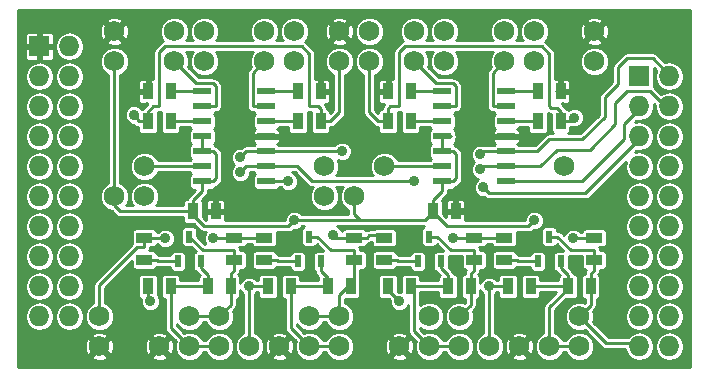
<source format=gtl>
G04 (created by PCBNEW (2013-07-07 BZR 4022)-stable) date 25/06/2014 08:25:45*
%MOIN*%
G04 Gerber Fmt 3.4, Leading zero omitted, Abs format*
%FSLAX34Y34*%
G01*
G70*
G90*
G04 APERTURE LIST*
%ADD10C,0.00393701*%
%ADD11R,0.035X0.055*%
%ADD12R,0.068X0.068*%
%ADD13O,0.068X0.068*%
%ADD14R,0.0236X0.0394*%
%ADD15R,0.055X0.035*%
%ADD16R,0.0590551X0.023622*%
%ADD17C,0.068*%
%ADD18C,0.035*%
%ADD19C,0.01*%
%ADD20C,0.02*%
G04 APERTURE END LIST*
G54D10*
G54D11*
X54125Y-30000D03*
X54875Y-30000D03*
X62125Y-30000D03*
X62875Y-30000D03*
X66625Y-32500D03*
X67375Y-32500D03*
X62625Y-32500D03*
X63375Y-32500D03*
X58625Y-32500D03*
X59375Y-32500D03*
X54625Y-32500D03*
X55375Y-32500D03*
G54D12*
X49000Y-24500D03*
G54D13*
X50000Y-24500D03*
X49000Y-25500D03*
X50000Y-25500D03*
X49000Y-26500D03*
X50000Y-26500D03*
X49000Y-27500D03*
X50000Y-27500D03*
X49000Y-28500D03*
X50000Y-28500D03*
X49000Y-29500D03*
X50000Y-29500D03*
X49000Y-30500D03*
X50000Y-30500D03*
X49000Y-31500D03*
X50000Y-31500D03*
X49000Y-32500D03*
X50000Y-32500D03*
X49000Y-33500D03*
X50000Y-33500D03*
G54D12*
X69000Y-25500D03*
G54D13*
X70000Y-25500D03*
X69000Y-26500D03*
X70000Y-26500D03*
X69000Y-27500D03*
X70000Y-27500D03*
X69000Y-28500D03*
X70000Y-28500D03*
X69000Y-29500D03*
X70000Y-29500D03*
X69000Y-30500D03*
X70000Y-30500D03*
X69000Y-31500D03*
X70000Y-31500D03*
X69000Y-32500D03*
X70000Y-32500D03*
X69000Y-33500D03*
X70000Y-33500D03*
X69000Y-34500D03*
X70000Y-34500D03*
G54D14*
X65625Y-31666D03*
X66000Y-30834D03*
X66375Y-31666D03*
X61625Y-31666D03*
X62000Y-30834D03*
X62375Y-31666D03*
X57625Y-31666D03*
X58000Y-30834D03*
X58375Y-31666D03*
X53625Y-31666D03*
X54000Y-30834D03*
X54375Y-31666D03*
G54D11*
X66375Y-27000D03*
X65625Y-27000D03*
X66375Y-26000D03*
X65625Y-26000D03*
X58375Y-27000D03*
X57625Y-27000D03*
X58375Y-26000D03*
X57625Y-26000D03*
X61375Y-27000D03*
X60625Y-27000D03*
X61375Y-26000D03*
X60625Y-26000D03*
X53375Y-27000D03*
X52625Y-27000D03*
X53375Y-26000D03*
X52625Y-26000D03*
G54D15*
X67500Y-31625D03*
X67500Y-30875D03*
X63500Y-31625D03*
X63500Y-30875D03*
X59500Y-31625D03*
X59500Y-30875D03*
X55500Y-31625D03*
X55500Y-30875D03*
X64500Y-30875D03*
X64500Y-31625D03*
X60500Y-30875D03*
X60500Y-31625D03*
X56500Y-30875D03*
X56500Y-31625D03*
X52500Y-30875D03*
X52500Y-31625D03*
G54D11*
X65375Y-32500D03*
X64625Y-32500D03*
X61375Y-32500D03*
X60625Y-32500D03*
X57375Y-32500D03*
X56625Y-32500D03*
X53375Y-32500D03*
X52625Y-32500D03*
G54D16*
X64562Y-29000D03*
X64562Y-28500D03*
X64562Y-28000D03*
X64562Y-27500D03*
X64562Y-27000D03*
X64562Y-26500D03*
X64562Y-26000D03*
X62437Y-26000D03*
X62437Y-26500D03*
X62437Y-27000D03*
X62437Y-27500D03*
X62437Y-28000D03*
X62437Y-28500D03*
X62437Y-29000D03*
X56562Y-29000D03*
X56562Y-28500D03*
X56562Y-28000D03*
X56562Y-27500D03*
X56562Y-27000D03*
X56562Y-26500D03*
X56562Y-26000D03*
X54437Y-26000D03*
X54437Y-26500D03*
X54437Y-27000D03*
X54437Y-27500D03*
X54437Y-28000D03*
X54437Y-28500D03*
X54437Y-29000D03*
G54D17*
X51500Y-24000D03*
X60000Y-25000D03*
X64500Y-24000D03*
X64500Y-25000D03*
X62500Y-25000D03*
X62500Y-24000D03*
X56500Y-24000D03*
X56500Y-25000D03*
X60500Y-28500D03*
X66500Y-28500D03*
X52500Y-28500D03*
X51500Y-25000D03*
X61500Y-24000D03*
X61500Y-25000D03*
X65500Y-24000D03*
X65500Y-25000D03*
X53500Y-24000D03*
X53500Y-25000D03*
X67000Y-33500D03*
X63000Y-33500D03*
X62000Y-33500D03*
X58000Y-33500D03*
X59000Y-33500D03*
X55000Y-33500D03*
X54000Y-33500D03*
X51000Y-33500D03*
X67000Y-34500D03*
X66000Y-34500D03*
X63000Y-34500D03*
X62000Y-34500D03*
X59000Y-34500D03*
X58000Y-34500D03*
X54000Y-34500D03*
X55000Y-34500D03*
X64000Y-34500D03*
X51000Y-34500D03*
X65000Y-34500D03*
X61000Y-34500D03*
X59000Y-24000D03*
X53000Y-34500D03*
X57000Y-34500D03*
X67500Y-24000D03*
X58500Y-29500D03*
X52500Y-29500D03*
X54500Y-25000D03*
X54500Y-24000D03*
X58500Y-28500D03*
X57500Y-24000D03*
X57500Y-25000D03*
X59000Y-25000D03*
X67500Y-25000D03*
X56000Y-34500D03*
X59500Y-29500D03*
X51500Y-29500D03*
X60000Y-24000D03*
G54D18*
X63800Y-29200D03*
X57300Y-29000D03*
X63700Y-28100D03*
X55700Y-28200D03*
X59095Y-27993D03*
X61500Y-29000D03*
X63700Y-28600D03*
X55700Y-28700D03*
X66800Y-30900D03*
X62800Y-30900D03*
X58800Y-30800D03*
X54800Y-30900D03*
X53200Y-30900D03*
X65500Y-30300D03*
X57500Y-30300D03*
X66832Y-26867D03*
X52167Y-26777D03*
X64000Y-32500D03*
X61000Y-33000D03*
X56000Y-32500D03*
X52700Y-33000D03*
X55500Y-30000D03*
X55500Y-27500D03*
X63500Y-30000D03*
X63500Y-27500D03*
G54D19*
X67100Y-29000D02*
X64562Y-29000D01*
X68500Y-27600D02*
X67100Y-29000D01*
X68500Y-27100D02*
X68500Y-27600D01*
X69000Y-26600D02*
X68500Y-27100D01*
X69000Y-26500D02*
X69000Y-26600D01*
X69000Y-27500D02*
X69000Y-27600D01*
X69000Y-27600D02*
X67200Y-29400D01*
X67200Y-29400D02*
X64000Y-29400D01*
X64000Y-29400D02*
X63800Y-29200D01*
X56562Y-29000D02*
X57300Y-29000D01*
X66000Y-34500D02*
X67000Y-34500D01*
X66000Y-33200D02*
X66000Y-34500D01*
X66625Y-32575D02*
X66000Y-33200D01*
X66625Y-32500D02*
X66625Y-32575D01*
X66374Y-31875D02*
X66374Y-31796D01*
X66625Y-32125D02*
X66374Y-31875D01*
X66625Y-32500D02*
X66625Y-32125D01*
X66374Y-31796D02*
X66374Y-31796D01*
X66374Y-31796D02*
X66374Y-31796D01*
X66374Y-31796D02*
X66374Y-31718D01*
X66374Y-31796D02*
X66374Y-31718D01*
X65374Y-32500D02*
X65375Y-32500D01*
X65375Y-32500D02*
X66625Y-32500D01*
X66625Y-32500D02*
X66625Y-32500D01*
X66374Y-31718D02*
X66374Y-31692D01*
X66374Y-31692D02*
X66374Y-31665D01*
X66375Y-31691D02*
X66375Y-31665D01*
X66374Y-31692D02*
X66375Y-31691D01*
X62000Y-34500D02*
X63000Y-34500D01*
X62374Y-31822D02*
X62374Y-31822D01*
X62374Y-31822D02*
X62374Y-31770D01*
X61374Y-32500D02*
X61375Y-32500D01*
X61500Y-32625D02*
X61374Y-32500D01*
X61500Y-34000D02*
X61500Y-32625D01*
X62000Y-34500D02*
X61500Y-34000D01*
X62374Y-31822D02*
X62374Y-31822D01*
X62374Y-31822D02*
X62374Y-31770D01*
X61375Y-32500D02*
X62625Y-32500D01*
X62374Y-31875D02*
X62374Y-31822D01*
X62625Y-32125D02*
X62374Y-31875D01*
X62625Y-32500D02*
X62625Y-32125D01*
X62625Y-32500D02*
X62625Y-32500D01*
X62374Y-31770D02*
X62374Y-31744D01*
X62374Y-31744D02*
X62374Y-31718D01*
X62375Y-31744D02*
X62375Y-31665D01*
X62374Y-31744D02*
X62375Y-31744D01*
X59000Y-34500D02*
X58000Y-34500D01*
X58374Y-31859D02*
X58374Y-31858D01*
X58374Y-31859D02*
X58374Y-31858D01*
X58374Y-31858D02*
X58374Y-31743D01*
X58374Y-31858D02*
X58374Y-31743D01*
X57374Y-32500D02*
X57375Y-32500D01*
X57374Y-33875D02*
X57374Y-32500D01*
X58000Y-34500D02*
X57374Y-33875D01*
X57375Y-32500D02*
X58625Y-32500D01*
X58374Y-31975D02*
X58374Y-31859D01*
X58625Y-32225D02*
X58374Y-31975D01*
X58625Y-32500D02*
X58625Y-32225D01*
X58625Y-32500D02*
X58625Y-32500D01*
X58374Y-31743D02*
X58374Y-31704D01*
X58374Y-31704D02*
X58374Y-31665D01*
X58375Y-31704D02*
X58375Y-31665D01*
X58374Y-31704D02*
X58375Y-31704D01*
X54000Y-34500D02*
X55000Y-34500D01*
X54374Y-31822D02*
X54374Y-31822D01*
X54374Y-31822D02*
X54374Y-31770D01*
X53374Y-32500D02*
X53375Y-32500D01*
X53374Y-33875D02*
X53374Y-32500D01*
X54000Y-34500D02*
X53374Y-33875D01*
X54374Y-31822D02*
X54374Y-31822D01*
X54374Y-31822D02*
X54374Y-31770D01*
X53375Y-32500D02*
X54625Y-32500D01*
X54374Y-31875D02*
X54374Y-31822D01*
X54625Y-32125D02*
X54374Y-31875D01*
X54625Y-32500D02*
X54625Y-32125D01*
X54625Y-32500D02*
X54625Y-32500D01*
X54374Y-31770D02*
X54374Y-31744D01*
X54374Y-31744D02*
X54374Y-31718D01*
X54375Y-31744D02*
X54375Y-31665D01*
X54374Y-31744D02*
X54375Y-31744D01*
X68900Y-34400D02*
X69000Y-34500D01*
X67900Y-34400D02*
X68900Y-34400D01*
X67000Y-33500D02*
X67900Y-34400D01*
X67500Y-31299D02*
X67500Y-31625D01*
X66733Y-31299D02*
X67500Y-31299D01*
X66268Y-30834D02*
X66733Y-31299D01*
X66000Y-30834D02*
X66268Y-30834D01*
X67500Y-31950D02*
X67500Y-31625D01*
X67499Y-31950D02*
X67500Y-31950D01*
X67374Y-32074D02*
X67499Y-31950D01*
X67374Y-32500D02*
X67374Y-32074D01*
X67374Y-33125D02*
X67374Y-32500D01*
X67255Y-33245D02*
X67374Y-33125D01*
X67000Y-33500D02*
X67255Y-33245D01*
X67374Y-32500D02*
X67374Y-32500D01*
X67374Y-32500D02*
X67374Y-32500D01*
X67374Y-32500D02*
X67375Y-32500D01*
X63500Y-31299D02*
X63500Y-31625D01*
X62733Y-31299D02*
X63500Y-31299D01*
X62268Y-30834D02*
X62733Y-31299D01*
X62000Y-30834D02*
X62268Y-30834D01*
X63374Y-33125D02*
X63374Y-32500D01*
X63000Y-33500D02*
X63374Y-33125D01*
X63374Y-32074D02*
X63374Y-32393D01*
X63499Y-31950D02*
X63374Y-32074D01*
X63500Y-31950D02*
X63499Y-31950D01*
X63500Y-31625D02*
X63500Y-31950D01*
X63374Y-32393D02*
X63374Y-32394D01*
X63374Y-32499D02*
X63374Y-32500D01*
X63374Y-32499D02*
X63374Y-32499D01*
X63374Y-32499D02*
X63374Y-32500D01*
X63374Y-32499D02*
X63374Y-32500D01*
X63374Y-32499D02*
X63374Y-32499D01*
X63374Y-32499D02*
X63374Y-32499D01*
X63374Y-32499D02*
X63374Y-32499D01*
X63374Y-32499D02*
X63374Y-32499D01*
X63374Y-32499D02*
X63374Y-32499D01*
X63374Y-32499D02*
X63374Y-32499D01*
X63374Y-32499D02*
X63374Y-32499D01*
X63374Y-32499D02*
X63374Y-32499D01*
X63374Y-32498D02*
X63374Y-32499D01*
X63374Y-32499D02*
X63374Y-32499D01*
X63374Y-32496D02*
X63374Y-32498D01*
X63374Y-32498D02*
X63374Y-32499D01*
X63374Y-32493D02*
X63374Y-32496D01*
X63374Y-32496D02*
X63374Y-32498D01*
X63374Y-32486D02*
X63374Y-32493D01*
X63374Y-32493D02*
X63374Y-32496D01*
X63374Y-32473D02*
X63374Y-32486D01*
X63374Y-32486D02*
X63374Y-32493D01*
X63374Y-32447D02*
X63374Y-32473D01*
X63374Y-32473D02*
X63374Y-32486D01*
X63374Y-32394D02*
X63374Y-32447D01*
X63374Y-32447D02*
X63374Y-32473D01*
X63374Y-32393D02*
X63374Y-32394D01*
X63374Y-32394D02*
X63374Y-32447D01*
X63374Y-32499D02*
X63375Y-32500D01*
X63374Y-32499D02*
X63374Y-32499D01*
X59500Y-32275D02*
X59500Y-31625D01*
X59275Y-32500D02*
X59500Y-32275D01*
X59500Y-31299D02*
X59500Y-31625D01*
X58733Y-31299D02*
X59500Y-31299D01*
X58268Y-30834D02*
X58733Y-31299D01*
X58000Y-30834D02*
X58268Y-30834D01*
X58000Y-33500D02*
X59000Y-33500D01*
X59000Y-32775D02*
X59275Y-32500D01*
X59000Y-33500D02*
X59000Y-32775D01*
X59374Y-32500D02*
X59275Y-32500D01*
X59374Y-32500D02*
X59375Y-32500D01*
X55000Y-33500D02*
X54000Y-33500D01*
X54465Y-31299D02*
X54000Y-30834D01*
X55500Y-31299D02*
X54465Y-31299D01*
X55500Y-31625D02*
X55500Y-31299D01*
X55374Y-33125D02*
X55374Y-32500D01*
X55000Y-33500D02*
X55374Y-33125D01*
X55374Y-32074D02*
X55374Y-32393D01*
X55499Y-31950D02*
X55374Y-32074D01*
X55500Y-31950D02*
X55499Y-31950D01*
X55500Y-31625D02*
X55500Y-31950D01*
X55374Y-32393D02*
X55374Y-32394D01*
X55374Y-32499D02*
X55374Y-32500D01*
X55374Y-32499D02*
X55374Y-32499D01*
X55374Y-32499D02*
X55374Y-32500D01*
X55374Y-32499D02*
X55374Y-32500D01*
X55374Y-32499D02*
X55374Y-32499D01*
X55374Y-32499D02*
X55374Y-32499D01*
X55374Y-32499D02*
X55374Y-32499D01*
X55374Y-32499D02*
X55374Y-32499D01*
X55374Y-32499D02*
X55374Y-32499D01*
X55374Y-32499D02*
X55374Y-32499D01*
X55374Y-32499D02*
X55374Y-32499D01*
X55374Y-32499D02*
X55374Y-32499D01*
X55374Y-32498D02*
X55374Y-32499D01*
X55374Y-32499D02*
X55374Y-32499D01*
X55374Y-32496D02*
X55374Y-32498D01*
X55374Y-32498D02*
X55374Y-32499D01*
X55374Y-32493D02*
X55374Y-32496D01*
X55374Y-32496D02*
X55374Y-32498D01*
X55374Y-32486D02*
X55374Y-32493D01*
X55374Y-32493D02*
X55374Y-32496D01*
X55374Y-32473D02*
X55374Y-32486D01*
X55374Y-32486D02*
X55374Y-32493D01*
X55374Y-32447D02*
X55374Y-32473D01*
X55374Y-32473D02*
X55374Y-32486D01*
X55374Y-32394D02*
X55374Y-32447D01*
X55374Y-32447D02*
X55374Y-32473D01*
X55374Y-32393D02*
X55374Y-32394D01*
X55374Y-32394D02*
X55374Y-32447D01*
X55374Y-32499D02*
X55375Y-32500D01*
X55374Y-32499D02*
X55374Y-32499D01*
X55900Y-28000D02*
X56562Y-28000D01*
X55700Y-28200D02*
X55900Y-28000D01*
X57014Y-27993D02*
X59095Y-27993D01*
X57008Y-28000D02*
X57014Y-27993D01*
X56562Y-28000D02*
X57008Y-28000D01*
X63800Y-28000D02*
X64562Y-28000D01*
X63700Y-28100D02*
X63800Y-28000D01*
X70000Y-25500D02*
X70000Y-25350D01*
X68200Y-25850D02*
X67850Y-26200D01*
X70000Y-25450D02*
X69450Y-24900D01*
X68200Y-25850D02*
X67850Y-26200D01*
X70000Y-25450D02*
X69450Y-24900D01*
X65600Y-28000D02*
X64562Y-28000D01*
X66000Y-27600D02*
X65600Y-28000D01*
X67100Y-27600D02*
X66000Y-27600D01*
X67850Y-26850D02*
X67100Y-27600D01*
X67850Y-26200D02*
X67850Y-26850D01*
X68300Y-25750D02*
X67850Y-26200D01*
X68300Y-25200D02*
X68300Y-25750D01*
X68600Y-24900D02*
X68300Y-25200D01*
X69450Y-24900D02*
X68600Y-24900D01*
X70000Y-25450D02*
X69450Y-24900D01*
X70000Y-25500D02*
X70000Y-25450D01*
X64117Y-25382D02*
X64500Y-25000D01*
X64117Y-26500D02*
X64117Y-25382D01*
X64562Y-26500D02*
X64117Y-26500D01*
X62231Y-25731D02*
X61500Y-25000D01*
X62797Y-25731D02*
X62231Y-25731D01*
X62882Y-25816D02*
X62797Y-25731D01*
X62882Y-26500D02*
X62882Y-25816D01*
X62437Y-26500D02*
X62882Y-26500D01*
X56117Y-25382D02*
X56500Y-25000D01*
X56117Y-26500D02*
X56117Y-25382D01*
X56562Y-26500D02*
X56117Y-26500D01*
X54231Y-25731D02*
X53500Y-25000D01*
X54797Y-25731D02*
X54231Y-25731D01*
X54882Y-25816D02*
X54797Y-25731D01*
X54882Y-26500D02*
X54882Y-25816D01*
X54437Y-26500D02*
X54882Y-26500D01*
X56562Y-28500D02*
X57600Y-28500D01*
X58100Y-29000D02*
X61500Y-29000D01*
X57600Y-28500D02*
X58100Y-29000D01*
X55900Y-28500D02*
X56562Y-28500D01*
X55700Y-28700D02*
X55900Y-28500D01*
X70000Y-26500D02*
X69900Y-26500D01*
X63800Y-28500D02*
X64562Y-28500D01*
X63700Y-28600D02*
X63800Y-28500D01*
X69350Y-26000D02*
X68600Y-26000D01*
X68600Y-26000D02*
X68200Y-26400D01*
X68200Y-26400D02*
X68200Y-27100D01*
X68200Y-27100D02*
X67350Y-27950D01*
X67350Y-27950D02*
X66250Y-27950D01*
X66250Y-27950D02*
X65700Y-28500D01*
X65700Y-28500D02*
X64562Y-28500D01*
X69850Y-26500D02*
X69350Y-26000D01*
X70000Y-26500D02*
X69850Y-26500D01*
X66825Y-30875D02*
X67500Y-30875D01*
X66800Y-30900D02*
X66825Y-30875D01*
X62825Y-30875D02*
X63500Y-30875D01*
X62800Y-30900D02*
X62825Y-30875D01*
X58874Y-30875D02*
X59500Y-30875D01*
X58800Y-30800D02*
X58874Y-30875D01*
X54825Y-30875D02*
X55500Y-30875D01*
X54800Y-30900D02*
X54825Y-30875D01*
X53174Y-30875D02*
X53200Y-30900D01*
X52500Y-30875D02*
X53174Y-30875D01*
X51000Y-32456D02*
X51000Y-33500D01*
X52256Y-31200D02*
X51000Y-32456D01*
X52500Y-31200D02*
X52256Y-31200D01*
X52500Y-30875D02*
X52500Y-31200D01*
X55500Y-30875D02*
X56500Y-30875D01*
X59925Y-30875D02*
X59500Y-30875D01*
X60001Y-30799D02*
X59925Y-30875D01*
X60500Y-30799D02*
X60001Y-30799D01*
X60500Y-30875D02*
X60500Y-30799D01*
X64500Y-30875D02*
X63500Y-30875D01*
X59500Y-29500D02*
X59500Y-30100D01*
X59500Y-30100D02*
X59700Y-30300D01*
X59500Y-30100D02*
X59600Y-30200D01*
X65300Y-30500D02*
X65500Y-30300D01*
X62600Y-30500D02*
X65300Y-30500D01*
X62125Y-30025D02*
X62600Y-30500D01*
X62437Y-28000D02*
X62437Y-27500D01*
X54437Y-28000D02*
X54437Y-27500D01*
X57300Y-30500D02*
X57500Y-30300D01*
X54500Y-30500D02*
X57300Y-30500D01*
X54125Y-30125D02*
X54500Y-30500D01*
X54125Y-30000D02*
X54125Y-30125D01*
X54025Y-30100D02*
X54125Y-30000D01*
X62800Y-28000D02*
X62437Y-28000D01*
X62900Y-28100D02*
X62800Y-28000D01*
X62900Y-28900D02*
X62900Y-28100D01*
X62800Y-29000D02*
X62900Y-28900D01*
X62437Y-29000D02*
X62800Y-29000D01*
X54800Y-28000D02*
X54437Y-28000D01*
X54900Y-28100D02*
X54800Y-28000D01*
X54900Y-28900D02*
X54900Y-28100D01*
X54800Y-29000D02*
X54900Y-28900D01*
X54437Y-29000D02*
X54800Y-29000D01*
X54125Y-29625D02*
X54125Y-30000D01*
X54437Y-29312D02*
X54125Y-29625D01*
X54437Y-29000D02*
X54437Y-29312D01*
X51500Y-29800D02*
X51500Y-25000D01*
X54125Y-30000D02*
X51700Y-30000D01*
X61850Y-30300D02*
X62125Y-30025D01*
X57500Y-30300D02*
X59700Y-30300D01*
X59700Y-30300D02*
X61850Y-30300D01*
X62437Y-27500D02*
X62714Y-27500D01*
X54125Y-30000D02*
X54125Y-30000D01*
X62125Y-29999D02*
X62125Y-30025D01*
X62125Y-29625D02*
X62125Y-29906D01*
X62437Y-29312D02*
X62125Y-29625D01*
X62437Y-29000D02*
X62437Y-29312D01*
X62125Y-29999D02*
X62125Y-29999D01*
X62125Y-30000D02*
X62125Y-29999D01*
X62125Y-29999D02*
X62125Y-29906D01*
X51700Y-30000D02*
X51500Y-29800D01*
X60625Y-27000D02*
X60625Y-26575D01*
X66375Y-26675D02*
X66375Y-27000D01*
X66250Y-26550D02*
X66375Y-26675D01*
X66050Y-26550D02*
X66250Y-26550D01*
X66000Y-26500D02*
X66050Y-26550D01*
X66000Y-24750D02*
X66000Y-26500D01*
X65750Y-24500D02*
X66000Y-24750D01*
X61200Y-24500D02*
X65750Y-24500D01*
X61000Y-24700D02*
X61200Y-24500D01*
X61000Y-24850D02*
X61000Y-24700D01*
X61000Y-26500D02*
X61000Y-24850D01*
X60700Y-26500D02*
X61000Y-26500D01*
X60625Y-26575D02*
X60700Y-26500D01*
X66832Y-26867D02*
X66700Y-27000D01*
X66700Y-27000D02*
X66375Y-27000D01*
X60000Y-25000D02*
X60000Y-26500D01*
X66375Y-27000D02*
X66374Y-27000D01*
X60300Y-27000D02*
X60625Y-27000D01*
X60000Y-26700D02*
X60300Y-27000D01*
X60000Y-26500D02*
X60000Y-26700D01*
X60625Y-27000D02*
X60625Y-27000D01*
X52625Y-27000D02*
X52625Y-26675D01*
X58375Y-26575D02*
X58375Y-27000D01*
X58300Y-26500D02*
X58375Y-26575D01*
X58000Y-26500D02*
X58300Y-26500D01*
X58000Y-24750D02*
X58000Y-26500D01*
X57750Y-24500D02*
X58000Y-24750D01*
X53200Y-24500D02*
X57750Y-24500D01*
X53000Y-24700D02*
X53200Y-24500D01*
X53000Y-26500D02*
X53000Y-24700D01*
X52800Y-26500D02*
X53000Y-26500D01*
X52625Y-26675D02*
X52800Y-26500D01*
X52625Y-27000D02*
X52625Y-27000D01*
X52300Y-26910D02*
X52167Y-26777D01*
X52300Y-27000D02*
X52300Y-26910D01*
X52625Y-27000D02*
X52300Y-27000D01*
X58700Y-27000D02*
X58375Y-27000D01*
X59000Y-25000D02*
X59000Y-26700D01*
X59000Y-26700D02*
X58700Y-27000D01*
X58375Y-27000D02*
X58374Y-27000D01*
X64000Y-32500D02*
X64000Y-34500D01*
X60625Y-32625D02*
X60625Y-32578D01*
X61000Y-33000D02*
X60625Y-32625D01*
X60625Y-32578D02*
X60625Y-32577D01*
X64000Y-32500D02*
X64625Y-32500D01*
X64625Y-32500D02*
X64625Y-32500D01*
X60625Y-32578D02*
X60625Y-32577D01*
X60625Y-32577D02*
X60625Y-32531D01*
X60625Y-32577D02*
X60625Y-32531D01*
X60625Y-32531D02*
X60625Y-32515D01*
X60625Y-32515D02*
X60625Y-32500D01*
X60625Y-32515D02*
X60625Y-32500D01*
X60625Y-32515D02*
X60625Y-32515D01*
X56000Y-32500D02*
X56000Y-34500D01*
X52625Y-32925D02*
X52625Y-32593D01*
X52700Y-33000D02*
X52625Y-32925D01*
X52625Y-32593D02*
X52625Y-32593D01*
X56000Y-32500D02*
X56625Y-32500D01*
X56625Y-32500D02*
X56625Y-32500D01*
X52625Y-32593D02*
X52625Y-32562D01*
X52625Y-32593D02*
X52625Y-32593D01*
X52625Y-32593D02*
X52625Y-32562D01*
X52625Y-32562D02*
X52625Y-32546D01*
X52625Y-32546D02*
X52625Y-32531D01*
X52625Y-32546D02*
X52625Y-32500D01*
X52625Y-32546D02*
X52625Y-32546D01*
X55500Y-30000D02*
X54875Y-30000D01*
X55500Y-27500D02*
X55500Y-27750D01*
X55500Y-29750D02*
X55500Y-30000D01*
X55250Y-29500D02*
X55500Y-29750D01*
X55250Y-28000D02*
X55250Y-29500D01*
X55500Y-27750D02*
X55250Y-28000D01*
X56562Y-27500D02*
X55500Y-27500D01*
X63500Y-29700D02*
X63500Y-30000D01*
X63500Y-27500D02*
X63500Y-27700D01*
X63500Y-27700D02*
X63200Y-28000D01*
X63200Y-28000D02*
X63200Y-29400D01*
X63200Y-29400D02*
X63500Y-29700D01*
X63500Y-27500D02*
X64562Y-27500D01*
X66374Y-26000D02*
X66212Y-26000D01*
X62874Y-29906D02*
X62874Y-29812D01*
X54874Y-29906D02*
X54874Y-29812D01*
G54D20*
X66374Y-25781D02*
X66374Y-25781D01*
X66374Y-25781D02*
X66374Y-25781D01*
X66374Y-25781D02*
X66374Y-25890D01*
X66374Y-25781D02*
X66374Y-25890D01*
X54874Y-29929D02*
X54874Y-29929D01*
X66374Y-25890D02*
X66374Y-25945D01*
X66374Y-25890D02*
X66374Y-25945D01*
X66374Y-25945D02*
X66374Y-25972D01*
X66374Y-25999D02*
X66374Y-26000D01*
X62874Y-30000D02*
X62875Y-30000D01*
X62874Y-29906D02*
X62874Y-30000D01*
X62875Y-30000D02*
X63500Y-30000D01*
X66374Y-25999D02*
X66374Y-25999D01*
X66374Y-25999D02*
X66374Y-26000D01*
X66374Y-25999D02*
X66374Y-26000D01*
X66374Y-25999D02*
X66374Y-25999D01*
X66374Y-25999D02*
X66374Y-25999D01*
X66374Y-25999D02*
X66374Y-25999D01*
X66374Y-25999D02*
X66374Y-25999D01*
X66374Y-25999D02*
X66374Y-25999D01*
X66374Y-25999D02*
X66374Y-25999D01*
X66374Y-25999D02*
X66374Y-25999D01*
X66374Y-25999D02*
X66374Y-25999D01*
X66374Y-25998D02*
X66374Y-25999D01*
X66374Y-25999D02*
X66374Y-25999D01*
X66374Y-25996D02*
X66374Y-25998D01*
X66374Y-25998D02*
X66374Y-25999D01*
X66374Y-25993D02*
X66374Y-25996D01*
X66374Y-25996D02*
X66374Y-25998D01*
X66374Y-25986D02*
X66374Y-25993D01*
X66374Y-25993D02*
X66374Y-25996D01*
X66374Y-25972D02*
X66374Y-25986D01*
X66374Y-25986D02*
X66374Y-25993D01*
X66374Y-25945D02*
X66374Y-25972D01*
X66374Y-25972D02*
X66374Y-25986D01*
X59100Y-23900D02*
X59050Y-23950D01*
X59050Y-23950D02*
X59000Y-24000D01*
X54874Y-29929D02*
X54874Y-29953D01*
X54874Y-29906D02*
X54874Y-29929D01*
X54874Y-29929D02*
X54874Y-29929D01*
X54874Y-29929D02*
X54874Y-29953D01*
X66374Y-25999D02*
X66375Y-26000D01*
X66374Y-25999D02*
X66374Y-25999D01*
X54874Y-29953D02*
X54874Y-29976D01*
X54874Y-29976D02*
X54874Y-30000D01*
X54875Y-29976D02*
X54875Y-30000D01*
X54874Y-29976D02*
X54875Y-29976D01*
G54D19*
X60500Y-28500D02*
X62437Y-28500D01*
X52500Y-28500D02*
X54437Y-28500D01*
X64966Y-31665D02*
X65625Y-31665D01*
X64925Y-31625D02*
X64966Y-31665D01*
X64500Y-31625D02*
X64925Y-31625D01*
X65625Y-31665D02*
X65625Y-31665D01*
X60966Y-31665D02*
X61625Y-31665D01*
X60925Y-31625D02*
X60966Y-31665D01*
X60500Y-31625D02*
X60925Y-31625D01*
X61625Y-31665D02*
X61625Y-31665D01*
X56966Y-31665D02*
X57625Y-31665D01*
X56925Y-31625D02*
X56966Y-31665D01*
X56500Y-31625D02*
X56925Y-31625D01*
X57625Y-31665D02*
X57625Y-31665D01*
X52966Y-31665D02*
X53625Y-31665D01*
X52925Y-31625D02*
X52966Y-31665D01*
X52500Y-31625D02*
X52925Y-31625D01*
X53625Y-31665D02*
X53625Y-31665D01*
X64562Y-27000D02*
X65625Y-27000D01*
X65625Y-27000D02*
X65625Y-27000D01*
X54437Y-27000D02*
X53375Y-27000D01*
X53375Y-27000D02*
X53374Y-27000D01*
X53374Y-26000D02*
X53375Y-26000D01*
X53375Y-26000D02*
X54437Y-26000D01*
X64562Y-26000D02*
X65625Y-26000D01*
X65625Y-26000D02*
X65625Y-26000D01*
X56562Y-27000D02*
X57625Y-27000D01*
X57625Y-27000D02*
X57625Y-27000D01*
X56562Y-26000D02*
X57625Y-26000D01*
X57625Y-26000D02*
X57625Y-26000D01*
X62437Y-27000D02*
X61375Y-27000D01*
X61375Y-27000D02*
X61374Y-27000D01*
X61374Y-26000D02*
X61375Y-26000D01*
X61375Y-26000D02*
X62437Y-26000D01*
G54D10*
G36*
X70700Y-35200D02*
X70490Y-35200D01*
X70490Y-34509D01*
X70490Y-34490D01*
X70490Y-33509D01*
X70490Y-33490D01*
X70490Y-32509D01*
X70490Y-32490D01*
X70490Y-31509D01*
X70490Y-31490D01*
X70490Y-30509D01*
X70490Y-30490D01*
X70490Y-29509D01*
X70490Y-29490D01*
X70490Y-28509D01*
X70490Y-28490D01*
X70490Y-27509D01*
X70490Y-27490D01*
X70490Y-26509D01*
X70490Y-26490D01*
X70452Y-26302D01*
X70346Y-26143D01*
X70187Y-26037D01*
X70000Y-26000D01*
X69812Y-26037D01*
X69727Y-26094D01*
X69491Y-25858D01*
X69490Y-25857D01*
X69490Y-25810D01*
X69490Y-25222D01*
X69556Y-25289D01*
X69547Y-25302D01*
X69510Y-25490D01*
X69510Y-25509D01*
X69547Y-25697D01*
X69653Y-25856D01*
X69812Y-25962D01*
X70000Y-25999D01*
X70187Y-25962D01*
X70346Y-25856D01*
X70452Y-25697D01*
X70490Y-25509D01*
X70490Y-25490D01*
X70452Y-25302D01*
X70346Y-25143D01*
X70187Y-25037D01*
X70000Y-25000D01*
X69860Y-25028D01*
X69591Y-24758D01*
X69526Y-24715D01*
X69450Y-24700D01*
X68600Y-24700D01*
X68523Y-24715D01*
X68458Y-24758D01*
X68158Y-25058D01*
X68115Y-25123D01*
X68100Y-25200D01*
X68100Y-25667D01*
X68058Y-25708D01*
X67995Y-25772D01*
X67995Y-24067D01*
X67983Y-23872D01*
X67931Y-23748D01*
X67860Y-23710D01*
X67789Y-23781D01*
X67789Y-23639D01*
X67751Y-23568D01*
X67567Y-23504D01*
X67372Y-23516D01*
X67248Y-23568D01*
X67210Y-23639D01*
X67500Y-23929D01*
X67789Y-23639D01*
X67789Y-23781D01*
X67570Y-24000D01*
X67860Y-24289D01*
X67931Y-24251D01*
X67995Y-24067D01*
X67995Y-25772D01*
X67990Y-25777D01*
X67990Y-24902D01*
X67915Y-24722D01*
X67789Y-24596D01*
X67789Y-24360D01*
X67500Y-24070D01*
X67429Y-24141D01*
X67429Y-24000D01*
X67139Y-23710D01*
X67068Y-23748D01*
X67004Y-23932D01*
X67016Y-24127D01*
X67068Y-24251D01*
X67139Y-24289D01*
X67429Y-24000D01*
X67429Y-24141D01*
X67210Y-24360D01*
X67248Y-24431D01*
X67432Y-24495D01*
X67627Y-24483D01*
X67751Y-24431D01*
X67789Y-24360D01*
X67789Y-24596D01*
X67777Y-24584D01*
X67597Y-24510D01*
X67402Y-24509D01*
X67222Y-24584D01*
X67084Y-24722D01*
X67010Y-24902D01*
X67009Y-25097D01*
X67084Y-25277D01*
X67222Y-25415D01*
X67402Y-25489D01*
X67597Y-25490D01*
X67777Y-25415D01*
X67915Y-25277D01*
X67989Y-25097D01*
X67990Y-24902D01*
X67990Y-25777D01*
X67708Y-26058D01*
X67665Y-26123D01*
X67650Y-26200D01*
X67650Y-26767D01*
X67017Y-27400D01*
X66637Y-27400D01*
X66677Y-27359D01*
X66700Y-27304D01*
X66700Y-27245D01*
X66700Y-27200D01*
X66757Y-27188D01*
X66767Y-27192D01*
X66896Y-27192D01*
X67016Y-27143D01*
X67107Y-27052D01*
X67157Y-26932D01*
X67157Y-26803D01*
X67107Y-26683D01*
X67016Y-26592D01*
X66897Y-26542D01*
X66767Y-26542D01*
X66700Y-26570D01*
X66648Y-26592D01*
X66638Y-26601D01*
X66634Y-26597D01*
X66579Y-26575D01*
X66544Y-26575D01*
X66516Y-26533D01*
X66407Y-26425D01*
X66425Y-26425D01*
X66425Y-26387D01*
X66462Y-26425D01*
X66579Y-26425D01*
X66634Y-26402D01*
X66677Y-26359D01*
X66700Y-26304D01*
X66700Y-26245D01*
X66700Y-26087D01*
X66700Y-25912D01*
X66700Y-25754D01*
X66700Y-25695D01*
X66677Y-25640D01*
X66634Y-25597D01*
X66579Y-25575D01*
X66462Y-25575D01*
X66425Y-25612D01*
X66425Y-25950D01*
X66662Y-25950D01*
X66700Y-25912D01*
X66700Y-26087D01*
X66662Y-26050D01*
X66425Y-26050D01*
X66425Y-26057D01*
X66325Y-26057D01*
X66325Y-26050D01*
X66317Y-26050D01*
X66317Y-25950D01*
X66325Y-25950D01*
X66325Y-25612D01*
X66287Y-25575D01*
X66200Y-25575D01*
X66200Y-24750D01*
X66184Y-24673D01*
X66141Y-24608D01*
X65891Y-24358D01*
X65857Y-24335D01*
X65915Y-24277D01*
X65989Y-24097D01*
X65990Y-23902D01*
X65915Y-23722D01*
X65777Y-23584D01*
X65597Y-23510D01*
X65402Y-23509D01*
X65222Y-23584D01*
X65084Y-23722D01*
X65010Y-23902D01*
X65009Y-24097D01*
X65084Y-24277D01*
X65107Y-24300D01*
X64893Y-24300D01*
X64915Y-24277D01*
X64989Y-24097D01*
X64990Y-23902D01*
X64915Y-23722D01*
X64777Y-23584D01*
X64597Y-23510D01*
X64402Y-23509D01*
X64222Y-23584D01*
X64084Y-23722D01*
X64010Y-23902D01*
X64009Y-24097D01*
X64084Y-24277D01*
X64107Y-24300D01*
X62893Y-24300D01*
X62915Y-24277D01*
X62989Y-24097D01*
X62990Y-23902D01*
X62915Y-23722D01*
X62777Y-23584D01*
X62597Y-23510D01*
X62402Y-23509D01*
X62222Y-23584D01*
X62084Y-23722D01*
X62010Y-23902D01*
X62009Y-24097D01*
X62084Y-24277D01*
X62107Y-24300D01*
X61893Y-24300D01*
X61915Y-24277D01*
X61989Y-24097D01*
X61990Y-23902D01*
X61915Y-23722D01*
X61777Y-23584D01*
X61597Y-23510D01*
X61402Y-23509D01*
X61222Y-23584D01*
X61084Y-23722D01*
X61010Y-23902D01*
X61009Y-24097D01*
X61084Y-24277D01*
X61122Y-24315D01*
X61101Y-24329D01*
X61058Y-24358D01*
X60858Y-24558D01*
X60815Y-24623D01*
X60800Y-24700D01*
X60800Y-24850D01*
X60800Y-25575D01*
X60712Y-25575D01*
X60675Y-25612D01*
X60675Y-25950D01*
X60682Y-25950D01*
X60682Y-26050D01*
X60675Y-26050D01*
X60675Y-26057D01*
X60575Y-26057D01*
X60575Y-26050D01*
X60575Y-25950D01*
X60575Y-25612D01*
X60537Y-25575D01*
X60420Y-25575D01*
X60365Y-25597D01*
X60322Y-25640D01*
X60300Y-25695D01*
X60300Y-25754D01*
X60300Y-25912D01*
X60337Y-25950D01*
X60575Y-25950D01*
X60575Y-26050D01*
X60337Y-26050D01*
X60300Y-26087D01*
X60300Y-26245D01*
X60300Y-26304D01*
X60322Y-26359D01*
X60365Y-26402D01*
X60420Y-26425D01*
X60492Y-26425D01*
X60483Y-26433D01*
X60440Y-26498D01*
X60425Y-26575D01*
X60420Y-26575D01*
X60365Y-26597D01*
X60322Y-26640D01*
X60300Y-26695D01*
X60300Y-26717D01*
X60200Y-26617D01*
X60200Y-26500D01*
X60200Y-25447D01*
X60277Y-25415D01*
X60415Y-25277D01*
X60489Y-25097D01*
X60490Y-24902D01*
X60490Y-23902D01*
X60415Y-23722D01*
X60277Y-23584D01*
X60097Y-23510D01*
X59902Y-23509D01*
X59722Y-23584D01*
X59584Y-23722D01*
X59510Y-23902D01*
X59509Y-24097D01*
X59584Y-24277D01*
X59722Y-24415D01*
X59902Y-24489D01*
X60097Y-24490D01*
X60277Y-24415D01*
X60415Y-24277D01*
X60489Y-24097D01*
X60490Y-23902D01*
X60490Y-24902D01*
X60415Y-24722D01*
X60277Y-24584D01*
X60097Y-24510D01*
X59902Y-24509D01*
X59722Y-24584D01*
X59584Y-24722D01*
X59510Y-24902D01*
X59509Y-25097D01*
X59584Y-25277D01*
X59722Y-25415D01*
X59800Y-25447D01*
X59800Y-26500D01*
X59800Y-26700D01*
X59815Y-26776D01*
X59858Y-26841D01*
X60158Y-27141D01*
X60223Y-27184D01*
X60300Y-27200D01*
X60300Y-27304D01*
X60322Y-27359D01*
X60365Y-27402D01*
X60420Y-27425D01*
X60479Y-27425D01*
X60829Y-27425D01*
X60884Y-27402D01*
X60927Y-27359D01*
X60950Y-27304D01*
X60950Y-27245D01*
X60950Y-26700D01*
X61000Y-26700D01*
X61052Y-26689D01*
X61050Y-26695D01*
X61050Y-26754D01*
X61050Y-27304D01*
X61072Y-27359D01*
X61115Y-27402D01*
X61170Y-27425D01*
X61229Y-27425D01*
X61579Y-27425D01*
X61634Y-27402D01*
X61677Y-27359D01*
X61700Y-27304D01*
X61700Y-27245D01*
X61700Y-27200D01*
X62013Y-27200D01*
X62014Y-27203D01*
X62056Y-27245D01*
X62068Y-27249D01*
X62056Y-27254D01*
X62014Y-27296D01*
X61991Y-27352D01*
X61991Y-27411D01*
X61991Y-27647D01*
X62014Y-27703D01*
X62056Y-27745D01*
X62068Y-27749D01*
X62056Y-27754D01*
X62014Y-27796D01*
X61991Y-27852D01*
X61991Y-27911D01*
X61991Y-28147D01*
X62014Y-28203D01*
X62056Y-28245D01*
X62068Y-28249D01*
X62056Y-28254D01*
X62014Y-28296D01*
X62013Y-28300D01*
X60947Y-28300D01*
X60915Y-28222D01*
X60777Y-28084D01*
X60597Y-28010D01*
X60402Y-28009D01*
X60222Y-28084D01*
X60084Y-28222D01*
X60010Y-28402D01*
X60009Y-28597D01*
X60084Y-28777D01*
X60107Y-28800D01*
X59495Y-28800D01*
X59495Y-24067D01*
X59483Y-23872D01*
X59431Y-23748D01*
X59360Y-23710D01*
X59289Y-23781D01*
X59289Y-23639D01*
X59251Y-23568D01*
X59067Y-23504D01*
X58872Y-23516D01*
X58748Y-23568D01*
X58710Y-23639D01*
X59000Y-23929D01*
X59289Y-23639D01*
X59289Y-23781D01*
X59070Y-24000D01*
X59360Y-24289D01*
X59431Y-24251D01*
X59495Y-24067D01*
X59495Y-28800D01*
X58893Y-28800D01*
X58915Y-28777D01*
X58989Y-28597D01*
X58990Y-28402D01*
X58939Y-28280D01*
X59030Y-28318D01*
X59159Y-28318D01*
X59279Y-28269D01*
X59370Y-28177D01*
X59420Y-28058D01*
X59420Y-27929D01*
X59370Y-27809D01*
X59279Y-27718D01*
X59160Y-27668D01*
X59030Y-27668D01*
X58911Y-27717D01*
X58835Y-27793D01*
X57014Y-27793D01*
X56986Y-27799D01*
X56985Y-27796D01*
X56943Y-27754D01*
X56931Y-27750D01*
X56943Y-27745D01*
X56985Y-27703D01*
X57008Y-27647D01*
X57008Y-27587D01*
X56970Y-27550D01*
X56612Y-27550D01*
X56612Y-27557D01*
X56512Y-27557D01*
X56512Y-27550D01*
X56155Y-27550D01*
X56117Y-27587D01*
X56117Y-27647D01*
X56140Y-27703D01*
X56182Y-27745D01*
X56194Y-27749D01*
X56182Y-27754D01*
X56140Y-27796D01*
X56139Y-27800D01*
X55900Y-27800D01*
X55823Y-27815D01*
X55801Y-27829D01*
X55758Y-27858D01*
X55742Y-27875D01*
X55635Y-27874D01*
X55516Y-27924D01*
X55424Y-28015D01*
X55375Y-28135D01*
X55374Y-28264D01*
X55424Y-28383D01*
X55490Y-28450D01*
X55424Y-28515D01*
X55375Y-28635D01*
X55374Y-28764D01*
X55424Y-28883D01*
X55515Y-28975D01*
X55635Y-29024D01*
X55764Y-29025D01*
X55883Y-28975D01*
X55975Y-28884D01*
X56024Y-28764D01*
X56025Y-28700D01*
X56139Y-28700D01*
X56140Y-28703D01*
X56182Y-28745D01*
X56194Y-28749D01*
X56182Y-28754D01*
X56140Y-28796D01*
X56117Y-28852D01*
X56117Y-28911D01*
X56117Y-29147D01*
X56140Y-29203D01*
X56182Y-29245D01*
X56237Y-29268D01*
X56297Y-29268D01*
X56888Y-29268D01*
X56943Y-29245D01*
X56985Y-29203D01*
X56986Y-29200D01*
X57040Y-29200D01*
X57115Y-29275D01*
X57235Y-29324D01*
X57364Y-29325D01*
X57483Y-29275D01*
X57575Y-29184D01*
X57624Y-29064D01*
X57625Y-28935D01*
X57575Y-28816D01*
X57484Y-28724D01*
X57425Y-28700D01*
X57517Y-28700D01*
X57958Y-29141D01*
X58023Y-29184D01*
X58023Y-29184D01*
X58036Y-29187D01*
X58100Y-29200D01*
X58106Y-29200D01*
X58084Y-29222D01*
X58010Y-29402D01*
X58009Y-29597D01*
X58084Y-29777D01*
X58222Y-29915D01*
X58402Y-29989D01*
X58597Y-29990D01*
X58777Y-29915D01*
X58915Y-29777D01*
X58989Y-29597D01*
X58990Y-29402D01*
X58915Y-29222D01*
X58892Y-29200D01*
X59106Y-29200D01*
X59084Y-29222D01*
X59010Y-29402D01*
X59009Y-29597D01*
X59084Y-29777D01*
X59222Y-29915D01*
X59300Y-29947D01*
X59300Y-30100D01*
X57759Y-30100D01*
X57684Y-30024D01*
X57564Y-29975D01*
X57435Y-29974D01*
X57316Y-30024D01*
X57224Y-30115D01*
X57175Y-30235D01*
X57174Y-30300D01*
X55200Y-30300D01*
X55200Y-30245D01*
X55200Y-30087D01*
X55200Y-29912D01*
X55200Y-29754D01*
X55200Y-29695D01*
X55177Y-29640D01*
X55134Y-29597D01*
X55079Y-29575D01*
X54962Y-29575D01*
X54925Y-29612D01*
X54925Y-29950D01*
X55162Y-29950D01*
X55200Y-29912D01*
X55200Y-30087D01*
X55162Y-30050D01*
X54925Y-30050D01*
X54925Y-30057D01*
X54825Y-30057D01*
X54825Y-30050D01*
X54825Y-29950D01*
X54825Y-29612D01*
X54787Y-29575D01*
X54670Y-29575D01*
X54615Y-29597D01*
X54572Y-29640D01*
X54550Y-29695D01*
X54550Y-29754D01*
X54550Y-29912D01*
X54587Y-29950D01*
X54825Y-29950D01*
X54825Y-30050D01*
X54587Y-30050D01*
X54550Y-30087D01*
X54550Y-30245D01*
X54550Y-30267D01*
X54450Y-30167D01*
X54450Y-29695D01*
X54427Y-29640D01*
X54410Y-29622D01*
X54578Y-29454D01*
X54578Y-29454D01*
X54600Y-29421D01*
X54621Y-29389D01*
X54621Y-29389D01*
X54621Y-29389D01*
X54629Y-29351D01*
X54637Y-29312D01*
X54637Y-29312D01*
X54637Y-29268D01*
X54762Y-29268D01*
X54817Y-29245D01*
X54859Y-29203D01*
X54866Y-29186D01*
X54876Y-29184D01*
X54941Y-29141D01*
X55041Y-29041D01*
X55084Y-28976D01*
X55084Y-28976D01*
X55087Y-28963D01*
X55099Y-28900D01*
X55100Y-28900D01*
X55100Y-28100D01*
X55087Y-28036D01*
X55084Y-28023D01*
X55084Y-28023D01*
X55041Y-27958D01*
X54941Y-27858D01*
X54876Y-27815D01*
X54866Y-27813D01*
X54859Y-27796D01*
X54817Y-27754D01*
X54805Y-27750D01*
X54817Y-27745D01*
X54859Y-27703D01*
X54882Y-27647D01*
X54882Y-27588D01*
X54882Y-27352D01*
X54859Y-27296D01*
X54817Y-27254D01*
X54805Y-27250D01*
X54817Y-27245D01*
X54859Y-27203D01*
X54882Y-27147D01*
X54882Y-27088D01*
X54882Y-26852D01*
X54859Y-26796D01*
X54817Y-26754D01*
X54805Y-26750D01*
X54817Y-26745D01*
X54859Y-26703D01*
X54860Y-26700D01*
X54882Y-26700D01*
X54958Y-26684D01*
X55023Y-26641D01*
X55067Y-26576D01*
X55082Y-26500D01*
X55082Y-25816D01*
X55082Y-25816D01*
X55082Y-25816D01*
X55074Y-25779D01*
X55067Y-25739D01*
X55067Y-25739D01*
X55067Y-25739D01*
X55045Y-25706D01*
X55023Y-25674D01*
X55023Y-25674D01*
X55023Y-25674D01*
X54939Y-25590D01*
X54906Y-25568D01*
X54874Y-25546D01*
X54874Y-25546D01*
X54874Y-25546D01*
X54835Y-25539D01*
X54797Y-25531D01*
X54797Y-25531D01*
X54314Y-25531D01*
X53957Y-25174D01*
X53989Y-25097D01*
X53990Y-24902D01*
X53915Y-24722D01*
X53892Y-24700D01*
X54106Y-24700D01*
X54084Y-24722D01*
X54010Y-24902D01*
X54009Y-25097D01*
X54084Y-25277D01*
X54222Y-25415D01*
X54402Y-25489D01*
X54597Y-25490D01*
X54777Y-25415D01*
X54915Y-25277D01*
X54989Y-25097D01*
X54990Y-24902D01*
X54915Y-24722D01*
X54892Y-24700D01*
X56106Y-24700D01*
X56084Y-24722D01*
X56010Y-24902D01*
X56009Y-25097D01*
X56042Y-25175D01*
X55976Y-25241D01*
X55953Y-25274D01*
X55932Y-25305D01*
X55932Y-25305D01*
X55932Y-25305D01*
X55925Y-25344D01*
X55917Y-25382D01*
X55917Y-25382D01*
X55917Y-26500D01*
X55932Y-26576D01*
X55976Y-26641D01*
X56041Y-26684D01*
X56117Y-26700D01*
X56139Y-26700D01*
X56140Y-26703D01*
X56182Y-26745D01*
X56194Y-26749D01*
X56182Y-26754D01*
X56140Y-26796D01*
X56117Y-26852D01*
X56117Y-26911D01*
X56117Y-27147D01*
X56140Y-27203D01*
X56182Y-27245D01*
X56194Y-27250D01*
X56182Y-27254D01*
X56140Y-27296D01*
X56117Y-27352D01*
X56117Y-27412D01*
X56155Y-27450D01*
X56512Y-27450D01*
X56512Y-27442D01*
X56612Y-27442D01*
X56612Y-27450D01*
X56970Y-27450D01*
X57008Y-27412D01*
X57008Y-27352D01*
X56985Y-27296D01*
X56943Y-27254D01*
X56931Y-27250D01*
X56943Y-27245D01*
X56985Y-27203D01*
X56986Y-27200D01*
X57300Y-27200D01*
X57300Y-27304D01*
X57322Y-27359D01*
X57365Y-27402D01*
X57420Y-27425D01*
X57479Y-27425D01*
X57829Y-27425D01*
X57884Y-27402D01*
X57927Y-27359D01*
X57950Y-27304D01*
X57950Y-27245D01*
X57950Y-26695D01*
X57947Y-26689D01*
X58000Y-26700D01*
X58050Y-26700D01*
X58050Y-26754D01*
X58050Y-27304D01*
X58072Y-27359D01*
X58115Y-27402D01*
X58170Y-27425D01*
X58229Y-27425D01*
X58579Y-27425D01*
X58634Y-27402D01*
X58677Y-27359D01*
X58700Y-27304D01*
X58700Y-27245D01*
X58700Y-27200D01*
X58776Y-27184D01*
X58841Y-27141D01*
X59141Y-26841D01*
X59184Y-26776D01*
X59200Y-26700D01*
X59200Y-25447D01*
X59277Y-25415D01*
X59415Y-25277D01*
X59489Y-25097D01*
X59490Y-24902D01*
X59415Y-24722D01*
X59289Y-24596D01*
X59289Y-24360D01*
X59000Y-24070D01*
X58929Y-24141D01*
X58929Y-24000D01*
X58639Y-23710D01*
X58568Y-23748D01*
X58504Y-23932D01*
X58516Y-24127D01*
X58568Y-24251D01*
X58639Y-24289D01*
X58929Y-24000D01*
X58929Y-24141D01*
X58710Y-24360D01*
X58748Y-24431D01*
X58932Y-24495D01*
X59127Y-24483D01*
X59251Y-24431D01*
X59289Y-24360D01*
X59289Y-24596D01*
X59277Y-24584D01*
X59097Y-24510D01*
X58902Y-24509D01*
X58722Y-24584D01*
X58584Y-24722D01*
X58510Y-24902D01*
X58509Y-25097D01*
X58584Y-25277D01*
X58722Y-25415D01*
X58800Y-25447D01*
X58800Y-26617D01*
X58700Y-26717D01*
X58700Y-26695D01*
X58677Y-26640D01*
X58634Y-26597D01*
X58579Y-26575D01*
X58575Y-26575D01*
X58559Y-26498D01*
X58516Y-26433D01*
X58507Y-26425D01*
X58579Y-26425D01*
X58634Y-26402D01*
X58677Y-26359D01*
X58700Y-26304D01*
X58700Y-26245D01*
X58700Y-26087D01*
X58700Y-25912D01*
X58700Y-25754D01*
X58700Y-25695D01*
X58677Y-25640D01*
X58634Y-25597D01*
X58579Y-25575D01*
X58462Y-25575D01*
X58425Y-25612D01*
X58425Y-25950D01*
X58662Y-25950D01*
X58700Y-25912D01*
X58700Y-26087D01*
X58662Y-26050D01*
X58425Y-26050D01*
X58425Y-26057D01*
X58325Y-26057D01*
X58325Y-26050D01*
X58317Y-26050D01*
X58317Y-25950D01*
X58325Y-25950D01*
X58325Y-25612D01*
X58287Y-25575D01*
X58200Y-25575D01*
X58200Y-24750D01*
X58184Y-24673D01*
X58141Y-24608D01*
X57891Y-24358D01*
X57857Y-24335D01*
X57915Y-24277D01*
X57989Y-24097D01*
X57990Y-23902D01*
X57915Y-23722D01*
X57777Y-23584D01*
X57597Y-23510D01*
X57402Y-23509D01*
X57222Y-23584D01*
X57084Y-23722D01*
X57010Y-23902D01*
X57009Y-24097D01*
X57084Y-24277D01*
X57107Y-24300D01*
X56893Y-24300D01*
X56915Y-24277D01*
X56989Y-24097D01*
X56990Y-23902D01*
X56915Y-23722D01*
X56777Y-23584D01*
X56597Y-23510D01*
X56402Y-23509D01*
X56222Y-23584D01*
X56084Y-23722D01*
X56010Y-23902D01*
X56009Y-24097D01*
X56084Y-24277D01*
X56107Y-24300D01*
X54893Y-24300D01*
X54915Y-24277D01*
X54989Y-24097D01*
X54990Y-23902D01*
X54915Y-23722D01*
X54777Y-23584D01*
X54597Y-23510D01*
X54402Y-23509D01*
X54222Y-23584D01*
X54084Y-23722D01*
X54010Y-23902D01*
X54009Y-24097D01*
X54084Y-24277D01*
X54107Y-24300D01*
X53893Y-24300D01*
X53915Y-24277D01*
X53989Y-24097D01*
X53990Y-23902D01*
X53915Y-23722D01*
X53777Y-23584D01*
X53597Y-23510D01*
X53402Y-23509D01*
X53222Y-23584D01*
X53084Y-23722D01*
X53010Y-23902D01*
X53009Y-24097D01*
X53084Y-24277D01*
X53122Y-24315D01*
X53101Y-24329D01*
X53058Y-24358D01*
X52858Y-24558D01*
X52815Y-24623D01*
X52800Y-24700D01*
X52800Y-25575D01*
X52712Y-25575D01*
X52675Y-25612D01*
X52675Y-25950D01*
X52682Y-25950D01*
X52682Y-26050D01*
X52675Y-26050D01*
X52675Y-26057D01*
X52575Y-26057D01*
X52575Y-26050D01*
X52575Y-25950D01*
X52575Y-25612D01*
X52537Y-25575D01*
X52420Y-25575D01*
X52365Y-25597D01*
X52322Y-25640D01*
X52300Y-25695D01*
X52300Y-25754D01*
X52300Y-25912D01*
X52337Y-25950D01*
X52575Y-25950D01*
X52575Y-26050D01*
X52337Y-26050D01*
X52300Y-26087D01*
X52300Y-26245D01*
X52300Y-26304D01*
X52322Y-26359D01*
X52365Y-26402D01*
X52420Y-26425D01*
X52537Y-26425D01*
X52574Y-26387D01*
X52574Y-26425D01*
X52575Y-26425D01*
X52592Y-26425D01*
X52575Y-26442D01*
X52483Y-26533D01*
X52455Y-26575D01*
X52423Y-26575D01*
X52351Y-26502D01*
X52232Y-26452D01*
X52102Y-26452D01*
X51995Y-26497D01*
X51995Y-24067D01*
X51983Y-23872D01*
X51931Y-23748D01*
X51860Y-23710D01*
X51789Y-23781D01*
X51789Y-23639D01*
X51751Y-23568D01*
X51567Y-23504D01*
X51372Y-23516D01*
X51248Y-23568D01*
X51210Y-23639D01*
X51500Y-23929D01*
X51789Y-23639D01*
X51789Y-23781D01*
X51570Y-24000D01*
X51860Y-24289D01*
X51931Y-24251D01*
X51995Y-24067D01*
X51995Y-26497D01*
X51983Y-26502D01*
X51891Y-26593D01*
X51842Y-26712D01*
X51842Y-26842D01*
X51891Y-26961D01*
X51982Y-27053D01*
X52102Y-27102D01*
X52132Y-27102D01*
X52158Y-27141D01*
X52223Y-27184D01*
X52300Y-27200D01*
X52300Y-27304D01*
X52322Y-27359D01*
X52365Y-27402D01*
X52420Y-27425D01*
X52479Y-27425D01*
X52829Y-27425D01*
X52884Y-27402D01*
X52927Y-27359D01*
X52950Y-27304D01*
X52950Y-27245D01*
X52950Y-26700D01*
X53000Y-26700D01*
X53052Y-26689D01*
X53050Y-26695D01*
X53050Y-26754D01*
X53050Y-27304D01*
X53072Y-27359D01*
X53115Y-27402D01*
X53170Y-27425D01*
X53229Y-27425D01*
X53579Y-27425D01*
X53634Y-27402D01*
X53677Y-27359D01*
X53700Y-27304D01*
X53700Y-27245D01*
X53700Y-27200D01*
X54013Y-27200D01*
X54014Y-27203D01*
X54056Y-27245D01*
X54068Y-27249D01*
X54056Y-27254D01*
X54014Y-27296D01*
X53991Y-27352D01*
X53991Y-27411D01*
X53991Y-27647D01*
X54014Y-27703D01*
X54056Y-27745D01*
X54068Y-27749D01*
X54056Y-27754D01*
X54014Y-27796D01*
X53991Y-27852D01*
X53991Y-27911D01*
X53991Y-28147D01*
X54014Y-28203D01*
X54056Y-28245D01*
X54068Y-28249D01*
X54056Y-28254D01*
X54014Y-28296D01*
X54013Y-28300D01*
X52947Y-28300D01*
X52915Y-28222D01*
X52777Y-28084D01*
X52597Y-28010D01*
X52402Y-28009D01*
X52222Y-28084D01*
X52084Y-28222D01*
X52010Y-28402D01*
X52009Y-28597D01*
X52084Y-28777D01*
X52222Y-28915D01*
X52402Y-28989D01*
X52597Y-28990D01*
X52777Y-28915D01*
X52915Y-28777D01*
X52947Y-28700D01*
X54013Y-28700D01*
X54014Y-28703D01*
X54056Y-28745D01*
X54068Y-28749D01*
X54056Y-28754D01*
X54014Y-28796D01*
X53991Y-28852D01*
X53991Y-28911D01*
X53991Y-29147D01*
X54014Y-29203D01*
X54056Y-29245D01*
X54111Y-29268D01*
X54171Y-29268D01*
X54199Y-29268D01*
X53983Y-29483D01*
X53961Y-29516D01*
X53940Y-29548D01*
X53940Y-29548D01*
X53940Y-29548D01*
X53935Y-29575D01*
X53920Y-29575D01*
X53865Y-29597D01*
X53822Y-29640D01*
X53800Y-29695D01*
X53800Y-29754D01*
X53800Y-29800D01*
X52893Y-29800D01*
X52915Y-29777D01*
X52989Y-29597D01*
X52990Y-29402D01*
X52915Y-29222D01*
X52777Y-29084D01*
X52597Y-29010D01*
X52402Y-29009D01*
X52222Y-29084D01*
X52084Y-29222D01*
X52010Y-29402D01*
X52009Y-29597D01*
X52084Y-29777D01*
X52107Y-29800D01*
X51893Y-29800D01*
X51915Y-29777D01*
X51989Y-29597D01*
X51990Y-29402D01*
X51915Y-29222D01*
X51777Y-29084D01*
X51700Y-29052D01*
X51700Y-25447D01*
X51777Y-25415D01*
X51915Y-25277D01*
X51989Y-25097D01*
X51990Y-24902D01*
X51915Y-24722D01*
X51789Y-24596D01*
X51789Y-24360D01*
X51500Y-24070D01*
X51429Y-24141D01*
X51429Y-24000D01*
X51139Y-23710D01*
X51068Y-23748D01*
X51004Y-23932D01*
X51016Y-24127D01*
X51068Y-24251D01*
X51139Y-24289D01*
X51429Y-24000D01*
X51429Y-24141D01*
X51210Y-24360D01*
X51248Y-24431D01*
X51432Y-24495D01*
X51627Y-24483D01*
X51751Y-24431D01*
X51789Y-24360D01*
X51789Y-24596D01*
X51777Y-24584D01*
X51597Y-24510D01*
X51402Y-24509D01*
X51222Y-24584D01*
X51084Y-24722D01*
X51010Y-24902D01*
X51009Y-25097D01*
X51084Y-25277D01*
X51222Y-25415D01*
X51300Y-25447D01*
X51300Y-29052D01*
X51222Y-29084D01*
X51084Y-29222D01*
X51010Y-29402D01*
X51009Y-29597D01*
X51084Y-29777D01*
X51222Y-29915D01*
X51402Y-29989D01*
X51407Y-29989D01*
X51558Y-30141D01*
X51558Y-30141D01*
X51601Y-30170D01*
X51623Y-30184D01*
X51623Y-30184D01*
X51700Y-30200D01*
X53800Y-30200D01*
X53800Y-30304D01*
X53822Y-30359D01*
X53865Y-30402D01*
X53920Y-30425D01*
X53979Y-30425D01*
X54142Y-30425D01*
X54358Y-30641D01*
X54358Y-30641D01*
X54358Y-30641D01*
X54390Y-30662D01*
X54423Y-30684D01*
X54423Y-30684D01*
X54423Y-30684D01*
X54461Y-30692D01*
X54499Y-30700D01*
X54499Y-30699D01*
X54500Y-30700D01*
X54540Y-30700D01*
X54524Y-30715D01*
X54475Y-30835D01*
X54474Y-30964D01*
X54518Y-31069D01*
X54268Y-30819D01*
X54268Y-30607D01*
X54245Y-30552D01*
X54202Y-30509D01*
X54147Y-30487D01*
X54088Y-30487D01*
X53852Y-30487D01*
X53797Y-30509D01*
X53754Y-30552D01*
X53732Y-30607D01*
X53732Y-30666D01*
X53732Y-31060D01*
X53754Y-31115D01*
X53797Y-31158D01*
X53852Y-31181D01*
X53911Y-31181D01*
X54064Y-31181D01*
X54209Y-31326D01*
X54172Y-31341D01*
X54129Y-31384D01*
X54107Y-31439D01*
X54107Y-31498D01*
X54107Y-31892D01*
X54129Y-31947D01*
X54172Y-31990D01*
X54227Y-32013D01*
X54231Y-32013D01*
X54233Y-32016D01*
X54233Y-32016D01*
X54233Y-32016D01*
X54339Y-32122D01*
X54322Y-32140D01*
X54300Y-32195D01*
X54300Y-32254D01*
X54300Y-32300D01*
X53893Y-32300D01*
X53893Y-31892D01*
X53893Y-31833D01*
X53893Y-31439D01*
X53870Y-31384D01*
X53827Y-31341D01*
X53772Y-31319D01*
X53713Y-31319D01*
X53477Y-31319D01*
X53422Y-31341D01*
X53379Y-31384D01*
X53357Y-31439D01*
X53357Y-31465D01*
X53040Y-31465D01*
X53034Y-31462D01*
X53001Y-31440D01*
X53001Y-31440D01*
X53001Y-31440D01*
X52963Y-31432D01*
X52925Y-31425D01*
X52925Y-31425D01*
X52925Y-31425D01*
X52925Y-31425D01*
X52925Y-31420D01*
X52902Y-31365D01*
X52859Y-31322D01*
X52804Y-31300D01*
X52745Y-31300D01*
X52669Y-31300D01*
X52684Y-31276D01*
X52700Y-31200D01*
X52700Y-31200D01*
X52804Y-31200D01*
X52859Y-31177D01*
X52902Y-31134D01*
X52923Y-31082D01*
X52924Y-31083D01*
X53015Y-31175D01*
X53135Y-31224D01*
X53264Y-31225D01*
X53383Y-31175D01*
X53475Y-31084D01*
X53524Y-30964D01*
X53525Y-30835D01*
X53475Y-30716D01*
X53384Y-30624D01*
X53264Y-30575D01*
X53135Y-30574D01*
X53016Y-30624D01*
X52965Y-30675D01*
X52925Y-30675D01*
X52925Y-30670D01*
X52902Y-30615D01*
X52859Y-30572D01*
X52804Y-30550D01*
X52745Y-30550D01*
X52195Y-30550D01*
X52140Y-30572D01*
X52097Y-30615D01*
X52075Y-30670D01*
X52075Y-30729D01*
X52075Y-31079D01*
X52080Y-31093D01*
X50858Y-32314D01*
X50858Y-32314D01*
X50858Y-32314D01*
X50838Y-32344D01*
X50815Y-32379D01*
X50815Y-32379D01*
X50815Y-32379D01*
X50807Y-32416D01*
X50800Y-32456D01*
X50800Y-32456D01*
X50800Y-32456D01*
X50800Y-33052D01*
X50722Y-33084D01*
X50584Y-33222D01*
X50510Y-33402D01*
X50509Y-33597D01*
X50584Y-33777D01*
X50722Y-33915D01*
X50902Y-33989D01*
X51097Y-33990D01*
X51277Y-33915D01*
X51415Y-33777D01*
X51489Y-33597D01*
X51490Y-33402D01*
X51415Y-33222D01*
X51277Y-33084D01*
X51200Y-33052D01*
X51200Y-32539D01*
X52075Y-31664D01*
X52075Y-31829D01*
X52097Y-31884D01*
X52140Y-31927D01*
X52195Y-31950D01*
X52254Y-31950D01*
X52804Y-31950D01*
X52859Y-31927D01*
X52902Y-31884D01*
X52914Y-31855D01*
X52927Y-31858D01*
X52966Y-31865D01*
X52966Y-31865D01*
X52966Y-31865D01*
X53357Y-31865D01*
X53357Y-31892D01*
X53379Y-31947D01*
X53422Y-31990D01*
X53477Y-32013D01*
X53536Y-32013D01*
X53772Y-32013D01*
X53827Y-31990D01*
X53870Y-31947D01*
X53893Y-31892D01*
X53893Y-32300D01*
X53700Y-32300D01*
X53700Y-32195D01*
X53677Y-32140D01*
X53634Y-32097D01*
X53579Y-32075D01*
X53520Y-32075D01*
X53170Y-32075D01*
X53115Y-32097D01*
X53072Y-32140D01*
X53050Y-32195D01*
X53050Y-32254D01*
X53050Y-32804D01*
X53072Y-32859D01*
X53115Y-32902D01*
X53170Y-32925D01*
X53174Y-32925D01*
X53174Y-33875D01*
X53174Y-33875D01*
X53174Y-33875D01*
X53182Y-33912D01*
X53190Y-33951D01*
X53190Y-33951D01*
X53190Y-33951D01*
X53212Y-33984D01*
X53233Y-34016D01*
X53233Y-34016D01*
X53233Y-34016D01*
X53542Y-34325D01*
X53510Y-34402D01*
X53509Y-34597D01*
X53584Y-34777D01*
X53722Y-34915D01*
X53902Y-34989D01*
X54097Y-34990D01*
X54277Y-34915D01*
X54415Y-34777D01*
X54447Y-34700D01*
X54552Y-34700D01*
X54584Y-34777D01*
X54722Y-34915D01*
X54902Y-34989D01*
X55097Y-34990D01*
X55277Y-34915D01*
X55415Y-34777D01*
X55489Y-34597D01*
X55490Y-34402D01*
X55415Y-34222D01*
X55277Y-34084D01*
X55097Y-34010D01*
X54902Y-34009D01*
X54722Y-34084D01*
X54584Y-34222D01*
X54552Y-34300D01*
X54447Y-34300D01*
X54415Y-34222D01*
X54277Y-34084D01*
X54097Y-34010D01*
X53902Y-34009D01*
X53824Y-34042D01*
X53574Y-33792D01*
X53574Y-33754D01*
X53584Y-33777D01*
X53722Y-33915D01*
X53902Y-33989D01*
X54097Y-33990D01*
X54277Y-33915D01*
X54415Y-33777D01*
X54447Y-33700D01*
X54552Y-33700D01*
X54584Y-33777D01*
X54722Y-33915D01*
X54902Y-33989D01*
X55097Y-33990D01*
X55277Y-33915D01*
X55415Y-33777D01*
X55489Y-33597D01*
X55490Y-33402D01*
X55457Y-33324D01*
X55516Y-33266D01*
X55516Y-33266D01*
X55538Y-33233D01*
X55559Y-33201D01*
X55559Y-33201D01*
X55559Y-33201D01*
X55567Y-33163D01*
X55574Y-33125D01*
X55574Y-33124D01*
X55574Y-32925D01*
X55579Y-32925D01*
X55634Y-32902D01*
X55677Y-32859D01*
X55700Y-32804D01*
X55700Y-32745D01*
X55700Y-32625D01*
X55724Y-32683D01*
X55800Y-32759D01*
X55800Y-34052D01*
X55722Y-34084D01*
X55584Y-34222D01*
X55510Y-34402D01*
X55509Y-34597D01*
X55584Y-34777D01*
X55722Y-34915D01*
X55902Y-34989D01*
X56097Y-34990D01*
X56277Y-34915D01*
X56415Y-34777D01*
X56489Y-34597D01*
X56490Y-34402D01*
X56415Y-34222D01*
X56277Y-34084D01*
X56200Y-34052D01*
X56200Y-32759D01*
X56259Y-32700D01*
X56300Y-32700D01*
X56300Y-32804D01*
X56322Y-32859D01*
X56365Y-32902D01*
X56420Y-32925D01*
X56479Y-32925D01*
X56829Y-32925D01*
X56884Y-32902D01*
X56927Y-32859D01*
X56950Y-32804D01*
X56950Y-32745D01*
X56950Y-32195D01*
X56927Y-32140D01*
X56884Y-32097D01*
X56829Y-32075D01*
X56770Y-32075D01*
X56420Y-32075D01*
X56365Y-32097D01*
X56322Y-32140D01*
X56300Y-32195D01*
X56300Y-32254D01*
X56300Y-32300D01*
X56259Y-32300D01*
X56184Y-32224D01*
X56064Y-32175D01*
X55935Y-32174D01*
X55816Y-32224D01*
X55724Y-32315D01*
X55700Y-32374D01*
X55700Y-32195D01*
X55677Y-32140D01*
X55634Y-32097D01*
X55634Y-32097D01*
X55640Y-32092D01*
X55641Y-32091D01*
X55684Y-32026D01*
X55700Y-31950D01*
X55700Y-31950D01*
X55804Y-31950D01*
X55859Y-31927D01*
X55902Y-31884D01*
X55925Y-31829D01*
X55925Y-31770D01*
X55925Y-31420D01*
X55902Y-31365D01*
X55859Y-31322D01*
X55804Y-31300D01*
X55745Y-31300D01*
X55700Y-31300D01*
X55700Y-31299D01*
X55684Y-31223D01*
X55669Y-31200D01*
X55804Y-31200D01*
X55859Y-31177D01*
X55902Y-31134D01*
X55925Y-31079D01*
X55925Y-31075D01*
X56075Y-31075D01*
X56075Y-31079D01*
X56097Y-31134D01*
X56140Y-31177D01*
X56195Y-31200D01*
X56254Y-31200D01*
X56804Y-31200D01*
X56859Y-31177D01*
X56902Y-31134D01*
X56925Y-31079D01*
X56925Y-31020D01*
X56925Y-30700D01*
X57300Y-30700D01*
X57376Y-30684D01*
X57441Y-30641D01*
X57457Y-30624D01*
X57564Y-30625D01*
X57683Y-30575D01*
X57759Y-30500D01*
X57820Y-30500D01*
X57797Y-30509D01*
X57754Y-30552D01*
X57732Y-30607D01*
X57732Y-30666D01*
X57732Y-31060D01*
X57754Y-31115D01*
X57797Y-31158D01*
X57852Y-31181D01*
X57911Y-31181D01*
X58147Y-31181D01*
X58202Y-31158D01*
X58245Y-31115D01*
X58251Y-31100D01*
X58470Y-31319D01*
X58463Y-31319D01*
X58227Y-31319D01*
X58172Y-31341D01*
X58129Y-31384D01*
X58107Y-31439D01*
X58107Y-31498D01*
X58107Y-31892D01*
X58129Y-31947D01*
X58172Y-31990D01*
X58178Y-31992D01*
X58182Y-32013D01*
X58190Y-32051D01*
X58190Y-32051D01*
X58190Y-32051D01*
X58211Y-32084D01*
X58233Y-32116D01*
X58233Y-32116D01*
X58233Y-32116D01*
X58303Y-32186D01*
X58300Y-32195D01*
X58300Y-32254D01*
X58300Y-32300D01*
X57893Y-32300D01*
X57893Y-31892D01*
X57893Y-31833D01*
X57893Y-31439D01*
X57870Y-31384D01*
X57827Y-31341D01*
X57772Y-31319D01*
X57713Y-31319D01*
X57477Y-31319D01*
X57422Y-31341D01*
X57379Y-31384D01*
X57357Y-31439D01*
X57357Y-31465D01*
X57040Y-31465D01*
X57034Y-31462D01*
X57001Y-31440D01*
X57001Y-31440D01*
X57001Y-31440D01*
X56963Y-31432D01*
X56925Y-31425D01*
X56925Y-31425D01*
X56925Y-31425D01*
X56925Y-31425D01*
X56925Y-31420D01*
X56902Y-31365D01*
X56859Y-31322D01*
X56804Y-31300D01*
X56745Y-31300D01*
X56195Y-31300D01*
X56140Y-31322D01*
X56097Y-31365D01*
X56075Y-31420D01*
X56075Y-31479D01*
X56075Y-31829D01*
X56097Y-31884D01*
X56140Y-31927D01*
X56195Y-31950D01*
X56254Y-31950D01*
X56804Y-31950D01*
X56859Y-31927D01*
X56902Y-31884D01*
X56914Y-31855D01*
X56927Y-31858D01*
X56966Y-31865D01*
X56966Y-31865D01*
X56966Y-31865D01*
X57357Y-31865D01*
X57357Y-31892D01*
X57379Y-31947D01*
X57422Y-31990D01*
X57477Y-32013D01*
X57536Y-32013D01*
X57772Y-32013D01*
X57827Y-31990D01*
X57870Y-31947D01*
X57893Y-31892D01*
X57893Y-32300D01*
X57700Y-32300D01*
X57700Y-32195D01*
X57677Y-32140D01*
X57634Y-32097D01*
X57579Y-32075D01*
X57520Y-32075D01*
X57170Y-32075D01*
X57115Y-32097D01*
X57072Y-32140D01*
X57050Y-32195D01*
X57050Y-32254D01*
X57050Y-32804D01*
X57072Y-32859D01*
X57115Y-32902D01*
X57170Y-32925D01*
X57174Y-32925D01*
X57174Y-33875D01*
X57174Y-33875D01*
X57174Y-33875D01*
X57182Y-33912D01*
X57190Y-33951D01*
X57190Y-33951D01*
X57190Y-33951D01*
X57212Y-33984D01*
X57233Y-34016D01*
X57233Y-34016D01*
X57233Y-34016D01*
X57542Y-34325D01*
X57510Y-34402D01*
X57509Y-34597D01*
X57584Y-34777D01*
X57722Y-34915D01*
X57902Y-34989D01*
X58097Y-34990D01*
X58277Y-34915D01*
X58415Y-34777D01*
X58447Y-34700D01*
X58552Y-34700D01*
X58584Y-34777D01*
X58722Y-34915D01*
X58902Y-34989D01*
X59097Y-34990D01*
X59277Y-34915D01*
X59415Y-34777D01*
X59489Y-34597D01*
X59490Y-34402D01*
X59415Y-34222D01*
X59277Y-34084D01*
X59097Y-34010D01*
X58902Y-34009D01*
X58722Y-34084D01*
X58584Y-34222D01*
X58552Y-34300D01*
X58447Y-34300D01*
X58415Y-34222D01*
X58277Y-34084D01*
X58097Y-34010D01*
X57902Y-34009D01*
X57824Y-34042D01*
X57574Y-33792D01*
X57574Y-33754D01*
X57584Y-33777D01*
X57722Y-33915D01*
X57902Y-33989D01*
X58097Y-33990D01*
X58277Y-33915D01*
X58415Y-33777D01*
X58447Y-33700D01*
X58552Y-33700D01*
X58584Y-33777D01*
X58722Y-33915D01*
X58902Y-33989D01*
X59097Y-33990D01*
X59277Y-33915D01*
X59415Y-33777D01*
X59489Y-33597D01*
X59490Y-33402D01*
X59415Y-33222D01*
X59277Y-33084D01*
X59200Y-33052D01*
X59200Y-32925D01*
X59229Y-32925D01*
X59579Y-32925D01*
X59634Y-32902D01*
X59677Y-32859D01*
X59700Y-32804D01*
X59700Y-32745D01*
X59700Y-32275D01*
X59700Y-32275D01*
X59700Y-32195D01*
X59700Y-31950D01*
X59804Y-31950D01*
X59859Y-31927D01*
X59902Y-31884D01*
X59925Y-31829D01*
X59925Y-31770D01*
X59925Y-31420D01*
X59902Y-31365D01*
X59859Y-31322D01*
X59804Y-31300D01*
X59745Y-31300D01*
X59700Y-31300D01*
X59700Y-31299D01*
X59684Y-31223D01*
X59669Y-31200D01*
X59804Y-31200D01*
X59859Y-31177D01*
X59902Y-31134D01*
X59925Y-31079D01*
X59925Y-31075D01*
X59925Y-31075D01*
X59925Y-31075D01*
X59963Y-31067D01*
X60001Y-31059D01*
X60001Y-31059D01*
X60001Y-31059D01*
X60033Y-31038D01*
X60066Y-31016D01*
X60066Y-31016D01*
X60075Y-31008D01*
X60075Y-31079D01*
X60097Y-31134D01*
X60140Y-31177D01*
X60195Y-31200D01*
X60254Y-31200D01*
X60804Y-31200D01*
X60859Y-31177D01*
X60902Y-31134D01*
X60925Y-31079D01*
X60925Y-31020D01*
X60925Y-30670D01*
X60902Y-30615D01*
X60859Y-30572D01*
X60804Y-30550D01*
X60745Y-30550D01*
X60195Y-30550D01*
X60140Y-30572D01*
X60113Y-30599D01*
X60001Y-30599D01*
X60001Y-30599D01*
X59963Y-30606D01*
X59924Y-30614D01*
X59924Y-30614D01*
X59924Y-30614D01*
X59906Y-30626D01*
X59902Y-30615D01*
X59859Y-30572D01*
X59804Y-30550D01*
X59745Y-30550D01*
X59195Y-30550D01*
X59140Y-30572D01*
X59097Y-30615D01*
X59086Y-30642D01*
X59075Y-30616D01*
X58984Y-30524D01*
X58925Y-30500D01*
X59700Y-30500D01*
X61820Y-30500D01*
X61797Y-30509D01*
X61754Y-30552D01*
X61732Y-30607D01*
X61732Y-30666D01*
X61732Y-31060D01*
X61754Y-31115D01*
X61797Y-31158D01*
X61852Y-31181D01*
X61911Y-31181D01*
X62147Y-31181D01*
X62202Y-31158D01*
X62245Y-31115D01*
X62251Y-31100D01*
X62470Y-31319D01*
X62463Y-31319D01*
X62227Y-31319D01*
X62172Y-31341D01*
X62129Y-31384D01*
X62107Y-31439D01*
X62107Y-31498D01*
X62107Y-31892D01*
X62129Y-31947D01*
X62172Y-31990D01*
X62227Y-32013D01*
X62231Y-32013D01*
X62233Y-32016D01*
X62233Y-32016D01*
X62233Y-32016D01*
X62339Y-32122D01*
X62322Y-32140D01*
X62300Y-32195D01*
X62300Y-32254D01*
X62300Y-32300D01*
X61893Y-32300D01*
X61893Y-31892D01*
X61893Y-31833D01*
X61893Y-31439D01*
X61870Y-31384D01*
X61827Y-31341D01*
X61772Y-31319D01*
X61713Y-31319D01*
X61477Y-31319D01*
X61422Y-31341D01*
X61379Y-31384D01*
X61357Y-31439D01*
X61357Y-31465D01*
X61040Y-31465D01*
X61034Y-31462D01*
X61001Y-31440D01*
X61001Y-31440D01*
X61001Y-31440D01*
X60963Y-31432D01*
X60925Y-31425D01*
X60925Y-31425D01*
X60925Y-31425D01*
X60925Y-31425D01*
X60925Y-31420D01*
X60902Y-31365D01*
X60859Y-31322D01*
X60804Y-31300D01*
X60745Y-31300D01*
X60195Y-31300D01*
X60140Y-31322D01*
X60097Y-31365D01*
X60075Y-31420D01*
X60075Y-31479D01*
X60075Y-31829D01*
X60097Y-31884D01*
X60140Y-31927D01*
X60195Y-31950D01*
X60254Y-31950D01*
X60804Y-31950D01*
X60859Y-31927D01*
X60902Y-31884D01*
X60914Y-31855D01*
X60927Y-31858D01*
X60966Y-31865D01*
X60966Y-31865D01*
X60966Y-31865D01*
X61357Y-31865D01*
X61357Y-31892D01*
X61379Y-31947D01*
X61422Y-31990D01*
X61477Y-32013D01*
X61536Y-32013D01*
X61772Y-32013D01*
X61827Y-31990D01*
X61870Y-31947D01*
X61893Y-31892D01*
X61893Y-32300D01*
X61700Y-32300D01*
X61700Y-32195D01*
X61677Y-32140D01*
X61634Y-32097D01*
X61579Y-32075D01*
X61520Y-32075D01*
X61170Y-32075D01*
X61115Y-32097D01*
X61072Y-32140D01*
X61050Y-32195D01*
X61050Y-32254D01*
X61050Y-32675D01*
X60957Y-32674D01*
X60950Y-32667D01*
X60950Y-32195D01*
X60927Y-32140D01*
X60884Y-32097D01*
X60829Y-32075D01*
X60770Y-32075D01*
X60420Y-32075D01*
X60365Y-32097D01*
X60322Y-32140D01*
X60300Y-32195D01*
X60300Y-32254D01*
X60300Y-32804D01*
X60322Y-32859D01*
X60365Y-32902D01*
X60420Y-32925D01*
X60479Y-32925D01*
X60642Y-32925D01*
X60675Y-32957D01*
X60674Y-33064D01*
X60724Y-33183D01*
X60815Y-33275D01*
X60935Y-33324D01*
X61064Y-33325D01*
X61183Y-33275D01*
X61275Y-33184D01*
X61300Y-33125D01*
X61300Y-34000D01*
X61315Y-34076D01*
X61358Y-34141D01*
X61542Y-34324D01*
X61510Y-34402D01*
X61509Y-34597D01*
X61584Y-34777D01*
X61722Y-34915D01*
X61902Y-34989D01*
X62097Y-34990D01*
X62277Y-34915D01*
X62415Y-34777D01*
X62447Y-34700D01*
X62552Y-34700D01*
X62584Y-34777D01*
X62722Y-34915D01*
X62902Y-34989D01*
X63097Y-34990D01*
X63277Y-34915D01*
X63415Y-34777D01*
X63489Y-34597D01*
X63490Y-34402D01*
X63415Y-34222D01*
X63277Y-34084D01*
X63097Y-34010D01*
X62902Y-34009D01*
X62722Y-34084D01*
X62584Y-34222D01*
X62552Y-34300D01*
X62447Y-34300D01*
X62415Y-34222D01*
X62277Y-34084D01*
X62097Y-34010D01*
X61902Y-34009D01*
X61824Y-34042D01*
X61700Y-33917D01*
X61700Y-33893D01*
X61722Y-33915D01*
X61902Y-33989D01*
X62097Y-33990D01*
X62277Y-33915D01*
X62415Y-33777D01*
X62489Y-33597D01*
X62490Y-33402D01*
X62415Y-33222D01*
X62277Y-33084D01*
X62097Y-33010D01*
X61902Y-33009D01*
X61722Y-33084D01*
X61700Y-33107D01*
X61700Y-32804D01*
X61700Y-32745D01*
X61700Y-32700D01*
X62300Y-32700D01*
X62300Y-32804D01*
X62322Y-32859D01*
X62365Y-32902D01*
X62420Y-32925D01*
X62479Y-32925D01*
X62829Y-32925D01*
X62884Y-32902D01*
X62927Y-32859D01*
X62950Y-32804D01*
X62950Y-32745D01*
X62950Y-32195D01*
X62927Y-32140D01*
X62884Y-32097D01*
X62829Y-32075D01*
X62815Y-32075D01*
X62809Y-32048D01*
X62809Y-32048D01*
X62809Y-32048D01*
X62788Y-32015D01*
X62766Y-31983D01*
X62766Y-31983D01*
X62766Y-31983D01*
X62643Y-31860D01*
X62643Y-31833D01*
X62643Y-31475D01*
X62657Y-31484D01*
X62657Y-31484D01*
X62657Y-31484D01*
X62696Y-31492D01*
X62733Y-31499D01*
X62733Y-31499D01*
X62733Y-31499D01*
X63075Y-31499D01*
X63075Y-31829D01*
X63097Y-31884D01*
X63140Y-31927D01*
X63195Y-31950D01*
X63222Y-31950D01*
X63212Y-31965D01*
X63190Y-31998D01*
X63190Y-31998D01*
X63190Y-31998D01*
X63182Y-32037D01*
X63174Y-32074D01*
X63174Y-32074D01*
X63174Y-32074D01*
X63174Y-32075D01*
X63170Y-32075D01*
X63115Y-32097D01*
X63072Y-32140D01*
X63050Y-32195D01*
X63050Y-32254D01*
X63050Y-32804D01*
X63072Y-32859D01*
X63115Y-32902D01*
X63170Y-32925D01*
X63174Y-32925D01*
X63174Y-33042D01*
X63097Y-33010D01*
X62902Y-33009D01*
X62722Y-33084D01*
X62584Y-33222D01*
X62510Y-33402D01*
X62509Y-33597D01*
X62584Y-33777D01*
X62722Y-33915D01*
X62902Y-33989D01*
X63097Y-33990D01*
X63277Y-33915D01*
X63415Y-33777D01*
X63489Y-33597D01*
X63490Y-33402D01*
X63457Y-33324D01*
X63516Y-33266D01*
X63516Y-33266D01*
X63538Y-33233D01*
X63559Y-33201D01*
X63559Y-33201D01*
X63559Y-33201D01*
X63567Y-33163D01*
X63574Y-33125D01*
X63574Y-33124D01*
X63574Y-32925D01*
X63579Y-32925D01*
X63634Y-32902D01*
X63677Y-32859D01*
X63700Y-32804D01*
X63700Y-32745D01*
X63700Y-32625D01*
X63724Y-32683D01*
X63800Y-32759D01*
X63800Y-34052D01*
X63722Y-34084D01*
X63584Y-34222D01*
X63510Y-34402D01*
X63509Y-34597D01*
X63584Y-34777D01*
X63722Y-34915D01*
X63902Y-34989D01*
X64097Y-34990D01*
X64277Y-34915D01*
X64415Y-34777D01*
X64489Y-34597D01*
X64490Y-34402D01*
X64415Y-34222D01*
X64277Y-34084D01*
X64200Y-34052D01*
X64200Y-32759D01*
X64259Y-32700D01*
X64300Y-32700D01*
X64300Y-32804D01*
X64322Y-32859D01*
X64365Y-32902D01*
X64420Y-32925D01*
X64479Y-32925D01*
X64829Y-32925D01*
X64884Y-32902D01*
X64927Y-32859D01*
X64950Y-32804D01*
X64950Y-32745D01*
X64950Y-32195D01*
X64927Y-32140D01*
X64884Y-32097D01*
X64829Y-32075D01*
X64770Y-32075D01*
X64420Y-32075D01*
X64365Y-32097D01*
X64322Y-32140D01*
X64300Y-32195D01*
X64300Y-32254D01*
X64300Y-32300D01*
X64259Y-32300D01*
X64184Y-32224D01*
X64064Y-32175D01*
X63935Y-32174D01*
X63816Y-32224D01*
X63724Y-32315D01*
X63700Y-32374D01*
X63700Y-32195D01*
X63677Y-32140D01*
X63634Y-32097D01*
X63634Y-32097D01*
X63640Y-32092D01*
X63641Y-32091D01*
X63684Y-32026D01*
X63700Y-31950D01*
X63700Y-31950D01*
X63804Y-31950D01*
X63859Y-31927D01*
X63902Y-31884D01*
X63925Y-31829D01*
X63925Y-31770D01*
X63925Y-31420D01*
X63902Y-31365D01*
X63859Y-31322D01*
X63804Y-31300D01*
X63745Y-31300D01*
X63700Y-31300D01*
X63700Y-31299D01*
X63684Y-31223D01*
X63669Y-31200D01*
X63804Y-31200D01*
X63859Y-31177D01*
X63902Y-31134D01*
X63925Y-31079D01*
X63925Y-31075D01*
X64075Y-31075D01*
X64075Y-31079D01*
X64097Y-31134D01*
X64140Y-31177D01*
X64195Y-31200D01*
X64254Y-31200D01*
X64804Y-31200D01*
X64859Y-31177D01*
X64902Y-31134D01*
X64925Y-31079D01*
X64925Y-31020D01*
X64925Y-30700D01*
X65300Y-30700D01*
X65376Y-30684D01*
X65441Y-30641D01*
X65457Y-30624D01*
X65564Y-30625D01*
X65683Y-30575D01*
X65775Y-30484D01*
X65824Y-30364D01*
X65825Y-30235D01*
X65775Y-30116D01*
X65684Y-30024D01*
X65564Y-29975D01*
X65435Y-29974D01*
X65316Y-30024D01*
X65224Y-30115D01*
X65175Y-30235D01*
X65174Y-30300D01*
X63200Y-30300D01*
X63200Y-30245D01*
X63200Y-30087D01*
X63200Y-29912D01*
X63200Y-29754D01*
X63200Y-29695D01*
X63177Y-29640D01*
X63134Y-29597D01*
X63079Y-29575D01*
X62962Y-29575D01*
X62925Y-29612D01*
X62925Y-29950D01*
X63162Y-29950D01*
X63200Y-29912D01*
X63200Y-30087D01*
X63162Y-30050D01*
X62925Y-30050D01*
X62925Y-30057D01*
X62825Y-30057D01*
X62825Y-30050D01*
X62825Y-29950D01*
X62825Y-29612D01*
X62787Y-29575D01*
X62670Y-29575D01*
X62615Y-29597D01*
X62572Y-29640D01*
X62550Y-29695D01*
X62550Y-29754D01*
X62550Y-29912D01*
X62587Y-29950D01*
X62825Y-29950D01*
X62825Y-30050D01*
X62587Y-30050D01*
X62550Y-30087D01*
X62550Y-30167D01*
X62450Y-30067D01*
X62450Y-29695D01*
X62427Y-29640D01*
X62410Y-29622D01*
X62578Y-29454D01*
X62578Y-29454D01*
X62600Y-29421D01*
X62621Y-29389D01*
X62621Y-29389D01*
X62621Y-29389D01*
X62629Y-29351D01*
X62637Y-29312D01*
X62637Y-29312D01*
X62637Y-29268D01*
X62762Y-29268D01*
X62817Y-29245D01*
X62859Y-29203D01*
X62866Y-29186D01*
X62876Y-29184D01*
X62941Y-29141D01*
X63041Y-29041D01*
X63084Y-28976D01*
X63084Y-28976D01*
X63087Y-28963D01*
X63099Y-28900D01*
X63100Y-28900D01*
X63100Y-28100D01*
X63087Y-28036D01*
X63084Y-28023D01*
X63084Y-28023D01*
X63041Y-27958D01*
X62941Y-27858D01*
X62876Y-27815D01*
X62866Y-27813D01*
X62859Y-27796D01*
X62817Y-27754D01*
X62805Y-27750D01*
X62817Y-27745D01*
X62859Y-27703D01*
X62882Y-27647D01*
X62882Y-27602D01*
X62899Y-27576D01*
X62914Y-27500D01*
X62899Y-27423D01*
X62882Y-27397D01*
X62882Y-27352D01*
X62859Y-27296D01*
X62817Y-27254D01*
X62805Y-27250D01*
X62817Y-27245D01*
X62859Y-27203D01*
X62882Y-27147D01*
X62882Y-27088D01*
X62882Y-26852D01*
X62859Y-26796D01*
X62817Y-26754D01*
X62805Y-26750D01*
X62817Y-26745D01*
X62859Y-26703D01*
X62860Y-26700D01*
X62882Y-26700D01*
X62958Y-26684D01*
X63023Y-26641D01*
X63067Y-26576D01*
X63082Y-26500D01*
X63082Y-25816D01*
X63082Y-25816D01*
X63082Y-25816D01*
X63074Y-25779D01*
X63067Y-25739D01*
X63067Y-25739D01*
X63067Y-25739D01*
X63045Y-25706D01*
X63023Y-25674D01*
X63023Y-25674D01*
X63023Y-25674D01*
X62939Y-25590D01*
X62906Y-25568D01*
X62874Y-25546D01*
X62874Y-25546D01*
X62874Y-25546D01*
X62835Y-25539D01*
X62797Y-25531D01*
X62797Y-25531D01*
X62314Y-25531D01*
X61957Y-25174D01*
X61989Y-25097D01*
X61990Y-24902D01*
X61915Y-24722D01*
X61892Y-24700D01*
X62106Y-24700D01*
X62084Y-24722D01*
X62010Y-24902D01*
X62009Y-25097D01*
X62084Y-25277D01*
X62222Y-25415D01*
X62402Y-25489D01*
X62597Y-25490D01*
X62777Y-25415D01*
X62915Y-25277D01*
X62989Y-25097D01*
X62990Y-24902D01*
X62915Y-24722D01*
X62892Y-24700D01*
X64106Y-24700D01*
X64084Y-24722D01*
X64010Y-24902D01*
X64009Y-25097D01*
X64042Y-25175D01*
X63976Y-25241D01*
X63953Y-25274D01*
X63932Y-25305D01*
X63932Y-25305D01*
X63932Y-25305D01*
X63925Y-25344D01*
X63917Y-25382D01*
X63917Y-25382D01*
X63917Y-26500D01*
X63932Y-26576D01*
X63976Y-26641D01*
X64041Y-26684D01*
X64117Y-26700D01*
X64139Y-26700D01*
X64140Y-26703D01*
X64182Y-26745D01*
X64194Y-26749D01*
X64182Y-26754D01*
X64140Y-26796D01*
X64117Y-26852D01*
X64117Y-26911D01*
X64117Y-27147D01*
X64140Y-27203D01*
X64182Y-27245D01*
X64194Y-27250D01*
X64182Y-27254D01*
X64140Y-27296D01*
X64117Y-27352D01*
X64117Y-27412D01*
X64155Y-27450D01*
X64512Y-27450D01*
X64512Y-27442D01*
X64612Y-27442D01*
X64612Y-27450D01*
X64970Y-27450D01*
X65008Y-27412D01*
X65008Y-27352D01*
X64985Y-27296D01*
X64943Y-27254D01*
X64931Y-27250D01*
X64943Y-27245D01*
X64985Y-27203D01*
X64986Y-27200D01*
X65300Y-27200D01*
X65300Y-27304D01*
X65322Y-27359D01*
X65365Y-27402D01*
X65420Y-27425D01*
X65479Y-27425D01*
X65829Y-27425D01*
X65884Y-27402D01*
X65927Y-27359D01*
X65950Y-27304D01*
X65950Y-27245D01*
X65950Y-26719D01*
X65973Y-26734D01*
X65973Y-26734D01*
X66050Y-26750D01*
X66050Y-26754D01*
X66050Y-27304D01*
X66072Y-27359D01*
X66112Y-27400D01*
X66000Y-27400D01*
X65923Y-27415D01*
X65858Y-27458D01*
X65517Y-27800D01*
X64986Y-27800D01*
X64985Y-27796D01*
X64943Y-27754D01*
X64931Y-27750D01*
X64943Y-27745D01*
X64985Y-27703D01*
X65008Y-27647D01*
X65008Y-27587D01*
X64970Y-27550D01*
X64612Y-27550D01*
X64612Y-27557D01*
X64512Y-27557D01*
X64512Y-27550D01*
X64155Y-27550D01*
X64117Y-27587D01*
X64117Y-27647D01*
X64140Y-27703D01*
X64182Y-27745D01*
X64194Y-27749D01*
X64182Y-27754D01*
X64140Y-27796D01*
X64139Y-27800D01*
X63825Y-27800D01*
X63764Y-27775D01*
X63635Y-27774D01*
X63516Y-27824D01*
X63424Y-27915D01*
X63375Y-28035D01*
X63374Y-28164D01*
X63424Y-28283D01*
X63490Y-28350D01*
X63424Y-28415D01*
X63375Y-28535D01*
X63374Y-28664D01*
X63424Y-28783D01*
X63515Y-28875D01*
X63624Y-28920D01*
X63616Y-28924D01*
X63524Y-29015D01*
X63475Y-29135D01*
X63474Y-29264D01*
X63524Y-29383D01*
X63615Y-29475D01*
X63735Y-29524D01*
X63842Y-29525D01*
X63858Y-29541D01*
X63858Y-29541D01*
X63901Y-29570D01*
X63923Y-29584D01*
X63923Y-29584D01*
X64000Y-29600D01*
X67200Y-29600D01*
X67276Y-29584D01*
X67341Y-29541D01*
X68539Y-28343D01*
X68510Y-28490D01*
X68510Y-28509D01*
X68547Y-28697D01*
X68653Y-28856D01*
X68812Y-28962D01*
X69000Y-28999D01*
X69187Y-28962D01*
X69346Y-28856D01*
X69452Y-28697D01*
X69490Y-28509D01*
X69490Y-28490D01*
X69452Y-28302D01*
X69346Y-28143D01*
X69187Y-28037D01*
X69000Y-28000D01*
X68853Y-28029D01*
X68902Y-27980D01*
X69000Y-27999D01*
X69187Y-27962D01*
X69346Y-27856D01*
X69452Y-27697D01*
X69490Y-27509D01*
X69490Y-27490D01*
X69452Y-27302D01*
X69346Y-27143D01*
X69187Y-27037D01*
X69000Y-27000D01*
X68853Y-27029D01*
X68902Y-26980D01*
X69000Y-26999D01*
X69187Y-26962D01*
X69346Y-26856D01*
X69452Y-26697D01*
X69490Y-26509D01*
X69490Y-26490D01*
X69473Y-26406D01*
X69517Y-26450D01*
X69510Y-26490D01*
X69510Y-26509D01*
X69547Y-26697D01*
X69653Y-26856D01*
X69812Y-26962D01*
X70000Y-26999D01*
X70187Y-26962D01*
X70346Y-26856D01*
X70452Y-26697D01*
X70490Y-26509D01*
X70490Y-27490D01*
X70452Y-27302D01*
X70346Y-27143D01*
X70187Y-27037D01*
X70000Y-27000D01*
X69812Y-27037D01*
X69653Y-27143D01*
X69547Y-27302D01*
X69510Y-27490D01*
X69510Y-27509D01*
X69547Y-27697D01*
X69653Y-27856D01*
X69812Y-27962D01*
X70000Y-27999D01*
X70187Y-27962D01*
X70346Y-27856D01*
X70452Y-27697D01*
X70490Y-27509D01*
X70490Y-28490D01*
X70452Y-28302D01*
X70346Y-28143D01*
X70187Y-28037D01*
X70000Y-28000D01*
X69812Y-28037D01*
X69653Y-28143D01*
X69547Y-28302D01*
X69510Y-28490D01*
X69510Y-28509D01*
X69547Y-28697D01*
X69653Y-28856D01*
X69812Y-28962D01*
X70000Y-28999D01*
X70187Y-28962D01*
X70346Y-28856D01*
X70452Y-28697D01*
X70490Y-28509D01*
X70490Y-29490D01*
X70452Y-29302D01*
X70346Y-29143D01*
X70187Y-29037D01*
X70000Y-29000D01*
X69812Y-29037D01*
X69653Y-29143D01*
X69547Y-29302D01*
X69510Y-29490D01*
X69510Y-29509D01*
X69547Y-29697D01*
X69653Y-29856D01*
X69812Y-29962D01*
X70000Y-29999D01*
X70187Y-29962D01*
X70346Y-29856D01*
X70452Y-29697D01*
X70490Y-29509D01*
X70490Y-30490D01*
X70452Y-30302D01*
X70346Y-30143D01*
X70187Y-30037D01*
X70000Y-30000D01*
X69812Y-30037D01*
X69653Y-30143D01*
X69547Y-30302D01*
X69510Y-30490D01*
X69510Y-30509D01*
X69547Y-30697D01*
X69653Y-30856D01*
X69812Y-30962D01*
X70000Y-30999D01*
X70187Y-30962D01*
X70346Y-30856D01*
X70452Y-30697D01*
X70490Y-30509D01*
X70490Y-31490D01*
X70452Y-31302D01*
X70346Y-31143D01*
X70187Y-31037D01*
X70000Y-31000D01*
X69812Y-31037D01*
X69653Y-31143D01*
X69547Y-31302D01*
X69510Y-31490D01*
X69510Y-31509D01*
X69547Y-31697D01*
X69653Y-31856D01*
X69812Y-31962D01*
X70000Y-31999D01*
X70187Y-31962D01*
X70346Y-31856D01*
X70452Y-31697D01*
X70490Y-31509D01*
X70490Y-32490D01*
X70452Y-32302D01*
X70346Y-32143D01*
X70187Y-32037D01*
X70000Y-32000D01*
X69812Y-32037D01*
X69653Y-32143D01*
X69547Y-32302D01*
X69510Y-32490D01*
X69510Y-32509D01*
X69547Y-32697D01*
X69653Y-32856D01*
X69812Y-32962D01*
X70000Y-32999D01*
X70187Y-32962D01*
X70346Y-32856D01*
X70452Y-32697D01*
X70490Y-32509D01*
X70490Y-33490D01*
X70452Y-33302D01*
X70346Y-33143D01*
X70187Y-33037D01*
X70000Y-33000D01*
X69812Y-33037D01*
X69653Y-33143D01*
X69547Y-33302D01*
X69510Y-33490D01*
X69510Y-33509D01*
X69547Y-33697D01*
X69653Y-33856D01*
X69812Y-33962D01*
X70000Y-33999D01*
X70187Y-33962D01*
X70346Y-33856D01*
X70452Y-33697D01*
X70490Y-33509D01*
X70490Y-34490D01*
X70452Y-34302D01*
X70346Y-34143D01*
X70187Y-34037D01*
X70000Y-34000D01*
X69812Y-34037D01*
X69653Y-34143D01*
X69547Y-34302D01*
X69510Y-34490D01*
X69510Y-34509D01*
X69547Y-34697D01*
X69653Y-34856D01*
X69812Y-34962D01*
X70000Y-34999D01*
X70187Y-34962D01*
X70346Y-34856D01*
X70452Y-34697D01*
X70490Y-34509D01*
X70490Y-35200D01*
X69490Y-35200D01*
X69490Y-34509D01*
X69490Y-34490D01*
X69490Y-33509D01*
X69490Y-33490D01*
X69490Y-32509D01*
X69490Y-32490D01*
X69490Y-31509D01*
X69490Y-31490D01*
X69490Y-30509D01*
X69490Y-30490D01*
X69490Y-29509D01*
X69490Y-29490D01*
X69452Y-29302D01*
X69346Y-29143D01*
X69187Y-29037D01*
X69000Y-29000D01*
X68812Y-29037D01*
X68653Y-29143D01*
X68547Y-29302D01*
X68510Y-29490D01*
X68510Y-29509D01*
X68547Y-29697D01*
X68653Y-29856D01*
X68812Y-29962D01*
X69000Y-29999D01*
X69187Y-29962D01*
X69346Y-29856D01*
X69452Y-29697D01*
X69490Y-29509D01*
X69490Y-30490D01*
X69452Y-30302D01*
X69346Y-30143D01*
X69187Y-30037D01*
X69000Y-30000D01*
X68812Y-30037D01*
X68653Y-30143D01*
X68547Y-30302D01*
X68510Y-30490D01*
X68510Y-30509D01*
X68547Y-30697D01*
X68653Y-30856D01*
X68812Y-30962D01*
X69000Y-30999D01*
X69187Y-30962D01*
X69346Y-30856D01*
X69452Y-30697D01*
X69490Y-30509D01*
X69490Y-31490D01*
X69452Y-31302D01*
X69346Y-31143D01*
X69187Y-31037D01*
X69000Y-31000D01*
X68812Y-31037D01*
X68653Y-31143D01*
X68547Y-31302D01*
X68510Y-31490D01*
X68510Y-31509D01*
X68547Y-31697D01*
X68653Y-31856D01*
X68812Y-31962D01*
X69000Y-31999D01*
X69187Y-31962D01*
X69346Y-31856D01*
X69452Y-31697D01*
X69490Y-31509D01*
X69490Y-32490D01*
X69452Y-32302D01*
X69346Y-32143D01*
X69187Y-32037D01*
X69000Y-32000D01*
X68812Y-32037D01*
X68653Y-32143D01*
X68547Y-32302D01*
X68510Y-32490D01*
X68510Y-32509D01*
X68547Y-32697D01*
X68653Y-32856D01*
X68812Y-32962D01*
X69000Y-32999D01*
X69187Y-32962D01*
X69346Y-32856D01*
X69452Y-32697D01*
X69490Y-32509D01*
X69490Y-33490D01*
X69452Y-33302D01*
X69346Y-33143D01*
X69187Y-33037D01*
X69000Y-33000D01*
X68812Y-33037D01*
X68653Y-33143D01*
X68547Y-33302D01*
X68510Y-33490D01*
X68510Y-33509D01*
X68547Y-33697D01*
X68653Y-33856D01*
X68812Y-33962D01*
X69000Y-33999D01*
X69187Y-33962D01*
X69346Y-33856D01*
X69452Y-33697D01*
X69490Y-33509D01*
X69490Y-34490D01*
X69452Y-34302D01*
X69346Y-34143D01*
X69187Y-34037D01*
X69000Y-34000D01*
X68812Y-34037D01*
X68653Y-34143D01*
X68616Y-34200D01*
X67982Y-34200D01*
X67457Y-33675D01*
X67489Y-33597D01*
X67490Y-33402D01*
X67457Y-33324D01*
X67516Y-33266D01*
X67516Y-33266D01*
X67538Y-33233D01*
X67559Y-33201D01*
X67559Y-33201D01*
X67559Y-33201D01*
X67567Y-33163D01*
X67574Y-33125D01*
X67574Y-32925D01*
X67579Y-32925D01*
X67634Y-32902D01*
X67677Y-32859D01*
X67700Y-32804D01*
X67700Y-32745D01*
X67700Y-32195D01*
X67677Y-32140D01*
X67634Y-32097D01*
X67634Y-32097D01*
X67640Y-32092D01*
X67641Y-32091D01*
X67684Y-32026D01*
X67700Y-31950D01*
X67700Y-31950D01*
X67804Y-31950D01*
X67859Y-31927D01*
X67902Y-31884D01*
X67925Y-31829D01*
X67925Y-31770D01*
X67925Y-31420D01*
X67902Y-31365D01*
X67859Y-31322D01*
X67804Y-31300D01*
X67745Y-31300D01*
X67700Y-31300D01*
X67700Y-31299D01*
X67684Y-31223D01*
X67669Y-31200D01*
X67804Y-31200D01*
X67859Y-31177D01*
X67902Y-31134D01*
X67925Y-31079D01*
X67925Y-31020D01*
X67925Y-30670D01*
X67902Y-30615D01*
X67859Y-30572D01*
X67804Y-30550D01*
X67745Y-30550D01*
X67195Y-30550D01*
X67140Y-30572D01*
X67097Y-30615D01*
X67075Y-30670D01*
X67075Y-30675D01*
X67034Y-30675D01*
X66984Y-30624D01*
X66864Y-30575D01*
X66735Y-30574D01*
X66616Y-30624D01*
X66524Y-30715D01*
X66497Y-30780D01*
X66409Y-30692D01*
X66409Y-30692D01*
X66409Y-30692D01*
X66378Y-30671D01*
X66344Y-30649D01*
X66344Y-30649D01*
X66344Y-30649D01*
X66305Y-30641D01*
X66268Y-30634D01*
X66268Y-30634D01*
X66268Y-30634D01*
X66268Y-30634D01*
X66268Y-30607D01*
X66245Y-30552D01*
X66202Y-30509D01*
X66147Y-30487D01*
X66088Y-30487D01*
X65852Y-30487D01*
X65797Y-30509D01*
X65754Y-30552D01*
X65732Y-30607D01*
X65732Y-30666D01*
X65732Y-31060D01*
X65754Y-31115D01*
X65797Y-31158D01*
X65852Y-31181D01*
X65911Y-31181D01*
X66147Y-31181D01*
X66202Y-31158D01*
X66245Y-31115D01*
X66251Y-31100D01*
X66470Y-31319D01*
X66463Y-31319D01*
X66227Y-31319D01*
X66172Y-31341D01*
X66129Y-31384D01*
X66107Y-31439D01*
X66107Y-31498D01*
X66107Y-31892D01*
X66129Y-31947D01*
X66172Y-31990D01*
X66227Y-32013D01*
X66231Y-32013D01*
X66233Y-32016D01*
X66233Y-32016D01*
X66233Y-32016D01*
X66339Y-32122D01*
X66322Y-32140D01*
X66300Y-32195D01*
X66300Y-32254D01*
X66300Y-32300D01*
X65893Y-32300D01*
X65893Y-31892D01*
X65893Y-31833D01*
X65893Y-31439D01*
X65870Y-31384D01*
X65827Y-31341D01*
X65772Y-31319D01*
X65713Y-31319D01*
X65477Y-31319D01*
X65422Y-31341D01*
X65379Y-31384D01*
X65357Y-31439D01*
X65357Y-31465D01*
X65040Y-31465D01*
X65034Y-31462D01*
X65001Y-31440D01*
X65001Y-31440D01*
X65001Y-31440D01*
X64963Y-31432D01*
X64925Y-31425D01*
X64925Y-31425D01*
X64925Y-31425D01*
X64925Y-31425D01*
X64925Y-31420D01*
X64902Y-31365D01*
X64859Y-31322D01*
X64804Y-31300D01*
X64745Y-31300D01*
X64195Y-31300D01*
X64140Y-31322D01*
X64097Y-31365D01*
X64075Y-31420D01*
X64075Y-31479D01*
X64075Y-31829D01*
X64097Y-31884D01*
X64140Y-31927D01*
X64195Y-31950D01*
X64254Y-31950D01*
X64804Y-31950D01*
X64859Y-31927D01*
X64902Y-31884D01*
X64914Y-31855D01*
X64927Y-31858D01*
X64966Y-31865D01*
X64966Y-31865D01*
X64966Y-31865D01*
X65357Y-31865D01*
X65357Y-31892D01*
X65379Y-31947D01*
X65422Y-31990D01*
X65477Y-32013D01*
X65536Y-32013D01*
X65772Y-32013D01*
X65827Y-31990D01*
X65870Y-31947D01*
X65893Y-31892D01*
X65893Y-32300D01*
X65700Y-32300D01*
X65700Y-32195D01*
X65677Y-32140D01*
X65634Y-32097D01*
X65579Y-32075D01*
X65520Y-32075D01*
X65170Y-32075D01*
X65115Y-32097D01*
X65072Y-32140D01*
X65050Y-32195D01*
X65050Y-32254D01*
X65050Y-32804D01*
X65072Y-32859D01*
X65115Y-32902D01*
X65170Y-32925D01*
X65229Y-32925D01*
X65579Y-32925D01*
X65634Y-32902D01*
X65677Y-32859D01*
X65700Y-32804D01*
X65700Y-32745D01*
X65700Y-32700D01*
X66217Y-32700D01*
X65858Y-33058D01*
X65858Y-33058D01*
X65858Y-33058D01*
X65837Y-33090D01*
X65815Y-33123D01*
X65815Y-33123D01*
X65815Y-33123D01*
X65807Y-33162D01*
X65800Y-33199D01*
X65800Y-33199D01*
X65800Y-33200D01*
X65800Y-34052D01*
X65722Y-34084D01*
X65584Y-34222D01*
X65510Y-34402D01*
X65509Y-34597D01*
X65584Y-34777D01*
X65722Y-34915D01*
X65902Y-34989D01*
X66097Y-34990D01*
X66277Y-34915D01*
X66415Y-34777D01*
X66447Y-34700D01*
X66552Y-34700D01*
X66584Y-34777D01*
X66722Y-34915D01*
X66902Y-34989D01*
X67097Y-34990D01*
X67277Y-34915D01*
X67415Y-34777D01*
X67489Y-34597D01*
X67490Y-34402D01*
X67415Y-34222D01*
X67277Y-34084D01*
X67097Y-34010D01*
X66902Y-34009D01*
X66722Y-34084D01*
X66584Y-34222D01*
X66552Y-34300D01*
X66447Y-34300D01*
X66415Y-34222D01*
X66277Y-34084D01*
X66200Y-34052D01*
X66200Y-33282D01*
X66557Y-32925D01*
X66829Y-32925D01*
X66884Y-32902D01*
X66927Y-32859D01*
X66950Y-32804D01*
X66950Y-32745D01*
X66950Y-32195D01*
X66927Y-32140D01*
X66884Y-32097D01*
X66829Y-32075D01*
X66815Y-32075D01*
X66809Y-32048D01*
X66809Y-32048D01*
X66809Y-32048D01*
X66788Y-32015D01*
X66766Y-31983D01*
X66766Y-31983D01*
X66766Y-31983D01*
X66643Y-31860D01*
X66643Y-31833D01*
X66643Y-31475D01*
X66657Y-31484D01*
X66657Y-31484D01*
X66657Y-31484D01*
X66696Y-31492D01*
X66733Y-31499D01*
X66733Y-31499D01*
X66733Y-31499D01*
X67075Y-31499D01*
X67075Y-31829D01*
X67097Y-31884D01*
X67140Y-31927D01*
X67195Y-31950D01*
X67222Y-31950D01*
X67212Y-31965D01*
X67190Y-31998D01*
X67190Y-31998D01*
X67190Y-31998D01*
X67182Y-32037D01*
X67174Y-32074D01*
X67174Y-32074D01*
X67174Y-32074D01*
X67174Y-32075D01*
X67170Y-32075D01*
X67115Y-32097D01*
X67072Y-32140D01*
X67050Y-32195D01*
X67050Y-32254D01*
X67050Y-32804D01*
X67072Y-32859D01*
X67115Y-32902D01*
X67170Y-32925D01*
X67174Y-32925D01*
X67174Y-33042D01*
X67097Y-33010D01*
X66902Y-33009D01*
X66722Y-33084D01*
X66584Y-33222D01*
X66510Y-33402D01*
X66509Y-33597D01*
X66584Y-33777D01*
X66722Y-33915D01*
X66902Y-33989D01*
X67097Y-33990D01*
X67175Y-33957D01*
X67758Y-34541D01*
X67823Y-34584D01*
X67823Y-34584D01*
X67900Y-34600D01*
X68527Y-34600D01*
X68547Y-34697D01*
X68653Y-34856D01*
X68812Y-34962D01*
X69000Y-34999D01*
X69187Y-34962D01*
X69346Y-34856D01*
X69452Y-34697D01*
X69490Y-34509D01*
X69490Y-35200D01*
X65495Y-35200D01*
X65495Y-34567D01*
X65483Y-34372D01*
X65431Y-34248D01*
X65360Y-34210D01*
X65289Y-34281D01*
X65289Y-34139D01*
X65251Y-34068D01*
X65067Y-34004D01*
X64872Y-34016D01*
X64748Y-34068D01*
X64710Y-34139D01*
X65000Y-34429D01*
X65289Y-34139D01*
X65289Y-34281D01*
X65070Y-34500D01*
X65360Y-34789D01*
X65431Y-34751D01*
X65495Y-34567D01*
X65495Y-35200D01*
X65289Y-35200D01*
X65289Y-34860D01*
X65000Y-34570D01*
X64929Y-34641D01*
X64929Y-34500D01*
X64639Y-34210D01*
X64568Y-34248D01*
X64504Y-34432D01*
X64516Y-34627D01*
X64568Y-34751D01*
X64639Y-34789D01*
X64929Y-34500D01*
X64929Y-34641D01*
X64710Y-34860D01*
X64748Y-34931D01*
X64932Y-34995D01*
X65127Y-34983D01*
X65251Y-34931D01*
X65289Y-34860D01*
X65289Y-35200D01*
X61495Y-35200D01*
X61495Y-34567D01*
X61483Y-34372D01*
X61431Y-34248D01*
X61360Y-34210D01*
X61289Y-34281D01*
X61289Y-34139D01*
X61251Y-34068D01*
X61067Y-34004D01*
X60872Y-34016D01*
X60748Y-34068D01*
X60710Y-34139D01*
X61000Y-34429D01*
X61289Y-34139D01*
X61289Y-34281D01*
X61070Y-34500D01*
X61360Y-34789D01*
X61431Y-34751D01*
X61495Y-34567D01*
X61495Y-35200D01*
X61289Y-35200D01*
X61289Y-34860D01*
X61000Y-34570D01*
X60929Y-34641D01*
X60929Y-34500D01*
X60639Y-34210D01*
X60568Y-34248D01*
X60504Y-34432D01*
X60516Y-34627D01*
X60568Y-34751D01*
X60639Y-34789D01*
X60929Y-34500D01*
X60929Y-34641D01*
X60710Y-34860D01*
X60748Y-34931D01*
X60932Y-34995D01*
X61127Y-34983D01*
X61251Y-34931D01*
X61289Y-34860D01*
X61289Y-35200D01*
X57495Y-35200D01*
X57495Y-34567D01*
X57483Y-34372D01*
X57431Y-34248D01*
X57360Y-34210D01*
X57289Y-34281D01*
X57289Y-34139D01*
X57251Y-34068D01*
X57067Y-34004D01*
X56872Y-34016D01*
X56748Y-34068D01*
X56710Y-34139D01*
X57000Y-34429D01*
X57289Y-34139D01*
X57289Y-34281D01*
X57070Y-34500D01*
X57360Y-34789D01*
X57431Y-34751D01*
X57495Y-34567D01*
X57495Y-35200D01*
X57289Y-35200D01*
X57289Y-34860D01*
X57000Y-34570D01*
X56929Y-34641D01*
X56929Y-34500D01*
X56639Y-34210D01*
X56568Y-34248D01*
X56504Y-34432D01*
X56516Y-34627D01*
X56568Y-34751D01*
X56639Y-34789D01*
X56929Y-34500D01*
X56929Y-34641D01*
X56710Y-34860D01*
X56748Y-34931D01*
X56932Y-34995D01*
X57127Y-34983D01*
X57251Y-34931D01*
X57289Y-34860D01*
X57289Y-35200D01*
X53495Y-35200D01*
X53495Y-34567D01*
X53483Y-34372D01*
X53431Y-34248D01*
X53360Y-34210D01*
X53289Y-34281D01*
X53289Y-34139D01*
X53251Y-34068D01*
X53067Y-34004D01*
X53025Y-34007D01*
X53025Y-32935D01*
X52975Y-32816D01*
X52950Y-32790D01*
X52950Y-32745D01*
X52950Y-32195D01*
X52927Y-32140D01*
X52884Y-32097D01*
X52829Y-32075D01*
X52770Y-32075D01*
X52420Y-32075D01*
X52365Y-32097D01*
X52322Y-32140D01*
X52300Y-32195D01*
X52300Y-32254D01*
X52300Y-32804D01*
X52322Y-32859D01*
X52365Y-32902D01*
X52385Y-32910D01*
X52375Y-32935D01*
X52374Y-33064D01*
X52424Y-33183D01*
X52515Y-33275D01*
X52635Y-33324D01*
X52764Y-33325D01*
X52883Y-33275D01*
X52975Y-33184D01*
X53024Y-33064D01*
X53025Y-32935D01*
X53025Y-34007D01*
X52872Y-34016D01*
X52748Y-34068D01*
X52710Y-34139D01*
X53000Y-34429D01*
X53289Y-34139D01*
X53289Y-34281D01*
X53070Y-34500D01*
X53360Y-34789D01*
X53431Y-34751D01*
X53495Y-34567D01*
X53495Y-35200D01*
X53289Y-35200D01*
X53289Y-34860D01*
X53000Y-34570D01*
X52929Y-34641D01*
X52929Y-34500D01*
X52639Y-34210D01*
X52568Y-34248D01*
X52504Y-34432D01*
X52516Y-34627D01*
X52568Y-34751D01*
X52639Y-34789D01*
X52929Y-34500D01*
X52929Y-34641D01*
X52710Y-34860D01*
X52748Y-34931D01*
X52932Y-34995D01*
X53127Y-34983D01*
X53251Y-34931D01*
X53289Y-34860D01*
X53289Y-35200D01*
X51495Y-35200D01*
X51495Y-34567D01*
X51483Y-34372D01*
X51431Y-34248D01*
X51360Y-34210D01*
X51289Y-34281D01*
X51289Y-34139D01*
X51251Y-34068D01*
X51067Y-34004D01*
X50872Y-34016D01*
X50748Y-34068D01*
X50710Y-34139D01*
X51000Y-34429D01*
X51289Y-34139D01*
X51289Y-34281D01*
X51070Y-34500D01*
X51360Y-34789D01*
X51431Y-34751D01*
X51495Y-34567D01*
X51495Y-35200D01*
X51289Y-35200D01*
X51289Y-34860D01*
X51000Y-34570D01*
X50929Y-34641D01*
X50929Y-34500D01*
X50639Y-34210D01*
X50568Y-34248D01*
X50504Y-34432D01*
X50516Y-34627D01*
X50568Y-34751D01*
X50639Y-34789D01*
X50929Y-34500D01*
X50929Y-34641D01*
X50710Y-34860D01*
X50748Y-34931D01*
X50932Y-34995D01*
X51127Y-34983D01*
X51251Y-34931D01*
X51289Y-34860D01*
X51289Y-35200D01*
X50490Y-35200D01*
X50490Y-33509D01*
X50490Y-33490D01*
X50490Y-32509D01*
X50490Y-32490D01*
X50490Y-31509D01*
X50490Y-31490D01*
X50490Y-30509D01*
X50490Y-30490D01*
X50490Y-29509D01*
X50490Y-29490D01*
X50490Y-28509D01*
X50490Y-28490D01*
X50490Y-27509D01*
X50490Y-27490D01*
X50490Y-26509D01*
X50490Y-26490D01*
X50490Y-25509D01*
X50490Y-25490D01*
X50490Y-24509D01*
X50490Y-24490D01*
X50452Y-24302D01*
X50346Y-24143D01*
X50187Y-24037D01*
X50000Y-24000D01*
X49812Y-24037D01*
X49653Y-24143D01*
X49547Y-24302D01*
X49510Y-24490D01*
X49510Y-24509D01*
X49547Y-24697D01*
X49653Y-24856D01*
X49812Y-24962D01*
X50000Y-24999D01*
X50187Y-24962D01*
X50346Y-24856D01*
X50452Y-24697D01*
X50490Y-24509D01*
X50490Y-25490D01*
X50452Y-25302D01*
X50346Y-25143D01*
X50187Y-25037D01*
X50000Y-25000D01*
X49812Y-25037D01*
X49653Y-25143D01*
X49547Y-25302D01*
X49510Y-25490D01*
X49510Y-25509D01*
X49547Y-25697D01*
X49653Y-25856D01*
X49812Y-25962D01*
X50000Y-25999D01*
X50187Y-25962D01*
X50346Y-25856D01*
X50452Y-25697D01*
X50490Y-25509D01*
X50490Y-26490D01*
X50452Y-26302D01*
X50346Y-26143D01*
X50187Y-26037D01*
X50000Y-26000D01*
X49812Y-26037D01*
X49653Y-26143D01*
X49547Y-26302D01*
X49510Y-26490D01*
X49510Y-26509D01*
X49547Y-26697D01*
X49653Y-26856D01*
X49812Y-26962D01*
X50000Y-26999D01*
X50187Y-26962D01*
X50346Y-26856D01*
X50452Y-26697D01*
X50490Y-26509D01*
X50490Y-27490D01*
X50452Y-27302D01*
X50346Y-27143D01*
X50187Y-27037D01*
X50000Y-27000D01*
X49812Y-27037D01*
X49653Y-27143D01*
X49547Y-27302D01*
X49510Y-27490D01*
X49510Y-27509D01*
X49547Y-27697D01*
X49653Y-27856D01*
X49812Y-27962D01*
X50000Y-27999D01*
X50187Y-27962D01*
X50346Y-27856D01*
X50452Y-27697D01*
X50490Y-27509D01*
X50490Y-28490D01*
X50452Y-28302D01*
X50346Y-28143D01*
X50187Y-28037D01*
X50000Y-28000D01*
X49812Y-28037D01*
X49653Y-28143D01*
X49547Y-28302D01*
X49510Y-28490D01*
X49510Y-28509D01*
X49547Y-28697D01*
X49653Y-28856D01*
X49812Y-28962D01*
X50000Y-28999D01*
X50187Y-28962D01*
X50346Y-28856D01*
X50452Y-28697D01*
X50490Y-28509D01*
X50490Y-29490D01*
X50452Y-29302D01*
X50346Y-29143D01*
X50187Y-29037D01*
X50000Y-29000D01*
X49812Y-29037D01*
X49653Y-29143D01*
X49547Y-29302D01*
X49510Y-29490D01*
X49510Y-29509D01*
X49547Y-29697D01*
X49653Y-29856D01*
X49812Y-29962D01*
X50000Y-29999D01*
X50187Y-29962D01*
X50346Y-29856D01*
X50452Y-29697D01*
X50490Y-29509D01*
X50490Y-30490D01*
X50452Y-30302D01*
X50346Y-30143D01*
X50187Y-30037D01*
X50000Y-30000D01*
X49812Y-30037D01*
X49653Y-30143D01*
X49547Y-30302D01*
X49510Y-30490D01*
X49510Y-30509D01*
X49547Y-30697D01*
X49653Y-30856D01*
X49812Y-30962D01*
X50000Y-30999D01*
X50187Y-30962D01*
X50346Y-30856D01*
X50452Y-30697D01*
X50490Y-30509D01*
X50490Y-31490D01*
X50452Y-31302D01*
X50346Y-31143D01*
X50187Y-31037D01*
X50000Y-31000D01*
X49812Y-31037D01*
X49653Y-31143D01*
X49547Y-31302D01*
X49510Y-31490D01*
X49510Y-31509D01*
X49547Y-31697D01*
X49653Y-31856D01*
X49812Y-31962D01*
X50000Y-31999D01*
X50187Y-31962D01*
X50346Y-31856D01*
X50452Y-31697D01*
X50490Y-31509D01*
X50490Y-32490D01*
X50452Y-32302D01*
X50346Y-32143D01*
X50187Y-32037D01*
X50000Y-32000D01*
X49812Y-32037D01*
X49653Y-32143D01*
X49547Y-32302D01*
X49510Y-32490D01*
X49510Y-32509D01*
X49547Y-32697D01*
X49653Y-32856D01*
X49812Y-32962D01*
X50000Y-32999D01*
X50187Y-32962D01*
X50346Y-32856D01*
X50452Y-32697D01*
X50490Y-32509D01*
X50490Y-33490D01*
X50452Y-33302D01*
X50346Y-33143D01*
X50187Y-33037D01*
X50000Y-33000D01*
X49812Y-33037D01*
X49653Y-33143D01*
X49547Y-33302D01*
X49510Y-33490D01*
X49510Y-33509D01*
X49547Y-33697D01*
X49653Y-33856D01*
X49812Y-33962D01*
X50000Y-33999D01*
X50187Y-33962D01*
X50346Y-33856D01*
X50452Y-33697D01*
X50490Y-33509D01*
X50490Y-35200D01*
X49490Y-35200D01*
X49490Y-33509D01*
X49490Y-33490D01*
X49490Y-32509D01*
X49490Y-32490D01*
X49490Y-31509D01*
X49490Y-31490D01*
X49490Y-30509D01*
X49490Y-30490D01*
X49490Y-29509D01*
X49490Y-29490D01*
X49490Y-28509D01*
X49490Y-28490D01*
X49490Y-27509D01*
X49490Y-27490D01*
X49490Y-26509D01*
X49490Y-26490D01*
X49490Y-25509D01*
X49490Y-25490D01*
X49490Y-24869D01*
X49490Y-24587D01*
X49490Y-24412D01*
X49490Y-24130D01*
X49467Y-24075D01*
X49424Y-24032D01*
X49369Y-24010D01*
X49310Y-24010D01*
X49087Y-24010D01*
X49050Y-24047D01*
X49050Y-24450D01*
X49452Y-24450D01*
X49490Y-24412D01*
X49490Y-24587D01*
X49452Y-24550D01*
X49050Y-24550D01*
X49050Y-24952D01*
X49087Y-24990D01*
X49310Y-24990D01*
X49369Y-24990D01*
X49424Y-24967D01*
X49467Y-24924D01*
X49490Y-24869D01*
X49490Y-25490D01*
X49452Y-25302D01*
X49346Y-25143D01*
X49187Y-25037D01*
X49000Y-25000D01*
X48950Y-25010D01*
X48950Y-24952D01*
X48950Y-24550D01*
X48950Y-24450D01*
X48950Y-24047D01*
X48912Y-24010D01*
X48689Y-24010D01*
X48630Y-24010D01*
X48575Y-24032D01*
X48532Y-24075D01*
X48510Y-24130D01*
X48510Y-24412D01*
X48547Y-24450D01*
X48950Y-24450D01*
X48950Y-24550D01*
X48547Y-24550D01*
X48510Y-24587D01*
X48510Y-24869D01*
X48532Y-24924D01*
X48575Y-24967D01*
X48630Y-24990D01*
X48689Y-24990D01*
X48912Y-24990D01*
X48950Y-24952D01*
X48950Y-25010D01*
X48812Y-25037D01*
X48653Y-25143D01*
X48547Y-25302D01*
X48510Y-25490D01*
X48510Y-25509D01*
X48547Y-25697D01*
X48653Y-25856D01*
X48812Y-25962D01*
X49000Y-25999D01*
X49187Y-25962D01*
X49346Y-25856D01*
X49452Y-25697D01*
X49490Y-25509D01*
X49490Y-26490D01*
X49452Y-26302D01*
X49346Y-26143D01*
X49187Y-26037D01*
X49000Y-26000D01*
X48812Y-26037D01*
X48653Y-26143D01*
X48547Y-26302D01*
X48510Y-26490D01*
X48510Y-26509D01*
X48547Y-26697D01*
X48653Y-26856D01*
X48812Y-26962D01*
X49000Y-26999D01*
X49187Y-26962D01*
X49346Y-26856D01*
X49452Y-26697D01*
X49490Y-26509D01*
X49490Y-27490D01*
X49452Y-27302D01*
X49346Y-27143D01*
X49187Y-27037D01*
X49000Y-27000D01*
X48812Y-27037D01*
X48653Y-27143D01*
X48547Y-27302D01*
X48510Y-27490D01*
X48510Y-27509D01*
X48547Y-27697D01*
X48653Y-27856D01*
X48812Y-27962D01*
X49000Y-27999D01*
X49187Y-27962D01*
X49346Y-27856D01*
X49452Y-27697D01*
X49490Y-27509D01*
X49490Y-28490D01*
X49452Y-28302D01*
X49346Y-28143D01*
X49187Y-28037D01*
X49000Y-28000D01*
X48812Y-28037D01*
X48653Y-28143D01*
X48547Y-28302D01*
X48510Y-28490D01*
X48510Y-28509D01*
X48547Y-28697D01*
X48653Y-28856D01*
X48812Y-28962D01*
X49000Y-28999D01*
X49187Y-28962D01*
X49346Y-28856D01*
X49452Y-28697D01*
X49490Y-28509D01*
X49490Y-29490D01*
X49452Y-29302D01*
X49346Y-29143D01*
X49187Y-29037D01*
X49000Y-29000D01*
X48812Y-29037D01*
X48653Y-29143D01*
X48547Y-29302D01*
X48510Y-29490D01*
X48510Y-29509D01*
X48547Y-29697D01*
X48653Y-29856D01*
X48812Y-29962D01*
X49000Y-29999D01*
X49187Y-29962D01*
X49346Y-29856D01*
X49452Y-29697D01*
X49490Y-29509D01*
X49490Y-30490D01*
X49452Y-30302D01*
X49346Y-30143D01*
X49187Y-30037D01*
X49000Y-30000D01*
X48812Y-30037D01*
X48653Y-30143D01*
X48547Y-30302D01*
X48510Y-30490D01*
X48510Y-30509D01*
X48547Y-30697D01*
X48653Y-30856D01*
X48812Y-30962D01*
X49000Y-30999D01*
X49187Y-30962D01*
X49346Y-30856D01*
X49452Y-30697D01*
X49490Y-30509D01*
X49490Y-31490D01*
X49452Y-31302D01*
X49346Y-31143D01*
X49187Y-31037D01*
X49000Y-31000D01*
X48812Y-31037D01*
X48653Y-31143D01*
X48547Y-31302D01*
X48510Y-31490D01*
X48510Y-31509D01*
X48547Y-31697D01*
X48653Y-31856D01*
X48812Y-31962D01*
X49000Y-31999D01*
X49187Y-31962D01*
X49346Y-31856D01*
X49452Y-31697D01*
X49490Y-31509D01*
X49490Y-32490D01*
X49452Y-32302D01*
X49346Y-32143D01*
X49187Y-32037D01*
X49000Y-32000D01*
X48812Y-32037D01*
X48653Y-32143D01*
X48547Y-32302D01*
X48510Y-32490D01*
X48510Y-32509D01*
X48547Y-32697D01*
X48653Y-32856D01*
X48812Y-32962D01*
X49000Y-32999D01*
X49187Y-32962D01*
X49346Y-32856D01*
X49452Y-32697D01*
X49490Y-32509D01*
X49490Y-33490D01*
X49452Y-33302D01*
X49346Y-33143D01*
X49187Y-33037D01*
X49000Y-33000D01*
X48812Y-33037D01*
X48653Y-33143D01*
X48547Y-33302D01*
X48510Y-33490D01*
X48510Y-33509D01*
X48547Y-33697D01*
X48653Y-33856D01*
X48812Y-33962D01*
X49000Y-33999D01*
X49187Y-33962D01*
X49346Y-33856D01*
X49452Y-33697D01*
X49490Y-33509D01*
X49490Y-35200D01*
X48300Y-35200D01*
X48300Y-23300D01*
X70700Y-23300D01*
X70700Y-35200D01*
X70700Y-35200D01*
G37*
G54D19*
X70700Y-35200D02*
X70490Y-35200D01*
X70490Y-34509D01*
X70490Y-34490D01*
X70490Y-33509D01*
X70490Y-33490D01*
X70490Y-32509D01*
X70490Y-32490D01*
X70490Y-31509D01*
X70490Y-31490D01*
X70490Y-30509D01*
X70490Y-30490D01*
X70490Y-29509D01*
X70490Y-29490D01*
X70490Y-28509D01*
X70490Y-28490D01*
X70490Y-27509D01*
X70490Y-27490D01*
X70490Y-26509D01*
X70490Y-26490D01*
X70452Y-26302D01*
X70346Y-26143D01*
X70187Y-26037D01*
X70000Y-26000D01*
X69812Y-26037D01*
X69727Y-26094D01*
X69491Y-25858D01*
X69490Y-25857D01*
X69490Y-25810D01*
X69490Y-25222D01*
X69556Y-25289D01*
X69547Y-25302D01*
X69510Y-25490D01*
X69510Y-25509D01*
X69547Y-25697D01*
X69653Y-25856D01*
X69812Y-25962D01*
X70000Y-25999D01*
X70187Y-25962D01*
X70346Y-25856D01*
X70452Y-25697D01*
X70490Y-25509D01*
X70490Y-25490D01*
X70452Y-25302D01*
X70346Y-25143D01*
X70187Y-25037D01*
X70000Y-25000D01*
X69860Y-25028D01*
X69591Y-24758D01*
X69526Y-24715D01*
X69450Y-24700D01*
X68600Y-24700D01*
X68523Y-24715D01*
X68458Y-24758D01*
X68158Y-25058D01*
X68115Y-25123D01*
X68100Y-25200D01*
X68100Y-25667D01*
X68058Y-25708D01*
X67995Y-25772D01*
X67995Y-24067D01*
X67983Y-23872D01*
X67931Y-23748D01*
X67860Y-23710D01*
X67789Y-23781D01*
X67789Y-23639D01*
X67751Y-23568D01*
X67567Y-23504D01*
X67372Y-23516D01*
X67248Y-23568D01*
X67210Y-23639D01*
X67500Y-23929D01*
X67789Y-23639D01*
X67789Y-23781D01*
X67570Y-24000D01*
X67860Y-24289D01*
X67931Y-24251D01*
X67995Y-24067D01*
X67995Y-25772D01*
X67990Y-25777D01*
X67990Y-24902D01*
X67915Y-24722D01*
X67789Y-24596D01*
X67789Y-24360D01*
X67500Y-24070D01*
X67429Y-24141D01*
X67429Y-24000D01*
X67139Y-23710D01*
X67068Y-23748D01*
X67004Y-23932D01*
X67016Y-24127D01*
X67068Y-24251D01*
X67139Y-24289D01*
X67429Y-24000D01*
X67429Y-24141D01*
X67210Y-24360D01*
X67248Y-24431D01*
X67432Y-24495D01*
X67627Y-24483D01*
X67751Y-24431D01*
X67789Y-24360D01*
X67789Y-24596D01*
X67777Y-24584D01*
X67597Y-24510D01*
X67402Y-24509D01*
X67222Y-24584D01*
X67084Y-24722D01*
X67010Y-24902D01*
X67009Y-25097D01*
X67084Y-25277D01*
X67222Y-25415D01*
X67402Y-25489D01*
X67597Y-25490D01*
X67777Y-25415D01*
X67915Y-25277D01*
X67989Y-25097D01*
X67990Y-24902D01*
X67990Y-25777D01*
X67708Y-26058D01*
X67665Y-26123D01*
X67650Y-26200D01*
X67650Y-26767D01*
X67017Y-27400D01*
X66637Y-27400D01*
X66677Y-27359D01*
X66700Y-27304D01*
X66700Y-27245D01*
X66700Y-27200D01*
X66757Y-27188D01*
X66767Y-27192D01*
X66896Y-27192D01*
X67016Y-27143D01*
X67107Y-27052D01*
X67157Y-26932D01*
X67157Y-26803D01*
X67107Y-26683D01*
X67016Y-26592D01*
X66897Y-26542D01*
X66767Y-26542D01*
X66700Y-26570D01*
X66648Y-26592D01*
X66638Y-26601D01*
X66634Y-26597D01*
X66579Y-26575D01*
X66544Y-26575D01*
X66516Y-26533D01*
X66407Y-26425D01*
X66425Y-26425D01*
X66425Y-26387D01*
X66462Y-26425D01*
X66579Y-26425D01*
X66634Y-26402D01*
X66677Y-26359D01*
X66700Y-26304D01*
X66700Y-26245D01*
X66700Y-26087D01*
X66700Y-25912D01*
X66700Y-25754D01*
X66700Y-25695D01*
X66677Y-25640D01*
X66634Y-25597D01*
X66579Y-25575D01*
X66462Y-25575D01*
X66425Y-25612D01*
X66425Y-25950D01*
X66662Y-25950D01*
X66700Y-25912D01*
X66700Y-26087D01*
X66662Y-26050D01*
X66425Y-26050D01*
X66425Y-26057D01*
X66325Y-26057D01*
X66325Y-26050D01*
X66317Y-26050D01*
X66317Y-25950D01*
X66325Y-25950D01*
X66325Y-25612D01*
X66287Y-25575D01*
X66200Y-25575D01*
X66200Y-24750D01*
X66184Y-24673D01*
X66141Y-24608D01*
X65891Y-24358D01*
X65857Y-24335D01*
X65915Y-24277D01*
X65989Y-24097D01*
X65990Y-23902D01*
X65915Y-23722D01*
X65777Y-23584D01*
X65597Y-23510D01*
X65402Y-23509D01*
X65222Y-23584D01*
X65084Y-23722D01*
X65010Y-23902D01*
X65009Y-24097D01*
X65084Y-24277D01*
X65107Y-24300D01*
X64893Y-24300D01*
X64915Y-24277D01*
X64989Y-24097D01*
X64990Y-23902D01*
X64915Y-23722D01*
X64777Y-23584D01*
X64597Y-23510D01*
X64402Y-23509D01*
X64222Y-23584D01*
X64084Y-23722D01*
X64010Y-23902D01*
X64009Y-24097D01*
X64084Y-24277D01*
X64107Y-24300D01*
X62893Y-24300D01*
X62915Y-24277D01*
X62989Y-24097D01*
X62990Y-23902D01*
X62915Y-23722D01*
X62777Y-23584D01*
X62597Y-23510D01*
X62402Y-23509D01*
X62222Y-23584D01*
X62084Y-23722D01*
X62010Y-23902D01*
X62009Y-24097D01*
X62084Y-24277D01*
X62107Y-24300D01*
X61893Y-24300D01*
X61915Y-24277D01*
X61989Y-24097D01*
X61990Y-23902D01*
X61915Y-23722D01*
X61777Y-23584D01*
X61597Y-23510D01*
X61402Y-23509D01*
X61222Y-23584D01*
X61084Y-23722D01*
X61010Y-23902D01*
X61009Y-24097D01*
X61084Y-24277D01*
X61122Y-24315D01*
X61101Y-24329D01*
X61058Y-24358D01*
X60858Y-24558D01*
X60815Y-24623D01*
X60800Y-24700D01*
X60800Y-24850D01*
X60800Y-25575D01*
X60712Y-25575D01*
X60675Y-25612D01*
X60675Y-25950D01*
X60682Y-25950D01*
X60682Y-26050D01*
X60675Y-26050D01*
X60675Y-26057D01*
X60575Y-26057D01*
X60575Y-26050D01*
X60575Y-25950D01*
X60575Y-25612D01*
X60537Y-25575D01*
X60420Y-25575D01*
X60365Y-25597D01*
X60322Y-25640D01*
X60300Y-25695D01*
X60300Y-25754D01*
X60300Y-25912D01*
X60337Y-25950D01*
X60575Y-25950D01*
X60575Y-26050D01*
X60337Y-26050D01*
X60300Y-26087D01*
X60300Y-26245D01*
X60300Y-26304D01*
X60322Y-26359D01*
X60365Y-26402D01*
X60420Y-26425D01*
X60492Y-26425D01*
X60483Y-26433D01*
X60440Y-26498D01*
X60425Y-26575D01*
X60420Y-26575D01*
X60365Y-26597D01*
X60322Y-26640D01*
X60300Y-26695D01*
X60300Y-26717D01*
X60200Y-26617D01*
X60200Y-26500D01*
X60200Y-25447D01*
X60277Y-25415D01*
X60415Y-25277D01*
X60489Y-25097D01*
X60490Y-24902D01*
X60490Y-23902D01*
X60415Y-23722D01*
X60277Y-23584D01*
X60097Y-23510D01*
X59902Y-23509D01*
X59722Y-23584D01*
X59584Y-23722D01*
X59510Y-23902D01*
X59509Y-24097D01*
X59584Y-24277D01*
X59722Y-24415D01*
X59902Y-24489D01*
X60097Y-24490D01*
X60277Y-24415D01*
X60415Y-24277D01*
X60489Y-24097D01*
X60490Y-23902D01*
X60490Y-24902D01*
X60415Y-24722D01*
X60277Y-24584D01*
X60097Y-24510D01*
X59902Y-24509D01*
X59722Y-24584D01*
X59584Y-24722D01*
X59510Y-24902D01*
X59509Y-25097D01*
X59584Y-25277D01*
X59722Y-25415D01*
X59800Y-25447D01*
X59800Y-26500D01*
X59800Y-26700D01*
X59815Y-26776D01*
X59858Y-26841D01*
X60158Y-27141D01*
X60223Y-27184D01*
X60300Y-27200D01*
X60300Y-27304D01*
X60322Y-27359D01*
X60365Y-27402D01*
X60420Y-27425D01*
X60479Y-27425D01*
X60829Y-27425D01*
X60884Y-27402D01*
X60927Y-27359D01*
X60950Y-27304D01*
X60950Y-27245D01*
X60950Y-26700D01*
X61000Y-26700D01*
X61052Y-26689D01*
X61050Y-26695D01*
X61050Y-26754D01*
X61050Y-27304D01*
X61072Y-27359D01*
X61115Y-27402D01*
X61170Y-27425D01*
X61229Y-27425D01*
X61579Y-27425D01*
X61634Y-27402D01*
X61677Y-27359D01*
X61700Y-27304D01*
X61700Y-27245D01*
X61700Y-27200D01*
X62013Y-27200D01*
X62014Y-27203D01*
X62056Y-27245D01*
X62068Y-27249D01*
X62056Y-27254D01*
X62014Y-27296D01*
X61991Y-27352D01*
X61991Y-27411D01*
X61991Y-27647D01*
X62014Y-27703D01*
X62056Y-27745D01*
X62068Y-27749D01*
X62056Y-27754D01*
X62014Y-27796D01*
X61991Y-27852D01*
X61991Y-27911D01*
X61991Y-28147D01*
X62014Y-28203D01*
X62056Y-28245D01*
X62068Y-28249D01*
X62056Y-28254D01*
X62014Y-28296D01*
X62013Y-28300D01*
X60947Y-28300D01*
X60915Y-28222D01*
X60777Y-28084D01*
X60597Y-28010D01*
X60402Y-28009D01*
X60222Y-28084D01*
X60084Y-28222D01*
X60010Y-28402D01*
X60009Y-28597D01*
X60084Y-28777D01*
X60107Y-28800D01*
X59495Y-28800D01*
X59495Y-24067D01*
X59483Y-23872D01*
X59431Y-23748D01*
X59360Y-23710D01*
X59289Y-23781D01*
X59289Y-23639D01*
X59251Y-23568D01*
X59067Y-23504D01*
X58872Y-23516D01*
X58748Y-23568D01*
X58710Y-23639D01*
X59000Y-23929D01*
X59289Y-23639D01*
X59289Y-23781D01*
X59070Y-24000D01*
X59360Y-24289D01*
X59431Y-24251D01*
X59495Y-24067D01*
X59495Y-28800D01*
X58893Y-28800D01*
X58915Y-28777D01*
X58989Y-28597D01*
X58990Y-28402D01*
X58939Y-28280D01*
X59030Y-28318D01*
X59159Y-28318D01*
X59279Y-28269D01*
X59370Y-28177D01*
X59420Y-28058D01*
X59420Y-27929D01*
X59370Y-27809D01*
X59279Y-27718D01*
X59160Y-27668D01*
X59030Y-27668D01*
X58911Y-27717D01*
X58835Y-27793D01*
X57014Y-27793D01*
X56986Y-27799D01*
X56985Y-27796D01*
X56943Y-27754D01*
X56931Y-27750D01*
X56943Y-27745D01*
X56985Y-27703D01*
X57008Y-27647D01*
X57008Y-27587D01*
X56970Y-27550D01*
X56612Y-27550D01*
X56612Y-27557D01*
X56512Y-27557D01*
X56512Y-27550D01*
X56155Y-27550D01*
X56117Y-27587D01*
X56117Y-27647D01*
X56140Y-27703D01*
X56182Y-27745D01*
X56194Y-27749D01*
X56182Y-27754D01*
X56140Y-27796D01*
X56139Y-27800D01*
X55900Y-27800D01*
X55823Y-27815D01*
X55801Y-27829D01*
X55758Y-27858D01*
X55742Y-27875D01*
X55635Y-27874D01*
X55516Y-27924D01*
X55424Y-28015D01*
X55375Y-28135D01*
X55374Y-28264D01*
X55424Y-28383D01*
X55490Y-28450D01*
X55424Y-28515D01*
X55375Y-28635D01*
X55374Y-28764D01*
X55424Y-28883D01*
X55515Y-28975D01*
X55635Y-29024D01*
X55764Y-29025D01*
X55883Y-28975D01*
X55975Y-28884D01*
X56024Y-28764D01*
X56025Y-28700D01*
X56139Y-28700D01*
X56140Y-28703D01*
X56182Y-28745D01*
X56194Y-28749D01*
X56182Y-28754D01*
X56140Y-28796D01*
X56117Y-28852D01*
X56117Y-28911D01*
X56117Y-29147D01*
X56140Y-29203D01*
X56182Y-29245D01*
X56237Y-29268D01*
X56297Y-29268D01*
X56888Y-29268D01*
X56943Y-29245D01*
X56985Y-29203D01*
X56986Y-29200D01*
X57040Y-29200D01*
X57115Y-29275D01*
X57235Y-29324D01*
X57364Y-29325D01*
X57483Y-29275D01*
X57575Y-29184D01*
X57624Y-29064D01*
X57625Y-28935D01*
X57575Y-28816D01*
X57484Y-28724D01*
X57425Y-28700D01*
X57517Y-28700D01*
X57958Y-29141D01*
X58023Y-29184D01*
X58023Y-29184D01*
X58036Y-29187D01*
X58100Y-29200D01*
X58106Y-29200D01*
X58084Y-29222D01*
X58010Y-29402D01*
X58009Y-29597D01*
X58084Y-29777D01*
X58222Y-29915D01*
X58402Y-29989D01*
X58597Y-29990D01*
X58777Y-29915D01*
X58915Y-29777D01*
X58989Y-29597D01*
X58990Y-29402D01*
X58915Y-29222D01*
X58892Y-29200D01*
X59106Y-29200D01*
X59084Y-29222D01*
X59010Y-29402D01*
X59009Y-29597D01*
X59084Y-29777D01*
X59222Y-29915D01*
X59300Y-29947D01*
X59300Y-30100D01*
X57759Y-30100D01*
X57684Y-30024D01*
X57564Y-29975D01*
X57435Y-29974D01*
X57316Y-30024D01*
X57224Y-30115D01*
X57175Y-30235D01*
X57174Y-30300D01*
X55200Y-30300D01*
X55200Y-30245D01*
X55200Y-30087D01*
X55200Y-29912D01*
X55200Y-29754D01*
X55200Y-29695D01*
X55177Y-29640D01*
X55134Y-29597D01*
X55079Y-29575D01*
X54962Y-29575D01*
X54925Y-29612D01*
X54925Y-29950D01*
X55162Y-29950D01*
X55200Y-29912D01*
X55200Y-30087D01*
X55162Y-30050D01*
X54925Y-30050D01*
X54925Y-30057D01*
X54825Y-30057D01*
X54825Y-30050D01*
X54825Y-29950D01*
X54825Y-29612D01*
X54787Y-29575D01*
X54670Y-29575D01*
X54615Y-29597D01*
X54572Y-29640D01*
X54550Y-29695D01*
X54550Y-29754D01*
X54550Y-29912D01*
X54587Y-29950D01*
X54825Y-29950D01*
X54825Y-30050D01*
X54587Y-30050D01*
X54550Y-30087D01*
X54550Y-30245D01*
X54550Y-30267D01*
X54450Y-30167D01*
X54450Y-29695D01*
X54427Y-29640D01*
X54410Y-29622D01*
X54578Y-29454D01*
X54578Y-29454D01*
X54600Y-29421D01*
X54621Y-29389D01*
X54621Y-29389D01*
X54621Y-29389D01*
X54629Y-29351D01*
X54637Y-29312D01*
X54637Y-29312D01*
X54637Y-29268D01*
X54762Y-29268D01*
X54817Y-29245D01*
X54859Y-29203D01*
X54866Y-29186D01*
X54876Y-29184D01*
X54941Y-29141D01*
X55041Y-29041D01*
X55084Y-28976D01*
X55084Y-28976D01*
X55087Y-28963D01*
X55099Y-28900D01*
X55100Y-28900D01*
X55100Y-28100D01*
X55087Y-28036D01*
X55084Y-28023D01*
X55084Y-28023D01*
X55041Y-27958D01*
X54941Y-27858D01*
X54876Y-27815D01*
X54866Y-27813D01*
X54859Y-27796D01*
X54817Y-27754D01*
X54805Y-27750D01*
X54817Y-27745D01*
X54859Y-27703D01*
X54882Y-27647D01*
X54882Y-27588D01*
X54882Y-27352D01*
X54859Y-27296D01*
X54817Y-27254D01*
X54805Y-27250D01*
X54817Y-27245D01*
X54859Y-27203D01*
X54882Y-27147D01*
X54882Y-27088D01*
X54882Y-26852D01*
X54859Y-26796D01*
X54817Y-26754D01*
X54805Y-26750D01*
X54817Y-26745D01*
X54859Y-26703D01*
X54860Y-26700D01*
X54882Y-26700D01*
X54958Y-26684D01*
X55023Y-26641D01*
X55067Y-26576D01*
X55082Y-26500D01*
X55082Y-25816D01*
X55082Y-25816D01*
X55082Y-25816D01*
X55074Y-25779D01*
X55067Y-25739D01*
X55067Y-25739D01*
X55067Y-25739D01*
X55045Y-25706D01*
X55023Y-25674D01*
X55023Y-25674D01*
X55023Y-25674D01*
X54939Y-25590D01*
X54906Y-25568D01*
X54874Y-25546D01*
X54874Y-25546D01*
X54874Y-25546D01*
X54835Y-25539D01*
X54797Y-25531D01*
X54797Y-25531D01*
X54314Y-25531D01*
X53957Y-25174D01*
X53989Y-25097D01*
X53990Y-24902D01*
X53915Y-24722D01*
X53892Y-24700D01*
X54106Y-24700D01*
X54084Y-24722D01*
X54010Y-24902D01*
X54009Y-25097D01*
X54084Y-25277D01*
X54222Y-25415D01*
X54402Y-25489D01*
X54597Y-25490D01*
X54777Y-25415D01*
X54915Y-25277D01*
X54989Y-25097D01*
X54990Y-24902D01*
X54915Y-24722D01*
X54892Y-24700D01*
X56106Y-24700D01*
X56084Y-24722D01*
X56010Y-24902D01*
X56009Y-25097D01*
X56042Y-25175D01*
X55976Y-25241D01*
X55953Y-25274D01*
X55932Y-25305D01*
X55932Y-25305D01*
X55932Y-25305D01*
X55925Y-25344D01*
X55917Y-25382D01*
X55917Y-25382D01*
X55917Y-26500D01*
X55932Y-26576D01*
X55976Y-26641D01*
X56041Y-26684D01*
X56117Y-26700D01*
X56139Y-26700D01*
X56140Y-26703D01*
X56182Y-26745D01*
X56194Y-26749D01*
X56182Y-26754D01*
X56140Y-26796D01*
X56117Y-26852D01*
X56117Y-26911D01*
X56117Y-27147D01*
X56140Y-27203D01*
X56182Y-27245D01*
X56194Y-27250D01*
X56182Y-27254D01*
X56140Y-27296D01*
X56117Y-27352D01*
X56117Y-27412D01*
X56155Y-27450D01*
X56512Y-27450D01*
X56512Y-27442D01*
X56612Y-27442D01*
X56612Y-27450D01*
X56970Y-27450D01*
X57008Y-27412D01*
X57008Y-27352D01*
X56985Y-27296D01*
X56943Y-27254D01*
X56931Y-27250D01*
X56943Y-27245D01*
X56985Y-27203D01*
X56986Y-27200D01*
X57300Y-27200D01*
X57300Y-27304D01*
X57322Y-27359D01*
X57365Y-27402D01*
X57420Y-27425D01*
X57479Y-27425D01*
X57829Y-27425D01*
X57884Y-27402D01*
X57927Y-27359D01*
X57950Y-27304D01*
X57950Y-27245D01*
X57950Y-26695D01*
X57947Y-26689D01*
X58000Y-26700D01*
X58050Y-26700D01*
X58050Y-26754D01*
X58050Y-27304D01*
X58072Y-27359D01*
X58115Y-27402D01*
X58170Y-27425D01*
X58229Y-27425D01*
X58579Y-27425D01*
X58634Y-27402D01*
X58677Y-27359D01*
X58700Y-27304D01*
X58700Y-27245D01*
X58700Y-27200D01*
X58776Y-27184D01*
X58841Y-27141D01*
X59141Y-26841D01*
X59184Y-26776D01*
X59200Y-26700D01*
X59200Y-25447D01*
X59277Y-25415D01*
X59415Y-25277D01*
X59489Y-25097D01*
X59490Y-24902D01*
X59415Y-24722D01*
X59289Y-24596D01*
X59289Y-24360D01*
X59000Y-24070D01*
X58929Y-24141D01*
X58929Y-24000D01*
X58639Y-23710D01*
X58568Y-23748D01*
X58504Y-23932D01*
X58516Y-24127D01*
X58568Y-24251D01*
X58639Y-24289D01*
X58929Y-24000D01*
X58929Y-24141D01*
X58710Y-24360D01*
X58748Y-24431D01*
X58932Y-24495D01*
X59127Y-24483D01*
X59251Y-24431D01*
X59289Y-24360D01*
X59289Y-24596D01*
X59277Y-24584D01*
X59097Y-24510D01*
X58902Y-24509D01*
X58722Y-24584D01*
X58584Y-24722D01*
X58510Y-24902D01*
X58509Y-25097D01*
X58584Y-25277D01*
X58722Y-25415D01*
X58800Y-25447D01*
X58800Y-26617D01*
X58700Y-26717D01*
X58700Y-26695D01*
X58677Y-26640D01*
X58634Y-26597D01*
X58579Y-26575D01*
X58575Y-26575D01*
X58559Y-26498D01*
X58516Y-26433D01*
X58507Y-26425D01*
X58579Y-26425D01*
X58634Y-26402D01*
X58677Y-26359D01*
X58700Y-26304D01*
X58700Y-26245D01*
X58700Y-26087D01*
X58700Y-25912D01*
X58700Y-25754D01*
X58700Y-25695D01*
X58677Y-25640D01*
X58634Y-25597D01*
X58579Y-25575D01*
X58462Y-25575D01*
X58425Y-25612D01*
X58425Y-25950D01*
X58662Y-25950D01*
X58700Y-25912D01*
X58700Y-26087D01*
X58662Y-26050D01*
X58425Y-26050D01*
X58425Y-26057D01*
X58325Y-26057D01*
X58325Y-26050D01*
X58317Y-26050D01*
X58317Y-25950D01*
X58325Y-25950D01*
X58325Y-25612D01*
X58287Y-25575D01*
X58200Y-25575D01*
X58200Y-24750D01*
X58184Y-24673D01*
X58141Y-24608D01*
X57891Y-24358D01*
X57857Y-24335D01*
X57915Y-24277D01*
X57989Y-24097D01*
X57990Y-23902D01*
X57915Y-23722D01*
X57777Y-23584D01*
X57597Y-23510D01*
X57402Y-23509D01*
X57222Y-23584D01*
X57084Y-23722D01*
X57010Y-23902D01*
X57009Y-24097D01*
X57084Y-24277D01*
X57107Y-24300D01*
X56893Y-24300D01*
X56915Y-24277D01*
X56989Y-24097D01*
X56990Y-23902D01*
X56915Y-23722D01*
X56777Y-23584D01*
X56597Y-23510D01*
X56402Y-23509D01*
X56222Y-23584D01*
X56084Y-23722D01*
X56010Y-23902D01*
X56009Y-24097D01*
X56084Y-24277D01*
X56107Y-24300D01*
X54893Y-24300D01*
X54915Y-24277D01*
X54989Y-24097D01*
X54990Y-23902D01*
X54915Y-23722D01*
X54777Y-23584D01*
X54597Y-23510D01*
X54402Y-23509D01*
X54222Y-23584D01*
X54084Y-23722D01*
X54010Y-23902D01*
X54009Y-24097D01*
X54084Y-24277D01*
X54107Y-24300D01*
X53893Y-24300D01*
X53915Y-24277D01*
X53989Y-24097D01*
X53990Y-23902D01*
X53915Y-23722D01*
X53777Y-23584D01*
X53597Y-23510D01*
X53402Y-23509D01*
X53222Y-23584D01*
X53084Y-23722D01*
X53010Y-23902D01*
X53009Y-24097D01*
X53084Y-24277D01*
X53122Y-24315D01*
X53101Y-24329D01*
X53058Y-24358D01*
X52858Y-24558D01*
X52815Y-24623D01*
X52800Y-24700D01*
X52800Y-25575D01*
X52712Y-25575D01*
X52675Y-25612D01*
X52675Y-25950D01*
X52682Y-25950D01*
X52682Y-26050D01*
X52675Y-26050D01*
X52675Y-26057D01*
X52575Y-26057D01*
X52575Y-26050D01*
X52575Y-25950D01*
X52575Y-25612D01*
X52537Y-25575D01*
X52420Y-25575D01*
X52365Y-25597D01*
X52322Y-25640D01*
X52300Y-25695D01*
X52300Y-25754D01*
X52300Y-25912D01*
X52337Y-25950D01*
X52575Y-25950D01*
X52575Y-26050D01*
X52337Y-26050D01*
X52300Y-26087D01*
X52300Y-26245D01*
X52300Y-26304D01*
X52322Y-26359D01*
X52365Y-26402D01*
X52420Y-26425D01*
X52537Y-26425D01*
X52574Y-26387D01*
X52574Y-26425D01*
X52575Y-26425D01*
X52592Y-26425D01*
X52575Y-26442D01*
X52483Y-26533D01*
X52455Y-26575D01*
X52423Y-26575D01*
X52351Y-26502D01*
X52232Y-26452D01*
X52102Y-26452D01*
X51995Y-26497D01*
X51995Y-24067D01*
X51983Y-23872D01*
X51931Y-23748D01*
X51860Y-23710D01*
X51789Y-23781D01*
X51789Y-23639D01*
X51751Y-23568D01*
X51567Y-23504D01*
X51372Y-23516D01*
X51248Y-23568D01*
X51210Y-23639D01*
X51500Y-23929D01*
X51789Y-23639D01*
X51789Y-23781D01*
X51570Y-24000D01*
X51860Y-24289D01*
X51931Y-24251D01*
X51995Y-24067D01*
X51995Y-26497D01*
X51983Y-26502D01*
X51891Y-26593D01*
X51842Y-26712D01*
X51842Y-26842D01*
X51891Y-26961D01*
X51982Y-27053D01*
X52102Y-27102D01*
X52132Y-27102D01*
X52158Y-27141D01*
X52223Y-27184D01*
X52300Y-27200D01*
X52300Y-27304D01*
X52322Y-27359D01*
X52365Y-27402D01*
X52420Y-27425D01*
X52479Y-27425D01*
X52829Y-27425D01*
X52884Y-27402D01*
X52927Y-27359D01*
X52950Y-27304D01*
X52950Y-27245D01*
X52950Y-26700D01*
X53000Y-26700D01*
X53052Y-26689D01*
X53050Y-26695D01*
X53050Y-26754D01*
X53050Y-27304D01*
X53072Y-27359D01*
X53115Y-27402D01*
X53170Y-27425D01*
X53229Y-27425D01*
X53579Y-27425D01*
X53634Y-27402D01*
X53677Y-27359D01*
X53700Y-27304D01*
X53700Y-27245D01*
X53700Y-27200D01*
X54013Y-27200D01*
X54014Y-27203D01*
X54056Y-27245D01*
X54068Y-27249D01*
X54056Y-27254D01*
X54014Y-27296D01*
X53991Y-27352D01*
X53991Y-27411D01*
X53991Y-27647D01*
X54014Y-27703D01*
X54056Y-27745D01*
X54068Y-27749D01*
X54056Y-27754D01*
X54014Y-27796D01*
X53991Y-27852D01*
X53991Y-27911D01*
X53991Y-28147D01*
X54014Y-28203D01*
X54056Y-28245D01*
X54068Y-28249D01*
X54056Y-28254D01*
X54014Y-28296D01*
X54013Y-28300D01*
X52947Y-28300D01*
X52915Y-28222D01*
X52777Y-28084D01*
X52597Y-28010D01*
X52402Y-28009D01*
X52222Y-28084D01*
X52084Y-28222D01*
X52010Y-28402D01*
X52009Y-28597D01*
X52084Y-28777D01*
X52222Y-28915D01*
X52402Y-28989D01*
X52597Y-28990D01*
X52777Y-28915D01*
X52915Y-28777D01*
X52947Y-28700D01*
X54013Y-28700D01*
X54014Y-28703D01*
X54056Y-28745D01*
X54068Y-28749D01*
X54056Y-28754D01*
X54014Y-28796D01*
X53991Y-28852D01*
X53991Y-28911D01*
X53991Y-29147D01*
X54014Y-29203D01*
X54056Y-29245D01*
X54111Y-29268D01*
X54171Y-29268D01*
X54199Y-29268D01*
X53983Y-29483D01*
X53961Y-29516D01*
X53940Y-29548D01*
X53940Y-29548D01*
X53940Y-29548D01*
X53935Y-29575D01*
X53920Y-29575D01*
X53865Y-29597D01*
X53822Y-29640D01*
X53800Y-29695D01*
X53800Y-29754D01*
X53800Y-29800D01*
X52893Y-29800D01*
X52915Y-29777D01*
X52989Y-29597D01*
X52990Y-29402D01*
X52915Y-29222D01*
X52777Y-29084D01*
X52597Y-29010D01*
X52402Y-29009D01*
X52222Y-29084D01*
X52084Y-29222D01*
X52010Y-29402D01*
X52009Y-29597D01*
X52084Y-29777D01*
X52107Y-29800D01*
X51893Y-29800D01*
X51915Y-29777D01*
X51989Y-29597D01*
X51990Y-29402D01*
X51915Y-29222D01*
X51777Y-29084D01*
X51700Y-29052D01*
X51700Y-25447D01*
X51777Y-25415D01*
X51915Y-25277D01*
X51989Y-25097D01*
X51990Y-24902D01*
X51915Y-24722D01*
X51789Y-24596D01*
X51789Y-24360D01*
X51500Y-24070D01*
X51429Y-24141D01*
X51429Y-24000D01*
X51139Y-23710D01*
X51068Y-23748D01*
X51004Y-23932D01*
X51016Y-24127D01*
X51068Y-24251D01*
X51139Y-24289D01*
X51429Y-24000D01*
X51429Y-24141D01*
X51210Y-24360D01*
X51248Y-24431D01*
X51432Y-24495D01*
X51627Y-24483D01*
X51751Y-24431D01*
X51789Y-24360D01*
X51789Y-24596D01*
X51777Y-24584D01*
X51597Y-24510D01*
X51402Y-24509D01*
X51222Y-24584D01*
X51084Y-24722D01*
X51010Y-24902D01*
X51009Y-25097D01*
X51084Y-25277D01*
X51222Y-25415D01*
X51300Y-25447D01*
X51300Y-29052D01*
X51222Y-29084D01*
X51084Y-29222D01*
X51010Y-29402D01*
X51009Y-29597D01*
X51084Y-29777D01*
X51222Y-29915D01*
X51402Y-29989D01*
X51407Y-29989D01*
X51558Y-30141D01*
X51558Y-30141D01*
X51601Y-30170D01*
X51623Y-30184D01*
X51623Y-30184D01*
X51700Y-30200D01*
X53800Y-30200D01*
X53800Y-30304D01*
X53822Y-30359D01*
X53865Y-30402D01*
X53920Y-30425D01*
X53979Y-30425D01*
X54142Y-30425D01*
X54358Y-30641D01*
X54358Y-30641D01*
X54358Y-30641D01*
X54390Y-30662D01*
X54423Y-30684D01*
X54423Y-30684D01*
X54423Y-30684D01*
X54461Y-30692D01*
X54499Y-30700D01*
X54499Y-30699D01*
X54500Y-30700D01*
X54540Y-30700D01*
X54524Y-30715D01*
X54475Y-30835D01*
X54474Y-30964D01*
X54518Y-31069D01*
X54268Y-30819D01*
X54268Y-30607D01*
X54245Y-30552D01*
X54202Y-30509D01*
X54147Y-30487D01*
X54088Y-30487D01*
X53852Y-30487D01*
X53797Y-30509D01*
X53754Y-30552D01*
X53732Y-30607D01*
X53732Y-30666D01*
X53732Y-31060D01*
X53754Y-31115D01*
X53797Y-31158D01*
X53852Y-31181D01*
X53911Y-31181D01*
X54064Y-31181D01*
X54209Y-31326D01*
X54172Y-31341D01*
X54129Y-31384D01*
X54107Y-31439D01*
X54107Y-31498D01*
X54107Y-31892D01*
X54129Y-31947D01*
X54172Y-31990D01*
X54227Y-32013D01*
X54231Y-32013D01*
X54233Y-32016D01*
X54233Y-32016D01*
X54233Y-32016D01*
X54339Y-32122D01*
X54322Y-32140D01*
X54300Y-32195D01*
X54300Y-32254D01*
X54300Y-32300D01*
X53893Y-32300D01*
X53893Y-31892D01*
X53893Y-31833D01*
X53893Y-31439D01*
X53870Y-31384D01*
X53827Y-31341D01*
X53772Y-31319D01*
X53713Y-31319D01*
X53477Y-31319D01*
X53422Y-31341D01*
X53379Y-31384D01*
X53357Y-31439D01*
X53357Y-31465D01*
X53040Y-31465D01*
X53034Y-31462D01*
X53001Y-31440D01*
X53001Y-31440D01*
X53001Y-31440D01*
X52963Y-31432D01*
X52925Y-31425D01*
X52925Y-31425D01*
X52925Y-31425D01*
X52925Y-31425D01*
X52925Y-31420D01*
X52902Y-31365D01*
X52859Y-31322D01*
X52804Y-31300D01*
X52745Y-31300D01*
X52669Y-31300D01*
X52684Y-31276D01*
X52700Y-31200D01*
X52700Y-31200D01*
X52804Y-31200D01*
X52859Y-31177D01*
X52902Y-31134D01*
X52923Y-31082D01*
X52924Y-31083D01*
X53015Y-31175D01*
X53135Y-31224D01*
X53264Y-31225D01*
X53383Y-31175D01*
X53475Y-31084D01*
X53524Y-30964D01*
X53525Y-30835D01*
X53475Y-30716D01*
X53384Y-30624D01*
X53264Y-30575D01*
X53135Y-30574D01*
X53016Y-30624D01*
X52965Y-30675D01*
X52925Y-30675D01*
X52925Y-30670D01*
X52902Y-30615D01*
X52859Y-30572D01*
X52804Y-30550D01*
X52745Y-30550D01*
X52195Y-30550D01*
X52140Y-30572D01*
X52097Y-30615D01*
X52075Y-30670D01*
X52075Y-30729D01*
X52075Y-31079D01*
X52080Y-31093D01*
X50858Y-32314D01*
X50858Y-32314D01*
X50858Y-32314D01*
X50838Y-32344D01*
X50815Y-32379D01*
X50815Y-32379D01*
X50815Y-32379D01*
X50807Y-32416D01*
X50800Y-32456D01*
X50800Y-32456D01*
X50800Y-32456D01*
X50800Y-33052D01*
X50722Y-33084D01*
X50584Y-33222D01*
X50510Y-33402D01*
X50509Y-33597D01*
X50584Y-33777D01*
X50722Y-33915D01*
X50902Y-33989D01*
X51097Y-33990D01*
X51277Y-33915D01*
X51415Y-33777D01*
X51489Y-33597D01*
X51490Y-33402D01*
X51415Y-33222D01*
X51277Y-33084D01*
X51200Y-33052D01*
X51200Y-32539D01*
X52075Y-31664D01*
X52075Y-31829D01*
X52097Y-31884D01*
X52140Y-31927D01*
X52195Y-31950D01*
X52254Y-31950D01*
X52804Y-31950D01*
X52859Y-31927D01*
X52902Y-31884D01*
X52914Y-31855D01*
X52927Y-31858D01*
X52966Y-31865D01*
X52966Y-31865D01*
X52966Y-31865D01*
X53357Y-31865D01*
X53357Y-31892D01*
X53379Y-31947D01*
X53422Y-31990D01*
X53477Y-32013D01*
X53536Y-32013D01*
X53772Y-32013D01*
X53827Y-31990D01*
X53870Y-31947D01*
X53893Y-31892D01*
X53893Y-32300D01*
X53700Y-32300D01*
X53700Y-32195D01*
X53677Y-32140D01*
X53634Y-32097D01*
X53579Y-32075D01*
X53520Y-32075D01*
X53170Y-32075D01*
X53115Y-32097D01*
X53072Y-32140D01*
X53050Y-32195D01*
X53050Y-32254D01*
X53050Y-32804D01*
X53072Y-32859D01*
X53115Y-32902D01*
X53170Y-32925D01*
X53174Y-32925D01*
X53174Y-33875D01*
X53174Y-33875D01*
X53174Y-33875D01*
X53182Y-33912D01*
X53190Y-33951D01*
X53190Y-33951D01*
X53190Y-33951D01*
X53212Y-33984D01*
X53233Y-34016D01*
X53233Y-34016D01*
X53233Y-34016D01*
X53542Y-34325D01*
X53510Y-34402D01*
X53509Y-34597D01*
X53584Y-34777D01*
X53722Y-34915D01*
X53902Y-34989D01*
X54097Y-34990D01*
X54277Y-34915D01*
X54415Y-34777D01*
X54447Y-34700D01*
X54552Y-34700D01*
X54584Y-34777D01*
X54722Y-34915D01*
X54902Y-34989D01*
X55097Y-34990D01*
X55277Y-34915D01*
X55415Y-34777D01*
X55489Y-34597D01*
X55490Y-34402D01*
X55415Y-34222D01*
X55277Y-34084D01*
X55097Y-34010D01*
X54902Y-34009D01*
X54722Y-34084D01*
X54584Y-34222D01*
X54552Y-34300D01*
X54447Y-34300D01*
X54415Y-34222D01*
X54277Y-34084D01*
X54097Y-34010D01*
X53902Y-34009D01*
X53824Y-34042D01*
X53574Y-33792D01*
X53574Y-33754D01*
X53584Y-33777D01*
X53722Y-33915D01*
X53902Y-33989D01*
X54097Y-33990D01*
X54277Y-33915D01*
X54415Y-33777D01*
X54447Y-33700D01*
X54552Y-33700D01*
X54584Y-33777D01*
X54722Y-33915D01*
X54902Y-33989D01*
X55097Y-33990D01*
X55277Y-33915D01*
X55415Y-33777D01*
X55489Y-33597D01*
X55490Y-33402D01*
X55457Y-33324D01*
X55516Y-33266D01*
X55516Y-33266D01*
X55538Y-33233D01*
X55559Y-33201D01*
X55559Y-33201D01*
X55559Y-33201D01*
X55567Y-33163D01*
X55574Y-33125D01*
X55574Y-33124D01*
X55574Y-32925D01*
X55579Y-32925D01*
X55634Y-32902D01*
X55677Y-32859D01*
X55700Y-32804D01*
X55700Y-32745D01*
X55700Y-32625D01*
X55724Y-32683D01*
X55800Y-32759D01*
X55800Y-34052D01*
X55722Y-34084D01*
X55584Y-34222D01*
X55510Y-34402D01*
X55509Y-34597D01*
X55584Y-34777D01*
X55722Y-34915D01*
X55902Y-34989D01*
X56097Y-34990D01*
X56277Y-34915D01*
X56415Y-34777D01*
X56489Y-34597D01*
X56490Y-34402D01*
X56415Y-34222D01*
X56277Y-34084D01*
X56200Y-34052D01*
X56200Y-32759D01*
X56259Y-32700D01*
X56300Y-32700D01*
X56300Y-32804D01*
X56322Y-32859D01*
X56365Y-32902D01*
X56420Y-32925D01*
X56479Y-32925D01*
X56829Y-32925D01*
X56884Y-32902D01*
X56927Y-32859D01*
X56950Y-32804D01*
X56950Y-32745D01*
X56950Y-32195D01*
X56927Y-32140D01*
X56884Y-32097D01*
X56829Y-32075D01*
X56770Y-32075D01*
X56420Y-32075D01*
X56365Y-32097D01*
X56322Y-32140D01*
X56300Y-32195D01*
X56300Y-32254D01*
X56300Y-32300D01*
X56259Y-32300D01*
X56184Y-32224D01*
X56064Y-32175D01*
X55935Y-32174D01*
X55816Y-32224D01*
X55724Y-32315D01*
X55700Y-32374D01*
X55700Y-32195D01*
X55677Y-32140D01*
X55634Y-32097D01*
X55634Y-32097D01*
X55640Y-32092D01*
X55641Y-32091D01*
X55684Y-32026D01*
X55700Y-31950D01*
X55700Y-31950D01*
X55804Y-31950D01*
X55859Y-31927D01*
X55902Y-31884D01*
X55925Y-31829D01*
X55925Y-31770D01*
X55925Y-31420D01*
X55902Y-31365D01*
X55859Y-31322D01*
X55804Y-31300D01*
X55745Y-31300D01*
X55700Y-31300D01*
X55700Y-31299D01*
X55684Y-31223D01*
X55669Y-31200D01*
X55804Y-31200D01*
X55859Y-31177D01*
X55902Y-31134D01*
X55925Y-31079D01*
X55925Y-31075D01*
X56075Y-31075D01*
X56075Y-31079D01*
X56097Y-31134D01*
X56140Y-31177D01*
X56195Y-31200D01*
X56254Y-31200D01*
X56804Y-31200D01*
X56859Y-31177D01*
X56902Y-31134D01*
X56925Y-31079D01*
X56925Y-31020D01*
X56925Y-30700D01*
X57300Y-30700D01*
X57376Y-30684D01*
X57441Y-30641D01*
X57457Y-30624D01*
X57564Y-30625D01*
X57683Y-30575D01*
X57759Y-30500D01*
X57820Y-30500D01*
X57797Y-30509D01*
X57754Y-30552D01*
X57732Y-30607D01*
X57732Y-30666D01*
X57732Y-31060D01*
X57754Y-31115D01*
X57797Y-31158D01*
X57852Y-31181D01*
X57911Y-31181D01*
X58147Y-31181D01*
X58202Y-31158D01*
X58245Y-31115D01*
X58251Y-31100D01*
X58470Y-31319D01*
X58463Y-31319D01*
X58227Y-31319D01*
X58172Y-31341D01*
X58129Y-31384D01*
X58107Y-31439D01*
X58107Y-31498D01*
X58107Y-31892D01*
X58129Y-31947D01*
X58172Y-31990D01*
X58178Y-31992D01*
X58182Y-32013D01*
X58190Y-32051D01*
X58190Y-32051D01*
X58190Y-32051D01*
X58211Y-32084D01*
X58233Y-32116D01*
X58233Y-32116D01*
X58233Y-32116D01*
X58303Y-32186D01*
X58300Y-32195D01*
X58300Y-32254D01*
X58300Y-32300D01*
X57893Y-32300D01*
X57893Y-31892D01*
X57893Y-31833D01*
X57893Y-31439D01*
X57870Y-31384D01*
X57827Y-31341D01*
X57772Y-31319D01*
X57713Y-31319D01*
X57477Y-31319D01*
X57422Y-31341D01*
X57379Y-31384D01*
X57357Y-31439D01*
X57357Y-31465D01*
X57040Y-31465D01*
X57034Y-31462D01*
X57001Y-31440D01*
X57001Y-31440D01*
X57001Y-31440D01*
X56963Y-31432D01*
X56925Y-31425D01*
X56925Y-31425D01*
X56925Y-31425D01*
X56925Y-31425D01*
X56925Y-31420D01*
X56902Y-31365D01*
X56859Y-31322D01*
X56804Y-31300D01*
X56745Y-31300D01*
X56195Y-31300D01*
X56140Y-31322D01*
X56097Y-31365D01*
X56075Y-31420D01*
X56075Y-31479D01*
X56075Y-31829D01*
X56097Y-31884D01*
X56140Y-31927D01*
X56195Y-31950D01*
X56254Y-31950D01*
X56804Y-31950D01*
X56859Y-31927D01*
X56902Y-31884D01*
X56914Y-31855D01*
X56927Y-31858D01*
X56966Y-31865D01*
X56966Y-31865D01*
X56966Y-31865D01*
X57357Y-31865D01*
X57357Y-31892D01*
X57379Y-31947D01*
X57422Y-31990D01*
X57477Y-32013D01*
X57536Y-32013D01*
X57772Y-32013D01*
X57827Y-31990D01*
X57870Y-31947D01*
X57893Y-31892D01*
X57893Y-32300D01*
X57700Y-32300D01*
X57700Y-32195D01*
X57677Y-32140D01*
X57634Y-32097D01*
X57579Y-32075D01*
X57520Y-32075D01*
X57170Y-32075D01*
X57115Y-32097D01*
X57072Y-32140D01*
X57050Y-32195D01*
X57050Y-32254D01*
X57050Y-32804D01*
X57072Y-32859D01*
X57115Y-32902D01*
X57170Y-32925D01*
X57174Y-32925D01*
X57174Y-33875D01*
X57174Y-33875D01*
X57174Y-33875D01*
X57182Y-33912D01*
X57190Y-33951D01*
X57190Y-33951D01*
X57190Y-33951D01*
X57212Y-33984D01*
X57233Y-34016D01*
X57233Y-34016D01*
X57233Y-34016D01*
X57542Y-34325D01*
X57510Y-34402D01*
X57509Y-34597D01*
X57584Y-34777D01*
X57722Y-34915D01*
X57902Y-34989D01*
X58097Y-34990D01*
X58277Y-34915D01*
X58415Y-34777D01*
X58447Y-34700D01*
X58552Y-34700D01*
X58584Y-34777D01*
X58722Y-34915D01*
X58902Y-34989D01*
X59097Y-34990D01*
X59277Y-34915D01*
X59415Y-34777D01*
X59489Y-34597D01*
X59490Y-34402D01*
X59415Y-34222D01*
X59277Y-34084D01*
X59097Y-34010D01*
X58902Y-34009D01*
X58722Y-34084D01*
X58584Y-34222D01*
X58552Y-34300D01*
X58447Y-34300D01*
X58415Y-34222D01*
X58277Y-34084D01*
X58097Y-34010D01*
X57902Y-34009D01*
X57824Y-34042D01*
X57574Y-33792D01*
X57574Y-33754D01*
X57584Y-33777D01*
X57722Y-33915D01*
X57902Y-33989D01*
X58097Y-33990D01*
X58277Y-33915D01*
X58415Y-33777D01*
X58447Y-33700D01*
X58552Y-33700D01*
X58584Y-33777D01*
X58722Y-33915D01*
X58902Y-33989D01*
X59097Y-33990D01*
X59277Y-33915D01*
X59415Y-33777D01*
X59489Y-33597D01*
X59490Y-33402D01*
X59415Y-33222D01*
X59277Y-33084D01*
X59200Y-33052D01*
X59200Y-32925D01*
X59229Y-32925D01*
X59579Y-32925D01*
X59634Y-32902D01*
X59677Y-32859D01*
X59700Y-32804D01*
X59700Y-32745D01*
X59700Y-32275D01*
X59700Y-32275D01*
X59700Y-32195D01*
X59700Y-31950D01*
X59804Y-31950D01*
X59859Y-31927D01*
X59902Y-31884D01*
X59925Y-31829D01*
X59925Y-31770D01*
X59925Y-31420D01*
X59902Y-31365D01*
X59859Y-31322D01*
X59804Y-31300D01*
X59745Y-31300D01*
X59700Y-31300D01*
X59700Y-31299D01*
X59684Y-31223D01*
X59669Y-31200D01*
X59804Y-31200D01*
X59859Y-31177D01*
X59902Y-31134D01*
X59925Y-31079D01*
X59925Y-31075D01*
X59925Y-31075D01*
X59925Y-31075D01*
X59963Y-31067D01*
X60001Y-31059D01*
X60001Y-31059D01*
X60001Y-31059D01*
X60033Y-31038D01*
X60066Y-31016D01*
X60066Y-31016D01*
X60075Y-31008D01*
X60075Y-31079D01*
X60097Y-31134D01*
X60140Y-31177D01*
X60195Y-31200D01*
X60254Y-31200D01*
X60804Y-31200D01*
X60859Y-31177D01*
X60902Y-31134D01*
X60925Y-31079D01*
X60925Y-31020D01*
X60925Y-30670D01*
X60902Y-30615D01*
X60859Y-30572D01*
X60804Y-30550D01*
X60745Y-30550D01*
X60195Y-30550D01*
X60140Y-30572D01*
X60113Y-30599D01*
X60001Y-30599D01*
X60001Y-30599D01*
X59963Y-30606D01*
X59924Y-30614D01*
X59924Y-30614D01*
X59924Y-30614D01*
X59906Y-30626D01*
X59902Y-30615D01*
X59859Y-30572D01*
X59804Y-30550D01*
X59745Y-30550D01*
X59195Y-30550D01*
X59140Y-30572D01*
X59097Y-30615D01*
X59086Y-30642D01*
X59075Y-30616D01*
X58984Y-30524D01*
X58925Y-30500D01*
X59700Y-30500D01*
X61820Y-30500D01*
X61797Y-30509D01*
X61754Y-30552D01*
X61732Y-30607D01*
X61732Y-30666D01*
X61732Y-31060D01*
X61754Y-31115D01*
X61797Y-31158D01*
X61852Y-31181D01*
X61911Y-31181D01*
X62147Y-31181D01*
X62202Y-31158D01*
X62245Y-31115D01*
X62251Y-31100D01*
X62470Y-31319D01*
X62463Y-31319D01*
X62227Y-31319D01*
X62172Y-31341D01*
X62129Y-31384D01*
X62107Y-31439D01*
X62107Y-31498D01*
X62107Y-31892D01*
X62129Y-31947D01*
X62172Y-31990D01*
X62227Y-32013D01*
X62231Y-32013D01*
X62233Y-32016D01*
X62233Y-32016D01*
X62233Y-32016D01*
X62339Y-32122D01*
X62322Y-32140D01*
X62300Y-32195D01*
X62300Y-32254D01*
X62300Y-32300D01*
X61893Y-32300D01*
X61893Y-31892D01*
X61893Y-31833D01*
X61893Y-31439D01*
X61870Y-31384D01*
X61827Y-31341D01*
X61772Y-31319D01*
X61713Y-31319D01*
X61477Y-31319D01*
X61422Y-31341D01*
X61379Y-31384D01*
X61357Y-31439D01*
X61357Y-31465D01*
X61040Y-31465D01*
X61034Y-31462D01*
X61001Y-31440D01*
X61001Y-31440D01*
X61001Y-31440D01*
X60963Y-31432D01*
X60925Y-31425D01*
X60925Y-31425D01*
X60925Y-31425D01*
X60925Y-31425D01*
X60925Y-31420D01*
X60902Y-31365D01*
X60859Y-31322D01*
X60804Y-31300D01*
X60745Y-31300D01*
X60195Y-31300D01*
X60140Y-31322D01*
X60097Y-31365D01*
X60075Y-31420D01*
X60075Y-31479D01*
X60075Y-31829D01*
X60097Y-31884D01*
X60140Y-31927D01*
X60195Y-31950D01*
X60254Y-31950D01*
X60804Y-31950D01*
X60859Y-31927D01*
X60902Y-31884D01*
X60914Y-31855D01*
X60927Y-31858D01*
X60966Y-31865D01*
X60966Y-31865D01*
X60966Y-31865D01*
X61357Y-31865D01*
X61357Y-31892D01*
X61379Y-31947D01*
X61422Y-31990D01*
X61477Y-32013D01*
X61536Y-32013D01*
X61772Y-32013D01*
X61827Y-31990D01*
X61870Y-31947D01*
X61893Y-31892D01*
X61893Y-32300D01*
X61700Y-32300D01*
X61700Y-32195D01*
X61677Y-32140D01*
X61634Y-32097D01*
X61579Y-32075D01*
X61520Y-32075D01*
X61170Y-32075D01*
X61115Y-32097D01*
X61072Y-32140D01*
X61050Y-32195D01*
X61050Y-32254D01*
X61050Y-32675D01*
X60957Y-32674D01*
X60950Y-32667D01*
X60950Y-32195D01*
X60927Y-32140D01*
X60884Y-32097D01*
X60829Y-32075D01*
X60770Y-32075D01*
X60420Y-32075D01*
X60365Y-32097D01*
X60322Y-32140D01*
X60300Y-32195D01*
X60300Y-32254D01*
X60300Y-32804D01*
X60322Y-32859D01*
X60365Y-32902D01*
X60420Y-32925D01*
X60479Y-32925D01*
X60642Y-32925D01*
X60675Y-32957D01*
X60674Y-33064D01*
X60724Y-33183D01*
X60815Y-33275D01*
X60935Y-33324D01*
X61064Y-33325D01*
X61183Y-33275D01*
X61275Y-33184D01*
X61300Y-33125D01*
X61300Y-34000D01*
X61315Y-34076D01*
X61358Y-34141D01*
X61542Y-34324D01*
X61510Y-34402D01*
X61509Y-34597D01*
X61584Y-34777D01*
X61722Y-34915D01*
X61902Y-34989D01*
X62097Y-34990D01*
X62277Y-34915D01*
X62415Y-34777D01*
X62447Y-34700D01*
X62552Y-34700D01*
X62584Y-34777D01*
X62722Y-34915D01*
X62902Y-34989D01*
X63097Y-34990D01*
X63277Y-34915D01*
X63415Y-34777D01*
X63489Y-34597D01*
X63490Y-34402D01*
X63415Y-34222D01*
X63277Y-34084D01*
X63097Y-34010D01*
X62902Y-34009D01*
X62722Y-34084D01*
X62584Y-34222D01*
X62552Y-34300D01*
X62447Y-34300D01*
X62415Y-34222D01*
X62277Y-34084D01*
X62097Y-34010D01*
X61902Y-34009D01*
X61824Y-34042D01*
X61700Y-33917D01*
X61700Y-33893D01*
X61722Y-33915D01*
X61902Y-33989D01*
X62097Y-33990D01*
X62277Y-33915D01*
X62415Y-33777D01*
X62489Y-33597D01*
X62490Y-33402D01*
X62415Y-33222D01*
X62277Y-33084D01*
X62097Y-33010D01*
X61902Y-33009D01*
X61722Y-33084D01*
X61700Y-33107D01*
X61700Y-32804D01*
X61700Y-32745D01*
X61700Y-32700D01*
X62300Y-32700D01*
X62300Y-32804D01*
X62322Y-32859D01*
X62365Y-32902D01*
X62420Y-32925D01*
X62479Y-32925D01*
X62829Y-32925D01*
X62884Y-32902D01*
X62927Y-32859D01*
X62950Y-32804D01*
X62950Y-32745D01*
X62950Y-32195D01*
X62927Y-32140D01*
X62884Y-32097D01*
X62829Y-32075D01*
X62815Y-32075D01*
X62809Y-32048D01*
X62809Y-32048D01*
X62809Y-32048D01*
X62788Y-32015D01*
X62766Y-31983D01*
X62766Y-31983D01*
X62766Y-31983D01*
X62643Y-31860D01*
X62643Y-31833D01*
X62643Y-31475D01*
X62657Y-31484D01*
X62657Y-31484D01*
X62657Y-31484D01*
X62696Y-31492D01*
X62733Y-31499D01*
X62733Y-31499D01*
X62733Y-31499D01*
X63075Y-31499D01*
X63075Y-31829D01*
X63097Y-31884D01*
X63140Y-31927D01*
X63195Y-31950D01*
X63222Y-31950D01*
X63212Y-31965D01*
X63190Y-31998D01*
X63190Y-31998D01*
X63190Y-31998D01*
X63182Y-32037D01*
X63174Y-32074D01*
X63174Y-32074D01*
X63174Y-32074D01*
X63174Y-32075D01*
X63170Y-32075D01*
X63115Y-32097D01*
X63072Y-32140D01*
X63050Y-32195D01*
X63050Y-32254D01*
X63050Y-32804D01*
X63072Y-32859D01*
X63115Y-32902D01*
X63170Y-32925D01*
X63174Y-32925D01*
X63174Y-33042D01*
X63097Y-33010D01*
X62902Y-33009D01*
X62722Y-33084D01*
X62584Y-33222D01*
X62510Y-33402D01*
X62509Y-33597D01*
X62584Y-33777D01*
X62722Y-33915D01*
X62902Y-33989D01*
X63097Y-33990D01*
X63277Y-33915D01*
X63415Y-33777D01*
X63489Y-33597D01*
X63490Y-33402D01*
X63457Y-33324D01*
X63516Y-33266D01*
X63516Y-33266D01*
X63538Y-33233D01*
X63559Y-33201D01*
X63559Y-33201D01*
X63559Y-33201D01*
X63567Y-33163D01*
X63574Y-33125D01*
X63574Y-33124D01*
X63574Y-32925D01*
X63579Y-32925D01*
X63634Y-32902D01*
X63677Y-32859D01*
X63700Y-32804D01*
X63700Y-32745D01*
X63700Y-32625D01*
X63724Y-32683D01*
X63800Y-32759D01*
X63800Y-34052D01*
X63722Y-34084D01*
X63584Y-34222D01*
X63510Y-34402D01*
X63509Y-34597D01*
X63584Y-34777D01*
X63722Y-34915D01*
X63902Y-34989D01*
X64097Y-34990D01*
X64277Y-34915D01*
X64415Y-34777D01*
X64489Y-34597D01*
X64490Y-34402D01*
X64415Y-34222D01*
X64277Y-34084D01*
X64200Y-34052D01*
X64200Y-32759D01*
X64259Y-32700D01*
X64300Y-32700D01*
X64300Y-32804D01*
X64322Y-32859D01*
X64365Y-32902D01*
X64420Y-32925D01*
X64479Y-32925D01*
X64829Y-32925D01*
X64884Y-32902D01*
X64927Y-32859D01*
X64950Y-32804D01*
X64950Y-32745D01*
X64950Y-32195D01*
X64927Y-32140D01*
X64884Y-32097D01*
X64829Y-32075D01*
X64770Y-32075D01*
X64420Y-32075D01*
X64365Y-32097D01*
X64322Y-32140D01*
X64300Y-32195D01*
X64300Y-32254D01*
X64300Y-32300D01*
X64259Y-32300D01*
X64184Y-32224D01*
X64064Y-32175D01*
X63935Y-32174D01*
X63816Y-32224D01*
X63724Y-32315D01*
X63700Y-32374D01*
X63700Y-32195D01*
X63677Y-32140D01*
X63634Y-32097D01*
X63634Y-32097D01*
X63640Y-32092D01*
X63641Y-32091D01*
X63684Y-32026D01*
X63700Y-31950D01*
X63700Y-31950D01*
X63804Y-31950D01*
X63859Y-31927D01*
X63902Y-31884D01*
X63925Y-31829D01*
X63925Y-31770D01*
X63925Y-31420D01*
X63902Y-31365D01*
X63859Y-31322D01*
X63804Y-31300D01*
X63745Y-31300D01*
X63700Y-31300D01*
X63700Y-31299D01*
X63684Y-31223D01*
X63669Y-31200D01*
X63804Y-31200D01*
X63859Y-31177D01*
X63902Y-31134D01*
X63925Y-31079D01*
X63925Y-31075D01*
X64075Y-31075D01*
X64075Y-31079D01*
X64097Y-31134D01*
X64140Y-31177D01*
X64195Y-31200D01*
X64254Y-31200D01*
X64804Y-31200D01*
X64859Y-31177D01*
X64902Y-31134D01*
X64925Y-31079D01*
X64925Y-31020D01*
X64925Y-30700D01*
X65300Y-30700D01*
X65376Y-30684D01*
X65441Y-30641D01*
X65457Y-30624D01*
X65564Y-30625D01*
X65683Y-30575D01*
X65775Y-30484D01*
X65824Y-30364D01*
X65825Y-30235D01*
X65775Y-30116D01*
X65684Y-30024D01*
X65564Y-29975D01*
X65435Y-29974D01*
X65316Y-30024D01*
X65224Y-30115D01*
X65175Y-30235D01*
X65174Y-30300D01*
X63200Y-30300D01*
X63200Y-30245D01*
X63200Y-30087D01*
X63200Y-29912D01*
X63200Y-29754D01*
X63200Y-29695D01*
X63177Y-29640D01*
X63134Y-29597D01*
X63079Y-29575D01*
X62962Y-29575D01*
X62925Y-29612D01*
X62925Y-29950D01*
X63162Y-29950D01*
X63200Y-29912D01*
X63200Y-30087D01*
X63162Y-30050D01*
X62925Y-30050D01*
X62925Y-30057D01*
X62825Y-30057D01*
X62825Y-30050D01*
X62825Y-29950D01*
X62825Y-29612D01*
X62787Y-29575D01*
X62670Y-29575D01*
X62615Y-29597D01*
X62572Y-29640D01*
X62550Y-29695D01*
X62550Y-29754D01*
X62550Y-29912D01*
X62587Y-29950D01*
X62825Y-29950D01*
X62825Y-30050D01*
X62587Y-30050D01*
X62550Y-30087D01*
X62550Y-30167D01*
X62450Y-30067D01*
X62450Y-29695D01*
X62427Y-29640D01*
X62410Y-29622D01*
X62578Y-29454D01*
X62578Y-29454D01*
X62600Y-29421D01*
X62621Y-29389D01*
X62621Y-29389D01*
X62621Y-29389D01*
X62629Y-29351D01*
X62637Y-29312D01*
X62637Y-29312D01*
X62637Y-29268D01*
X62762Y-29268D01*
X62817Y-29245D01*
X62859Y-29203D01*
X62866Y-29186D01*
X62876Y-29184D01*
X62941Y-29141D01*
X63041Y-29041D01*
X63084Y-28976D01*
X63084Y-28976D01*
X63087Y-28963D01*
X63099Y-28900D01*
X63100Y-28900D01*
X63100Y-28100D01*
X63087Y-28036D01*
X63084Y-28023D01*
X63084Y-28023D01*
X63041Y-27958D01*
X62941Y-27858D01*
X62876Y-27815D01*
X62866Y-27813D01*
X62859Y-27796D01*
X62817Y-27754D01*
X62805Y-27750D01*
X62817Y-27745D01*
X62859Y-27703D01*
X62882Y-27647D01*
X62882Y-27602D01*
X62899Y-27576D01*
X62914Y-27500D01*
X62899Y-27423D01*
X62882Y-27397D01*
X62882Y-27352D01*
X62859Y-27296D01*
X62817Y-27254D01*
X62805Y-27250D01*
X62817Y-27245D01*
X62859Y-27203D01*
X62882Y-27147D01*
X62882Y-27088D01*
X62882Y-26852D01*
X62859Y-26796D01*
X62817Y-26754D01*
X62805Y-26750D01*
X62817Y-26745D01*
X62859Y-26703D01*
X62860Y-26700D01*
X62882Y-26700D01*
X62958Y-26684D01*
X63023Y-26641D01*
X63067Y-26576D01*
X63082Y-26500D01*
X63082Y-25816D01*
X63082Y-25816D01*
X63082Y-25816D01*
X63074Y-25779D01*
X63067Y-25739D01*
X63067Y-25739D01*
X63067Y-25739D01*
X63045Y-25706D01*
X63023Y-25674D01*
X63023Y-25674D01*
X63023Y-25674D01*
X62939Y-25590D01*
X62906Y-25568D01*
X62874Y-25546D01*
X62874Y-25546D01*
X62874Y-25546D01*
X62835Y-25539D01*
X62797Y-25531D01*
X62797Y-25531D01*
X62314Y-25531D01*
X61957Y-25174D01*
X61989Y-25097D01*
X61990Y-24902D01*
X61915Y-24722D01*
X61892Y-24700D01*
X62106Y-24700D01*
X62084Y-24722D01*
X62010Y-24902D01*
X62009Y-25097D01*
X62084Y-25277D01*
X62222Y-25415D01*
X62402Y-25489D01*
X62597Y-25490D01*
X62777Y-25415D01*
X62915Y-25277D01*
X62989Y-25097D01*
X62990Y-24902D01*
X62915Y-24722D01*
X62892Y-24700D01*
X64106Y-24700D01*
X64084Y-24722D01*
X64010Y-24902D01*
X64009Y-25097D01*
X64042Y-25175D01*
X63976Y-25241D01*
X63953Y-25274D01*
X63932Y-25305D01*
X63932Y-25305D01*
X63932Y-25305D01*
X63925Y-25344D01*
X63917Y-25382D01*
X63917Y-25382D01*
X63917Y-26500D01*
X63932Y-26576D01*
X63976Y-26641D01*
X64041Y-26684D01*
X64117Y-26700D01*
X64139Y-26700D01*
X64140Y-26703D01*
X64182Y-26745D01*
X64194Y-26749D01*
X64182Y-26754D01*
X64140Y-26796D01*
X64117Y-26852D01*
X64117Y-26911D01*
X64117Y-27147D01*
X64140Y-27203D01*
X64182Y-27245D01*
X64194Y-27250D01*
X64182Y-27254D01*
X64140Y-27296D01*
X64117Y-27352D01*
X64117Y-27412D01*
X64155Y-27450D01*
X64512Y-27450D01*
X64512Y-27442D01*
X64612Y-27442D01*
X64612Y-27450D01*
X64970Y-27450D01*
X65008Y-27412D01*
X65008Y-27352D01*
X64985Y-27296D01*
X64943Y-27254D01*
X64931Y-27250D01*
X64943Y-27245D01*
X64985Y-27203D01*
X64986Y-27200D01*
X65300Y-27200D01*
X65300Y-27304D01*
X65322Y-27359D01*
X65365Y-27402D01*
X65420Y-27425D01*
X65479Y-27425D01*
X65829Y-27425D01*
X65884Y-27402D01*
X65927Y-27359D01*
X65950Y-27304D01*
X65950Y-27245D01*
X65950Y-26719D01*
X65973Y-26734D01*
X65973Y-26734D01*
X66050Y-26750D01*
X66050Y-26754D01*
X66050Y-27304D01*
X66072Y-27359D01*
X66112Y-27400D01*
X66000Y-27400D01*
X65923Y-27415D01*
X65858Y-27458D01*
X65517Y-27800D01*
X64986Y-27800D01*
X64985Y-27796D01*
X64943Y-27754D01*
X64931Y-27750D01*
X64943Y-27745D01*
X64985Y-27703D01*
X65008Y-27647D01*
X65008Y-27587D01*
X64970Y-27550D01*
X64612Y-27550D01*
X64612Y-27557D01*
X64512Y-27557D01*
X64512Y-27550D01*
X64155Y-27550D01*
X64117Y-27587D01*
X64117Y-27647D01*
X64140Y-27703D01*
X64182Y-27745D01*
X64194Y-27749D01*
X64182Y-27754D01*
X64140Y-27796D01*
X64139Y-27800D01*
X63825Y-27800D01*
X63764Y-27775D01*
X63635Y-27774D01*
X63516Y-27824D01*
X63424Y-27915D01*
X63375Y-28035D01*
X63374Y-28164D01*
X63424Y-28283D01*
X63490Y-28350D01*
X63424Y-28415D01*
X63375Y-28535D01*
X63374Y-28664D01*
X63424Y-28783D01*
X63515Y-28875D01*
X63624Y-28920D01*
X63616Y-28924D01*
X63524Y-29015D01*
X63475Y-29135D01*
X63474Y-29264D01*
X63524Y-29383D01*
X63615Y-29475D01*
X63735Y-29524D01*
X63842Y-29525D01*
X63858Y-29541D01*
X63858Y-29541D01*
X63901Y-29570D01*
X63923Y-29584D01*
X63923Y-29584D01*
X64000Y-29600D01*
X67200Y-29600D01*
X67276Y-29584D01*
X67341Y-29541D01*
X68539Y-28343D01*
X68510Y-28490D01*
X68510Y-28509D01*
X68547Y-28697D01*
X68653Y-28856D01*
X68812Y-28962D01*
X69000Y-28999D01*
X69187Y-28962D01*
X69346Y-28856D01*
X69452Y-28697D01*
X69490Y-28509D01*
X69490Y-28490D01*
X69452Y-28302D01*
X69346Y-28143D01*
X69187Y-28037D01*
X69000Y-28000D01*
X68853Y-28029D01*
X68902Y-27980D01*
X69000Y-27999D01*
X69187Y-27962D01*
X69346Y-27856D01*
X69452Y-27697D01*
X69490Y-27509D01*
X69490Y-27490D01*
X69452Y-27302D01*
X69346Y-27143D01*
X69187Y-27037D01*
X69000Y-27000D01*
X68853Y-27029D01*
X68902Y-26980D01*
X69000Y-26999D01*
X69187Y-26962D01*
X69346Y-26856D01*
X69452Y-26697D01*
X69490Y-26509D01*
X69490Y-26490D01*
X69473Y-26406D01*
X69517Y-26450D01*
X69510Y-26490D01*
X69510Y-26509D01*
X69547Y-26697D01*
X69653Y-26856D01*
X69812Y-26962D01*
X70000Y-26999D01*
X70187Y-26962D01*
X70346Y-26856D01*
X70452Y-26697D01*
X70490Y-26509D01*
X70490Y-27490D01*
X70452Y-27302D01*
X70346Y-27143D01*
X70187Y-27037D01*
X70000Y-27000D01*
X69812Y-27037D01*
X69653Y-27143D01*
X69547Y-27302D01*
X69510Y-27490D01*
X69510Y-27509D01*
X69547Y-27697D01*
X69653Y-27856D01*
X69812Y-27962D01*
X70000Y-27999D01*
X70187Y-27962D01*
X70346Y-27856D01*
X70452Y-27697D01*
X70490Y-27509D01*
X70490Y-28490D01*
X70452Y-28302D01*
X70346Y-28143D01*
X70187Y-28037D01*
X70000Y-28000D01*
X69812Y-28037D01*
X69653Y-28143D01*
X69547Y-28302D01*
X69510Y-28490D01*
X69510Y-28509D01*
X69547Y-28697D01*
X69653Y-28856D01*
X69812Y-28962D01*
X70000Y-28999D01*
X70187Y-28962D01*
X70346Y-28856D01*
X70452Y-28697D01*
X70490Y-28509D01*
X70490Y-29490D01*
X70452Y-29302D01*
X70346Y-29143D01*
X70187Y-29037D01*
X70000Y-29000D01*
X69812Y-29037D01*
X69653Y-29143D01*
X69547Y-29302D01*
X69510Y-29490D01*
X69510Y-29509D01*
X69547Y-29697D01*
X69653Y-29856D01*
X69812Y-29962D01*
X70000Y-29999D01*
X70187Y-29962D01*
X70346Y-29856D01*
X70452Y-29697D01*
X70490Y-29509D01*
X70490Y-30490D01*
X70452Y-30302D01*
X70346Y-30143D01*
X70187Y-30037D01*
X70000Y-30000D01*
X69812Y-30037D01*
X69653Y-30143D01*
X69547Y-30302D01*
X69510Y-30490D01*
X69510Y-30509D01*
X69547Y-30697D01*
X69653Y-30856D01*
X69812Y-30962D01*
X70000Y-30999D01*
X70187Y-30962D01*
X70346Y-30856D01*
X70452Y-30697D01*
X70490Y-30509D01*
X70490Y-31490D01*
X70452Y-31302D01*
X70346Y-31143D01*
X70187Y-31037D01*
X70000Y-31000D01*
X69812Y-31037D01*
X69653Y-31143D01*
X69547Y-31302D01*
X69510Y-31490D01*
X69510Y-31509D01*
X69547Y-31697D01*
X69653Y-31856D01*
X69812Y-31962D01*
X70000Y-31999D01*
X70187Y-31962D01*
X70346Y-31856D01*
X70452Y-31697D01*
X70490Y-31509D01*
X70490Y-32490D01*
X70452Y-32302D01*
X70346Y-32143D01*
X70187Y-32037D01*
X70000Y-32000D01*
X69812Y-32037D01*
X69653Y-32143D01*
X69547Y-32302D01*
X69510Y-32490D01*
X69510Y-32509D01*
X69547Y-32697D01*
X69653Y-32856D01*
X69812Y-32962D01*
X70000Y-32999D01*
X70187Y-32962D01*
X70346Y-32856D01*
X70452Y-32697D01*
X70490Y-32509D01*
X70490Y-33490D01*
X70452Y-33302D01*
X70346Y-33143D01*
X70187Y-33037D01*
X70000Y-33000D01*
X69812Y-33037D01*
X69653Y-33143D01*
X69547Y-33302D01*
X69510Y-33490D01*
X69510Y-33509D01*
X69547Y-33697D01*
X69653Y-33856D01*
X69812Y-33962D01*
X70000Y-33999D01*
X70187Y-33962D01*
X70346Y-33856D01*
X70452Y-33697D01*
X70490Y-33509D01*
X70490Y-34490D01*
X70452Y-34302D01*
X70346Y-34143D01*
X70187Y-34037D01*
X70000Y-34000D01*
X69812Y-34037D01*
X69653Y-34143D01*
X69547Y-34302D01*
X69510Y-34490D01*
X69510Y-34509D01*
X69547Y-34697D01*
X69653Y-34856D01*
X69812Y-34962D01*
X70000Y-34999D01*
X70187Y-34962D01*
X70346Y-34856D01*
X70452Y-34697D01*
X70490Y-34509D01*
X70490Y-35200D01*
X69490Y-35200D01*
X69490Y-34509D01*
X69490Y-34490D01*
X69490Y-33509D01*
X69490Y-33490D01*
X69490Y-32509D01*
X69490Y-32490D01*
X69490Y-31509D01*
X69490Y-31490D01*
X69490Y-30509D01*
X69490Y-30490D01*
X69490Y-29509D01*
X69490Y-29490D01*
X69452Y-29302D01*
X69346Y-29143D01*
X69187Y-29037D01*
X69000Y-29000D01*
X68812Y-29037D01*
X68653Y-29143D01*
X68547Y-29302D01*
X68510Y-29490D01*
X68510Y-29509D01*
X68547Y-29697D01*
X68653Y-29856D01*
X68812Y-29962D01*
X69000Y-29999D01*
X69187Y-29962D01*
X69346Y-29856D01*
X69452Y-29697D01*
X69490Y-29509D01*
X69490Y-30490D01*
X69452Y-30302D01*
X69346Y-30143D01*
X69187Y-30037D01*
X69000Y-30000D01*
X68812Y-30037D01*
X68653Y-30143D01*
X68547Y-30302D01*
X68510Y-30490D01*
X68510Y-30509D01*
X68547Y-30697D01*
X68653Y-30856D01*
X68812Y-30962D01*
X69000Y-30999D01*
X69187Y-30962D01*
X69346Y-30856D01*
X69452Y-30697D01*
X69490Y-30509D01*
X69490Y-31490D01*
X69452Y-31302D01*
X69346Y-31143D01*
X69187Y-31037D01*
X69000Y-31000D01*
X68812Y-31037D01*
X68653Y-31143D01*
X68547Y-31302D01*
X68510Y-31490D01*
X68510Y-31509D01*
X68547Y-31697D01*
X68653Y-31856D01*
X68812Y-31962D01*
X69000Y-31999D01*
X69187Y-31962D01*
X69346Y-31856D01*
X69452Y-31697D01*
X69490Y-31509D01*
X69490Y-32490D01*
X69452Y-32302D01*
X69346Y-32143D01*
X69187Y-32037D01*
X69000Y-32000D01*
X68812Y-32037D01*
X68653Y-32143D01*
X68547Y-32302D01*
X68510Y-32490D01*
X68510Y-32509D01*
X68547Y-32697D01*
X68653Y-32856D01*
X68812Y-32962D01*
X69000Y-32999D01*
X69187Y-32962D01*
X69346Y-32856D01*
X69452Y-32697D01*
X69490Y-32509D01*
X69490Y-33490D01*
X69452Y-33302D01*
X69346Y-33143D01*
X69187Y-33037D01*
X69000Y-33000D01*
X68812Y-33037D01*
X68653Y-33143D01*
X68547Y-33302D01*
X68510Y-33490D01*
X68510Y-33509D01*
X68547Y-33697D01*
X68653Y-33856D01*
X68812Y-33962D01*
X69000Y-33999D01*
X69187Y-33962D01*
X69346Y-33856D01*
X69452Y-33697D01*
X69490Y-33509D01*
X69490Y-34490D01*
X69452Y-34302D01*
X69346Y-34143D01*
X69187Y-34037D01*
X69000Y-34000D01*
X68812Y-34037D01*
X68653Y-34143D01*
X68616Y-34200D01*
X67982Y-34200D01*
X67457Y-33675D01*
X67489Y-33597D01*
X67490Y-33402D01*
X67457Y-33324D01*
X67516Y-33266D01*
X67516Y-33266D01*
X67538Y-33233D01*
X67559Y-33201D01*
X67559Y-33201D01*
X67559Y-33201D01*
X67567Y-33163D01*
X67574Y-33125D01*
X67574Y-32925D01*
X67579Y-32925D01*
X67634Y-32902D01*
X67677Y-32859D01*
X67700Y-32804D01*
X67700Y-32745D01*
X67700Y-32195D01*
X67677Y-32140D01*
X67634Y-32097D01*
X67634Y-32097D01*
X67640Y-32092D01*
X67641Y-32091D01*
X67684Y-32026D01*
X67700Y-31950D01*
X67700Y-31950D01*
X67804Y-31950D01*
X67859Y-31927D01*
X67902Y-31884D01*
X67925Y-31829D01*
X67925Y-31770D01*
X67925Y-31420D01*
X67902Y-31365D01*
X67859Y-31322D01*
X67804Y-31300D01*
X67745Y-31300D01*
X67700Y-31300D01*
X67700Y-31299D01*
X67684Y-31223D01*
X67669Y-31200D01*
X67804Y-31200D01*
X67859Y-31177D01*
X67902Y-31134D01*
X67925Y-31079D01*
X67925Y-31020D01*
X67925Y-30670D01*
X67902Y-30615D01*
X67859Y-30572D01*
X67804Y-30550D01*
X67745Y-30550D01*
X67195Y-30550D01*
X67140Y-30572D01*
X67097Y-30615D01*
X67075Y-30670D01*
X67075Y-30675D01*
X67034Y-30675D01*
X66984Y-30624D01*
X66864Y-30575D01*
X66735Y-30574D01*
X66616Y-30624D01*
X66524Y-30715D01*
X66497Y-30780D01*
X66409Y-30692D01*
X66409Y-30692D01*
X66409Y-30692D01*
X66378Y-30671D01*
X66344Y-30649D01*
X66344Y-30649D01*
X66344Y-30649D01*
X66305Y-30641D01*
X66268Y-30634D01*
X66268Y-30634D01*
X66268Y-30634D01*
X66268Y-30634D01*
X66268Y-30607D01*
X66245Y-30552D01*
X66202Y-30509D01*
X66147Y-30487D01*
X66088Y-30487D01*
X65852Y-30487D01*
X65797Y-30509D01*
X65754Y-30552D01*
X65732Y-30607D01*
X65732Y-30666D01*
X65732Y-31060D01*
X65754Y-31115D01*
X65797Y-31158D01*
X65852Y-31181D01*
X65911Y-31181D01*
X66147Y-31181D01*
X66202Y-31158D01*
X66245Y-31115D01*
X66251Y-31100D01*
X66470Y-31319D01*
X66463Y-31319D01*
X66227Y-31319D01*
X66172Y-31341D01*
X66129Y-31384D01*
X66107Y-31439D01*
X66107Y-31498D01*
X66107Y-31892D01*
X66129Y-31947D01*
X66172Y-31990D01*
X66227Y-32013D01*
X66231Y-32013D01*
X66233Y-32016D01*
X66233Y-32016D01*
X66233Y-32016D01*
X66339Y-32122D01*
X66322Y-32140D01*
X66300Y-32195D01*
X66300Y-32254D01*
X66300Y-32300D01*
X65893Y-32300D01*
X65893Y-31892D01*
X65893Y-31833D01*
X65893Y-31439D01*
X65870Y-31384D01*
X65827Y-31341D01*
X65772Y-31319D01*
X65713Y-31319D01*
X65477Y-31319D01*
X65422Y-31341D01*
X65379Y-31384D01*
X65357Y-31439D01*
X65357Y-31465D01*
X65040Y-31465D01*
X65034Y-31462D01*
X65001Y-31440D01*
X65001Y-31440D01*
X65001Y-31440D01*
X64963Y-31432D01*
X64925Y-31425D01*
X64925Y-31425D01*
X64925Y-31425D01*
X64925Y-31425D01*
X64925Y-31420D01*
X64902Y-31365D01*
X64859Y-31322D01*
X64804Y-31300D01*
X64745Y-31300D01*
X64195Y-31300D01*
X64140Y-31322D01*
X64097Y-31365D01*
X64075Y-31420D01*
X64075Y-31479D01*
X64075Y-31829D01*
X64097Y-31884D01*
X64140Y-31927D01*
X64195Y-31950D01*
X64254Y-31950D01*
X64804Y-31950D01*
X64859Y-31927D01*
X64902Y-31884D01*
X64914Y-31855D01*
X64927Y-31858D01*
X64966Y-31865D01*
X64966Y-31865D01*
X64966Y-31865D01*
X65357Y-31865D01*
X65357Y-31892D01*
X65379Y-31947D01*
X65422Y-31990D01*
X65477Y-32013D01*
X65536Y-32013D01*
X65772Y-32013D01*
X65827Y-31990D01*
X65870Y-31947D01*
X65893Y-31892D01*
X65893Y-32300D01*
X65700Y-32300D01*
X65700Y-32195D01*
X65677Y-32140D01*
X65634Y-32097D01*
X65579Y-32075D01*
X65520Y-32075D01*
X65170Y-32075D01*
X65115Y-32097D01*
X65072Y-32140D01*
X65050Y-32195D01*
X65050Y-32254D01*
X65050Y-32804D01*
X65072Y-32859D01*
X65115Y-32902D01*
X65170Y-32925D01*
X65229Y-32925D01*
X65579Y-32925D01*
X65634Y-32902D01*
X65677Y-32859D01*
X65700Y-32804D01*
X65700Y-32745D01*
X65700Y-32700D01*
X66217Y-32700D01*
X65858Y-33058D01*
X65858Y-33058D01*
X65858Y-33058D01*
X65837Y-33090D01*
X65815Y-33123D01*
X65815Y-33123D01*
X65815Y-33123D01*
X65807Y-33162D01*
X65800Y-33199D01*
X65800Y-33199D01*
X65800Y-33200D01*
X65800Y-34052D01*
X65722Y-34084D01*
X65584Y-34222D01*
X65510Y-34402D01*
X65509Y-34597D01*
X65584Y-34777D01*
X65722Y-34915D01*
X65902Y-34989D01*
X66097Y-34990D01*
X66277Y-34915D01*
X66415Y-34777D01*
X66447Y-34700D01*
X66552Y-34700D01*
X66584Y-34777D01*
X66722Y-34915D01*
X66902Y-34989D01*
X67097Y-34990D01*
X67277Y-34915D01*
X67415Y-34777D01*
X67489Y-34597D01*
X67490Y-34402D01*
X67415Y-34222D01*
X67277Y-34084D01*
X67097Y-34010D01*
X66902Y-34009D01*
X66722Y-34084D01*
X66584Y-34222D01*
X66552Y-34300D01*
X66447Y-34300D01*
X66415Y-34222D01*
X66277Y-34084D01*
X66200Y-34052D01*
X66200Y-33282D01*
X66557Y-32925D01*
X66829Y-32925D01*
X66884Y-32902D01*
X66927Y-32859D01*
X66950Y-32804D01*
X66950Y-32745D01*
X66950Y-32195D01*
X66927Y-32140D01*
X66884Y-32097D01*
X66829Y-32075D01*
X66815Y-32075D01*
X66809Y-32048D01*
X66809Y-32048D01*
X66809Y-32048D01*
X66788Y-32015D01*
X66766Y-31983D01*
X66766Y-31983D01*
X66766Y-31983D01*
X66643Y-31860D01*
X66643Y-31833D01*
X66643Y-31475D01*
X66657Y-31484D01*
X66657Y-31484D01*
X66657Y-31484D01*
X66696Y-31492D01*
X66733Y-31499D01*
X66733Y-31499D01*
X66733Y-31499D01*
X67075Y-31499D01*
X67075Y-31829D01*
X67097Y-31884D01*
X67140Y-31927D01*
X67195Y-31950D01*
X67222Y-31950D01*
X67212Y-31965D01*
X67190Y-31998D01*
X67190Y-31998D01*
X67190Y-31998D01*
X67182Y-32037D01*
X67174Y-32074D01*
X67174Y-32074D01*
X67174Y-32074D01*
X67174Y-32075D01*
X67170Y-32075D01*
X67115Y-32097D01*
X67072Y-32140D01*
X67050Y-32195D01*
X67050Y-32254D01*
X67050Y-32804D01*
X67072Y-32859D01*
X67115Y-32902D01*
X67170Y-32925D01*
X67174Y-32925D01*
X67174Y-33042D01*
X67097Y-33010D01*
X66902Y-33009D01*
X66722Y-33084D01*
X66584Y-33222D01*
X66510Y-33402D01*
X66509Y-33597D01*
X66584Y-33777D01*
X66722Y-33915D01*
X66902Y-33989D01*
X67097Y-33990D01*
X67175Y-33957D01*
X67758Y-34541D01*
X67823Y-34584D01*
X67823Y-34584D01*
X67900Y-34600D01*
X68527Y-34600D01*
X68547Y-34697D01*
X68653Y-34856D01*
X68812Y-34962D01*
X69000Y-34999D01*
X69187Y-34962D01*
X69346Y-34856D01*
X69452Y-34697D01*
X69490Y-34509D01*
X69490Y-35200D01*
X65495Y-35200D01*
X65495Y-34567D01*
X65483Y-34372D01*
X65431Y-34248D01*
X65360Y-34210D01*
X65289Y-34281D01*
X65289Y-34139D01*
X65251Y-34068D01*
X65067Y-34004D01*
X64872Y-34016D01*
X64748Y-34068D01*
X64710Y-34139D01*
X65000Y-34429D01*
X65289Y-34139D01*
X65289Y-34281D01*
X65070Y-34500D01*
X65360Y-34789D01*
X65431Y-34751D01*
X65495Y-34567D01*
X65495Y-35200D01*
X65289Y-35200D01*
X65289Y-34860D01*
X65000Y-34570D01*
X64929Y-34641D01*
X64929Y-34500D01*
X64639Y-34210D01*
X64568Y-34248D01*
X64504Y-34432D01*
X64516Y-34627D01*
X64568Y-34751D01*
X64639Y-34789D01*
X64929Y-34500D01*
X64929Y-34641D01*
X64710Y-34860D01*
X64748Y-34931D01*
X64932Y-34995D01*
X65127Y-34983D01*
X65251Y-34931D01*
X65289Y-34860D01*
X65289Y-35200D01*
X61495Y-35200D01*
X61495Y-34567D01*
X61483Y-34372D01*
X61431Y-34248D01*
X61360Y-34210D01*
X61289Y-34281D01*
X61289Y-34139D01*
X61251Y-34068D01*
X61067Y-34004D01*
X60872Y-34016D01*
X60748Y-34068D01*
X60710Y-34139D01*
X61000Y-34429D01*
X61289Y-34139D01*
X61289Y-34281D01*
X61070Y-34500D01*
X61360Y-34789D01*
X61431Y-34751D01*
X61495Y-34567D01*
X61495Y-35200D01*
X61289Y-35200D01*
X61289Y-34860D01*
X61000Y-34570D01*
X60929Y-34641D01*
X60929Y-34500D01*
X60639Y-34210D01*
X60568Y-34248D01*
X60504Y-34432D01*
X60516Y-34627D01*
X60568Y-34751D01*
X60639Y-34789D01*
X60929Y-34500D01*
X60929Y-34641D01*
X60710Y-34860D01*
X60748Y-34931D01*
X60932Y-34995D01*
X61127Y-34983D01*
X61251Y-34931D01*
X61289Y-34860D01*
X61289Y-35200D01*
X57495Y-35200D01*
X57495Y-34567D01*
X57483Y-34372D01*
X57431Y-34248D01*
X57360Y-34210D01*
X57289Y-34281D01*
X57289Y-34139D01*
X57251Y-34068D01*
X57067Y-34004D01*
X56872Y-34016D01*
X56748Y-34068D01*
X56710Y-34139D01*
X57000Y-34429D01*
X57289Y-34139D01*
X57289Y-34281D01*
X57070Y-34500D01*
X57360Y-34789D01*
X57431Y-34751D01*
X57495Y-34567D01*
X57495Y-35200D01*
X57289Y-35200D01*
X57289Y-34860D01*
X57000Y-34570D01*
X56929Y-34641D01*
X56929Y-34500D01*
X56639Y-34210D01*
X56568Y-34248D01*
X56504Y-34432D01*
X56516Y-34627D01*
X56568Y-34751D01*
X56639Y-34789D01*
X56929Y-34500D01*
X56929Y-34641D01*
X56710Y-34860D01*
X56748Y-34931D01*
X56932Y-34995D01*
X57127Y-34983D01*
X57251Y-34931D01*
X57289Y-34860D01*
X57289Y-35200D01*
X53495Y-35200D01*
X53495Y-34567D01*
X53483Y-34372D01*
X53431Y-34248D01*
X53360Y-34210D01*
X53289Y-34281D01*
X53289Y-34139D01*
X53251Y-34068D01*
X53067Y-34004D01*
X53025Y-34007D01*
X53025Y-32935D01*
X52975Y-32816D01*
X52950Y-32790D01*
X52950Y-32745D01*
X52950Y-32195D01*
X52927Y-32140D01*
X52884Y-32097D01*
X52829Y-32075D01*
X52770Y-32075D01*
X52420Y-32075D01*
X52365Y-32097D01*
X52322Y-32140D01*
X52300Y-32195D01*
X52300Y-32254D01*
X52300Y-32804D01*
X52322Y-32859D01*
X52365Y-32902D01*
X52385Y-32910D01*
X52375Y-32935D01*
X52374Y-33064D01*
X52424Y-33183D01*
X52515Y-33275D01*
X52635Y-33324D01*
X52764Y-33325D01*
X52883Y-33275D01*
X52975Y-33184D01*
X53024Y-33064D01*
X53025Y-32935D01*
X53025Y-34007D01*
X52872Y-34016D01*
X52748Y-34068D01*
X52710Y-34139D01*
X53000Y-34429D01*
X53289Y-34139D01*
X53289Y-34281D01*
X53070Y-34500D01*
X53360Y-34789D01*
X53431Y-34751D01*
X53495Y-34567D01*
X53495Y-35200D01*
X53289Y-35200D01*
X53289Y-34860D01*
X53000Y-34570D01*
X52929Y-34641D01*
X52929Y-34500D01*
X52639Y-34210D01*
X52568Y-34248D01*
X52504Y-34432D01*
X52516Y-34627D01*
X52568Y-34751D01*
X52639Y-34789D01*
X52929Y-34500D01*
X52929Y-34641D01*
X52710Y-34860D01*
X52748Y-34931D01*
X52932Y-34995D01*
X53127Y-34983D01*
X53251Y-34931D01*
X53289Y-34860D01*
X53289Y-35200D01*
X51495Y-35200D01*
X51495Y-34567D01*
X51483Y-34372D01*
X51431Y-34248D01*
X51360Y-34210D01*
X51289Y-34281D01*
X51289Y-34139D01*
X51251Y-34068D01*
X51067Y-34004D01*
X50872Y-34016D01*
X50748Y-34068D01*
X50710Y-34139D01*
X51000Y-34429D01*
X51289Y-34139D01*
X51289Y-34281D01*
X51070Y-34500D01*
X51360Y-34789D01*
X51431Y-34751D01*
X51495Y-34567D01*
X51495Y-35200D01*
X51289Y-35200D01*
X51289Y-34860D01*
X51000Y-34570D01*
X50929Y-34641D01*
X50929Y-34500D01*
X50639Y-34210D01*
X50568Y-34248D01*
X50504Y-34432D01*
X50516Y-34627D01*
X50568Y-34751D01*
X50639Y-34789D01*
X50929Y-34500D01*
X50929Y-34641D01*
X50710Y-34860D01*
X50748Y-34931D01*
X50932Y-34995D01*
X51127Y-34983D01*
X51251Y-34931D01*
X51289Y-34860D01*
X51289Y-35200D01*
X50490Y-35200D01*
X50490Y-33509D01*
X50490Y-33490D01*
X50490Y-32509D01*
X50490Y-32490D01*
X50490Y-31509D01*
X50490Y-31490D01*
X50490Y-30509D01*
X50490Y-30490D01*
X50490Y-29509D01*
X50490Y-29490D01*
X50490Y-28509D01*
X50490Y-28490D01*
X50490Y-27509D01*
X50490Y-27490D01*
X50490Y-26509D01*
X50490Y-26490D01*
X50490Y-25509D01*
X50490Y-25490D01*
X50490Y-24509D01*
X50490Y-24490D01*
X50452Y-24302D01*
X50346Y-24143D01*
X50187Y-24037D01*
X50000Y-24000D01*
X49812Y-24037D01*
X49653Y-24143D01*
X49547Y-24302D01*
X49510Y-24490D01*
X49510Y-24509D01*
X49547Y-24697D01*
X49653Y-24856D01*
X49812Y-24962D01*
X50000Y-24999D01*
X50187Y-24962D01*
X50346Y-24856D01*
X50452Y-24697D01*
X50490Y-24509D01*
X50490Y-25490D01*
X50452Y-25302D01*
X50346Y-25143D01*
X50187Y-25037D01*
X50000Y-25000D01*
X49812Y-25037D01*
X49653Y-25143D01*
X49547Y-25302D01*
X49510Y-25490D01*
X49510Y-25509D01*
X49547Y-25697D01*
X49653Y-25856D01*
X49812Y-25962D01*
X50000Y-25999D01*
X50187Y-25962D01*
X50346Y-25856D01*
X50452Y-25697D01*
X50490Y-25509D01*
X50490Y-26490D01*
X50452Y-26302D01*
X50346Y-26143D01*
X50187Y-26037D01*
X50000Y-26000D01*
X49812Y-26037D01*
X49653Y-26143D01*
X49547Y-26302D01*
X49510Y-26490D01*
X49510Y-26509D01*
X49547Y-26697D01*
X49653Y-26856D01*
X49812Y-26962D01*
X50000Y-26999D01*
X50187Y-26962D01*
X50346Y-26856D01*
X50452Y-26697D01*
X50490Y-26509D01*
X50490Y-27490D01*
X50452Y-27302D01*
X50346Y-27143D01*
X50187Y-27037D01*
X50000Y-27000D01*
X49812Y-27037D01*
X49653Y-27143D01*
X49547Y-27302D01*
X49510Y-27490D01*
X49510Y-27509D01*
X49547Y-27697D01*
X49653Y-27856D01*
X49812Y-27962D01*
X50000Y-27999D01*
X50187Y-27962D01*
X50346Y-27856D01*
X50452Y-27697D01*
X50490Y-27509D01*
X50490Y-28490D01*
X50452Y-28302D01*
X50346Y-28143D01*
X50187Y-28037D01*
X50000Y-28000D01*
X49812Y-28037D01*
X49653Y-28143D01*
X49547Y-28302D01*
X49510Y-28490D01*
X49510Y-28509D01*
X49547Y-28697D01*
X49653Y-28856D01*
X49812Y-28962D01*
X50000Y-28999D01*
X50187Y-28962D01*
X50346Y-28856D01*
X50452Y-28697D01*
X50490Y-28509D01*
X50490Y-29490D01*
X50452Y-29302D01*
X50346Y-29143D01*
X50187Y-29037D01*
X50000Y-29000D01*
X49812Y-29037D01*
X49653Y-29143D01*
X49547Y-29302D01*
X49510Y-29490D01*
X49510Y-29509D01*
X49547Y-29697D01*
X49653Y-29856D01*
X49812Y-29962D01*
X50000Y-29999D01*
X50187Y-29962D01*
X50346Y-29856D01*
X50452Y-29697D01*
X50490Y-29509D01*
X50490Y-30490D01*
X50452Y-30302D01*
X50346Y-30143D01*
X50187Y-30037D01*
X50000Y-30000D01*
X49812Y-30037D01*
X49653Y-30143D01*
X49547Y-30302D01*
X49510Y-30490D01*
X49510Y-30509D01*
X49547Y-30697D01*
X49653Y-30856D01*
X49812Y-30962D01*
X50000Y-30999D01*
X50187Y-30962D01*
X50346Y-30856D01*
X50452Y-30697D01*
X50490Y-30509D01*
X50490Y-31490D01*
X50452Y-31302D01*
X50346Y-31143D01*
X50187Y-31037D01*
X50000Y-31000D01*
X49812Y-31037D01*
X49653Y-31143D01*
X49547Y-31302D01*
X49510Y-31490D01*
X49510Y-31509D01*
X49547Y-31697D01*
X49653Y-31856D01*
X49812Y-31962D01*
X50000Y-31999D01*
X50187Y-31962D01*
X50346Y-31856D01*
X50452Y-31697D01*
X50490Y-31509D01*
X50490Y-32490D01*
X50452Y-32302D01*
X50346Y-32143D01*
X50187Y-32037D01*
X50000Y-32000D01*
X49812Y-32037D01*
X49653Y-32143D01*
X49547Y-32302D01*
X49510Y-32490D01*
X49510Y-32509D01*
X49547Y-32697D01*
X49653Y-32856D01*
X49812Y-32962D01*
X50000Y-32999D01*
X50187Y-32962D01*
X50346Y-32856D01*
X50452Y-32697D01*
X50490Y-32509D01*
X50490Y-33490D01*
X50452Y-33302D01*
X50346Y-33143D01*
X50187Y-33037D01*
X50000Y-33000D01*
X49812Y-33037D01*
X49653Y-33143D01*
X49547Y-33302D01*
X49510Y-33490D01*
X49510Y-33509D01*
X49547Y-33697D01*
X49653Y-33856D01*
X49812Y-33962D01*
X50000Y-33999D01*
X50187Y-33962D01*
X50346Y-33856D01*
X50452Y-33697D01*
X50490Y-33509D01*
X50490Y-35200D01*
X49490Y-35200D01*
X49490Y-33509D01*
X49490Y-33490D01*
X49490Y-32509D01*
X49490Y-32490D01*
X49490Y-31509D01*
X49490Y-31490D01*
X49490Y-30509D01*
X49490Y-30490D01*
X49490Y-29509D01*
X49490Y-29490D01*
X49490Y-28509D01*
X49490Y-28490D01*
X49490Y-27509D01*
X49490Y-27490D01*
X49490Y-26509D01*
X49490Y-26490D01*
X49490Y-25509D01*
X49490Y-25490D01*
X49490Y-24869D01*
X49490Y-24587D01*
X49490Y-24412D01*
X49490Y-24130D01*
X49467Y-24075D01*
X49424Y-24032D01*
X49369Y-24010D01*
X49310Y-24010D01*
X49087Y-24010D01*
X49050Y-24047D01*
X49050Y-24450D01*
X49452Y-24450D01*
X49490Y-24412D01*
X49490Y-24587D01*
X49452Y-24550D01*
X49050Y-24550D01*
X49050Y-24952D01*
X49087Y-24990D01*
X49310Y-24990D01*
X49369Y-24990D01*
X49424Y-24967D01*
X49467Y-24924D01*
X49490Y-24869D01*
X49490Y-25490D01*
X49452Y-25302D01*
X49346Y-25143D01*
X49187Y-25037D01*
X49000Y-25000D01*
X48950Y-25010D01*
X48950Y-24952D01*
X48950Y-24550D01*
X48950Y-24450D01*
X48950Y-24047D01*
X48912Y-24010D01*
X48689Y-24010D01*
X48630Y-24010D01*
X48575Y-24032D01*
X48532Y-24075D01*
X48510Y-24130D01*
X48510Y-24412D01*
X48547Y-24450D01*
X48950Y-24450D01*
X48950Y-24550D01*
X48547Y-24550D01*
X48510Y-24587D01*
X48510Y-24869D01*
X48532Y-24924D01*
X48575Y-24967D01*
X48630Y-24990D01*
X48689Y-24990D01*
X48912Y-24990D01*
X48950Y-24952D01*
X48950Y-25010D01*
X48812Y-25037D01*
X48653Y-25143D01*
X48547Y-25302D01*
X48510Y-25490D01*
X48510Y-25509D01*
X48547Y-25697D01*
X48653Y-25856D01*
X48812Y-25962D01*
X49000Y-25999D01*
X49187Y-25962D01*
X49346Y-25856D01*
X49452Y-25697D01*
X49490Y-25509D01*
X49490Y-26490D01*
X49452Y-26302D01*
X49346Y-26143D01*
X49187Y-26037D01*
X49000Y-26000D01*
X48812Y-26037D01*
X48653Y-26143D01*
X48547Y-26302D01*
X48510Y-26490D01*
X48510Y-26509D01*
X48547Y-26697D01*
X48653Y-26856D01*
X48812Y-26962D01*
X49000Y-26999D01*
X49187Y-26962D01*
X49346Y-26856D01*
X49452Y-26697D01*
X49490Y-26509D01*
X49490Y-27490D01*
X49452Y-27302D01*
X49346Y-27143D01*
X49187Y-27037D01*
X49000Y-27000D01*
X48812Y-27037D01*
X48653Y-27143D01*
X48547Y-27302D01*
X48510Y-27490D01*
X48510Y-27509D01*
X48547Y-27697D01*
X48653Y-27856D01*
X48812Y-27962D01*
X49000Y-27999D01*
X49187Y-27962D01*
X49346Y-27856D01*
X49452Y-27697D01*
X49490Y-27509D01*
X49490Y-28490D01*
X49452Y-28302D01*
X49346Y-28143D01*
X49187Y-28037D01*
X49000Y-28000D01*
X48812Y-28037D01*
X48653Y-28143D01*
X48547Y-28302D01*
X48510Y-28490D01*
X48510Y-28509D01*
X48547Y-28697D01*
X48653Y-28856D01*
X48812Y-28962D01*
X49000Y-28999D01*
X49187Y-28962D01*
X49346Y-28856D01*
X49452Y-28697D01*
X49490Y-28509D01*
X49490Y-29490D01*
X49452Y-29302D01*
X49346Y-29143D01*
X49187Y-29037D01*
X49000Y-29000D01*
X48812Y-29037D01*
X48653Y-29143D01*
X48547Y-29302D01*
X48510Y-29490D01*
X48510Y-29509D01*
X48547Y-29697D01*
X48653Y-29856D01*
X48812Y-29962D01*
X49000Y-29999D01*
X49187Y-29962D01*
X49346Y-29856D01*
X49452Y-29697D01*
X49490Y-29509D01*
X49490Y-30490D01*
X49452Y-30302D01*
X49346Y-30143D01*
X49187Y-30037D01*
X49000Y-30000D01*
X48812Y-30037D01*
X48653Y-30143D01*
X48547Y-30302D01*
X48510Y-30490D01*
X48510Y-30509D01*
X48547Y-30697D01*
X48653Y-30856D01*
X48812Y-30962D01*
X49000Y-30999D01*
X49187Y-30962D01*
X49346Y-30856D01*
X49452Y-30697D01*
X49490Y-30509D01*
X49490Y-31490D01*
X49452Y-31302D01*
X49346Y-31143D01*
X49187Y-31037D01*
X49000Y-31000D01*
X48812Y-31037D01*
X48653Y-31143D01*
X48547Y-31302D01*
X48510Y-31490D01*
X48510Y-31509D01*
X48547Y-31697D01*
X48653Y-31856D01*
X48812Y-31962D01*
X49000Y-31999D01*
X49187Y-31962D01*
X49346Y-31856D01*
X49452Y-31697D01*
X49490Y-31509D01*
X49490Y-32490D01*
X49452Y-32302D01*
X49346Y-32143D01*
X49187Y-32037D01*
X49000Y-32000D01*
X48812Y-32037D01*
X48653Y-32143D01*
X48547Y-32302D01*
X48510Y-32490D01*
X48510Y-32509D01*
X48547Y-32697D01*
X48653Y-32856D01*
X48812Y-32962D01*
X49000Y-32999D01*
X49187Y-32962D01*
X49346Y-32856D01*
X49452Y-32697D01*
X49490Y-32509D01*
X49490Y-33490D01*
X49452Y-33302D01*
X49346Y-33143D01*
X49187Y-33037D01*
X49000Y-33000D01*
X48812Y-33037D01*
X48653Y-33143D01*
X48547Y-33302D01*
X48510Y-33490D01*
X48510Y-33509D01*
X48547Y-33697D01*
X48653Y-33856D01*
X48812Y-33962D01*
X49000Y-33999D01*
X49187Y-33962D01*
X49346Y-33856D01*
X49452Y-33697D01*
X49490Y-33509D01*
X49490Y-35200D01*
X48300Y-35200D01*
X48300Y-23300D01*
X70700Y-23300D01*
X70700Y-35200D01*
M02*

</source>
